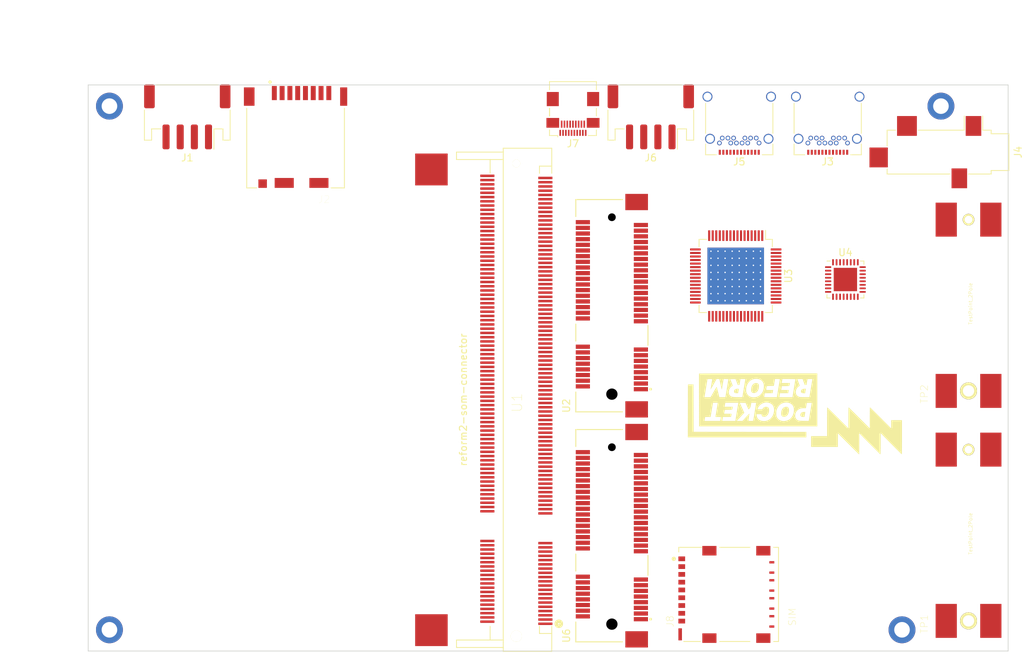
<source format=kicad_pcb>
(kicad_pcb (version 20171130) (host pcbnew 5.1.8+dfsg1-1+b1)

  (general
    (thickness 1.6)
    (drawings 6)
    (tracks 0)
    (zones 0)
    (modules 20)
    (nets 417)
  )

  (page A4)
  (layers
    (0 F.Cu signal)
    (31 B.Cu signal)
    (32 B.Adhes user)
    (33 F.Adhes user)
    (34 B.Paste user)
    (35 F.Paste user)
    (36 B.SilkS user)
    (37 F.SilkS user)
    (38 B.Mask user)
    (39 F.Mask user)
    (40 Dwgs.User user)
    (41 Cmts.User user)
    (42 Eco1.User user)
    (43 Eco2.User user)
    (44 Edge.Cuts user)
    (45 Margin user)
    (46 B.CrtYd user)
    (47 F.CrtYd user)
    (48 B.Fab user)
    (49 F.Fab user)
  )

  (setup
    (last_trace_width 0.25)
    (trace_clearance 0.2)
    (zone_clearance 0.508)
    (zone_45_only no)
    (trace_min 0.2)
    (via_size 0.8)
    (via_drill 0.4)
    (via_min_size 0.4)
    (via_min_drill 0.3)
    (uvia_size 0.3)
    (uvia_drill 0.1)
    (uvias_allowed no)
    (uvia_min_size 0.2)
    (uvia_min_drill 0.1)
    (edge_width 0.05)
    (segment_width 0.2)
    (pcb_text_width 0.3)
    (pcb_text_size 1.5 1.5)
    (mod_edge_width 0.12)
    (mod_text_size 1 1)
    (mod_text_width 0.15)
    (pad_size 1.524 1.524)
    (pad_drill 0.762)
    (pad_to_mask_clearance 0)
    (aux_axis_origin 0 0)
    (visible_elements FFFFFF7F)
    (pcbplotparams
      (layerselection 0x010fc_ffffffff)
      (usegerberextensions false)
      (usegerberattributes true)
      (usegerberadvancedattributes true)
      (creategerberjobfile true)
      (excludeedgelayer true)
      (linewidth 0.100000)
      (plotframeref false)
      (viasonmask false)
      (mode 1)
      (useauxorigin false)
      (hpglpennumber 1)
      (hpglpenspeed 20)
      (hpglpendiameter 15.000000)
      (psnegative false)
      (psa4output false)
      (plotreference true)
      (plotvalue true)
      (plotinvisibletext false)
      (padsonsilk false)
      (subtractmaskfromsilk false)
      (outputformat 1)
      (mirror false)
      (drillshape 1)
      (scaleselection 1)
      (outputdirectory ""))
  )

  (net 0 "")
  (net 1 "Net-(U1-Pad200)")
  (net 2 "Net-(U1-Pad199)")
  (net 3 "Net-(U1-Pad198)")
  (net 4 "Net-(U1-Pad197)")
  (net 5 "Net-(U1-Pad196)")
  (net 6 "Net-(U1-Pad195)")
  (net 7 "Net-(U1-Pad194)")
  (net 8 "Net-(U1-Pad193)")
  (net 9 "Net-(U1-Pad192)")
  (net 10 "Net-(U1-Pad191)")
  (net 11 "Net-(U1-Pad190)")
  (net 12 "Net-(U1-Pad188)")
  (net 13 "Net-(U1-Pad186)")
  (net 14 "Net-(U1-Pad185)")
  (net 15 "Net-(U1-Pad184)")
  (net 16 "Net-(U1-Pad182)")
  (net 17 "Net-(U1-Pad180)")
  (net 18 "Net-(U1-Pad179)")
  (net 19 "Net-(U1-Pad178)")
  (net 20 "Net-(U1-Pad176)")
  (net 21 "Net-(U1-Pad174)")
  (net 22 "Net-(U1-Pad173)")
  (net 23 "Net-(U1-Pad172)")
  (net 24 "Net-(U1-Pad170)")
  (net 25 "Net-(U1-Pad168)")
  (net 26 "Net-(U1-Pad167)")
  (net 27 "Net-(U1-Pad166)")
  (net 28 "Net-(U1-Pad164)")
  (net 29 "Net-(U1-Pad162)")
  (net 30 "Net-(U1-Pad161)")
  (net 31 "Net-(U1-Pad160)")
  (net 32 "Net-(U1-Pad159)")
  (net 33 "Net-(U1-Pad158)")
  (net 34 "Net-(U1-Pad157)")
  (net 35 "Net-(U1-Pad156)")
  (net 36 "Net-(U1-Pad155)")
  (net 37 "Net-(U1-Pad154)")
  (net 38 "Net-(U1-Pad153)")
  (net 39 "Net-(U1-Pad152)")
  (net 40 "Net-(U1-Pad151)")
  (net 41 "Net-(U1-Pad150)")
  (net 42 "Net-(U1-Pad149)")
  (net 43 "Net-(U1-Pad148)")
  (net 44 "Net-(U1-Pad147)")
  (net 45 "Net-(U1-Pad146)")
  (net 46 "Net-(U1-Pad145)")
  (net 47 "Net-(U1-Pad144)")
  (net 48 "Net-(U1-Pad143)")
  (net 49 "Net-(U1-Pad142)")
  (net 50 "Net-(U1-Pad141)")
  (net 51 "Net-(U1-Pad140)")
  (net 52 "Net-(U1-Pad139)")
  (net 53 "Net-(U1-Pad138)")
  (net 54 "Net-(U1-Pad137)")
  (net 55 "Net-(U1-Pad136)")
  (net 56 "Net-(U1-Pad135)")
  (net 57 "Net-(U1-Pad134)")
  (net 58 "Net-(U1-Pad133)")
  (net 59 "Net-(U1-Pad132)")
  (net 60 "Net-(U1-Pad131)")
  (net 61 "Net-(U1-Pad130)")
  (net 62 "Net-(U1-Pad129)")
  (net 63 "Net-(U1-Pad128)")
  (net 64 "Net-(U1-Pad126)")
  (net 65 "Net-(U1-Pad124)")
  (net 66 "Net-(U1-Pad123)")
  (net 67 "Net-(U1-Pad122)")
  (net 68 "Net-(U1-Pad120)")
  (net 69 "Net-(U1-Pad118)")
  (net 70 "Net-(U1-Pad117)")
  (net 71 "Net-(U1-Pad116)")
  (net 72 "Net-(U1-Pad111)")
  (net 73 "Net-(U1-Pad110)")
  (net 74 "Net-(U1-Pad109)")
  (net 75 "Net-(U1-Pad107)")
  (net 76 "Net-(U1-Pad105)")
  (net 77 "Net-(U1-Pad104)")
  (net 78 "Net-(U1-Pad103)")
  (net 79 "Net-(U1-Pad101)")
  (net 80 "Net-(U1-Pad99)")
  (net 81 "Net-(U1-Pad98)")
  (net 82 "Net-(U1-Pad97)")
  (net 83 "Net-(U1-Pad96)")
  (net 84 "Net-(U1-Pad95)")
  (net 85 "Net-(U1-Pad94)")
  (net 86 "Net-(U1-Pad93)")
  (net 87 "Net-(U1-Pad92)")
  (net 88 "Net-(U1-Pad91)")
  (net 89 "Net-(U1-Pad90)")
  (net 90 "Net-(U1-Pad89)")
  (net 91 "Net-(U1-Pad88)")
  (net 92 "Net-(U1-Pad87)")
  (net 93 "Net-(U1-Pad86)")
  (net 94 "Net-(U1-Pad85)")
  (net 95 "Net-(U1-Pad84)")
  (net 96 "Net-(U1-Pad83)")
  (net 97 "Net-(U1-Pad82)")
  (net 98 "Net-(U1-Pad81)")
  (net 99 "Net-(U1-Pad80)")
  (net 100 "Net-(U1-Pad79)")
  (net 101 "Net-(U1-Pad78)")
  (net 102 "Net-(U1-Pad77)")
  (net 103 "Net-(U1-Pad76)")
  (net 104 "Net-(U1-Pad75)")
  (net 105 "Net-(U1-Pad74)")
  (net 106 "Net-(U1-Pad73)")
  (net 107 "Net-(U1-Pad72)")
  (net 108 "Net-(U1-Pad71)")
  (net 109 "Net-(U1-Pad70)")
  (net 110 "Net-(U1-Pad69)")
  (net 111 "Net-(U1-Pad68)")
  (net 112 "Net-(U1-Pad67)")
  (net 113 "Net-(U1-Pad66)")
  (net 114 "Net-(U1-Pad65)")
  (net 115 "Net-(U1-Pad64)")
  (net 116 "Net-(U1-Pad63)")
  (net 117 "Net-(U1-Pad62)")
  (net 118 "Net-(U1-Pad61)")
  (net 119 "Net-(U1-Pad60)")
  (net 120 "Net-(U1-Pad59)")
  (net 121 "Net-(U1-Pad58)")
  (net 122 "Net-(U1-Pad57)")
  (net 123 "Net-(U1-Pad56)")
  (net 124 "Net-(U1-Pad55)")
  (net 125 "Net-(U1-Pad53)")
  (net 126 "Net-(U1-Pad51)")
  (net 127 "Net-(U1-Pad50)")
  (net 128 "Net-(U1-Pad49)")
  (net 129 "Net-(U1-Pad47)")
  (net 130 "Net-(U1-Pad45)")
  (net 131 "Net-(U1-Pad44)")
  (net 132 "Net-(U1-Pad43)")
  (net 133 "Net-(U1-Pad42)")
  (net 134 "Net-(U1-Pad41)")
  (net 135 "Net-(U1-Pad40)")
  (net 136 "Net-(U1-Pad39)")
  (net 137 "Net-(U1-Pad38)")
  (net 138 "Net-(U1-Pad37)")
  (net 139 "Net-(U1-Pad36)")
  (net 140 "Net-(U1-Pad35)")
  (net 141 "Net-(U1-Pad34)")
  (net 142 "Net-(U1-Pad33)")
  (net 143 "Net-(U1-Pad32)")
  (net 144 "Net-(U1-Pad31)")
  (net 145 "Net-(U1-Pad30)")
  (net 146 "Net-(U1-Pad29)")
  (net 147 "Net-(U1-Pad28)")
  (net 148 "Net-(U1-Pad27)")
  (net 149 "Net-(U1-Pad26)")
  (net 150 "Net-(U1-Pad25)")
  (net 151 "Net-(U1-Pad24)")
  (net 152 "Net-(U1-Pad23)")
  (net 153 "Net-(U1-Pad21)")
  (net 154 "Net-(U1-Pad19)")
  (net 155 "Net-(U1-Pad17)")
  (net 156 "Net-(U1-Pad15)")
  (net 157 "Net-(U1-Pad13)")
  (net 158 "Net-(U1-Pad11)")
  (net 159 "Net-(U1-Pad10)")
  (net 160 "Net-(U1-Pad9)")
  (net 161 "Net-(U1-Pad8)")
  (net 162 "Net-(U1-Pad7)")
  (net 163 "Net-(U2-Pad4)")
  (net 164 "Net-(U2-Pad1)")
  (net 165 "Net-(U3-Pad4)")
  (net 166 "Net-(U3-Pad1)")
  (net 167 "Net-(U4-Pad4)")
  (net 168 "Net-(U4-Pad1)")
  (net 169 GND)
  (net 170 "Net-(U6-Pad2)")
  (net 171 "Net-(U6-Pad1)")
  (net 172 "Net-(U6-Pad4)")
  (net 173 "Net-(U6-Pad3)")
  (net 174 "Net-(U6-Pad6)")
  (net 175 "Net-(U6-Pad5)")
  (net 176 "Net-(U6-Pad8)")
  (net 177 "Net-(U6-Pad7)")
  (net 178 "Net-(U6-Pad9)")
  (net 179 "Net-(U6-Pad11)")
  (net 180 "Net-(U6-Pad13)")
  (net 181 "Net-(U6-Pad15)")
  (net 182 "Net-(U6-Pad18)")
  (net 183 "Net-(U6-Pad17)")
  (net 184 "Net-(U6-Pad20)")
  (net 185 "Net-(U6-Pad19)")
  (net 186 "Net-(U6-Pad22)")
  (net 187 "Net-(U6-Pad21)")
  (net 188 "Net-(U6-Pad24)")
  (net 189 "Net-(U6-Pad26)")
  (net 190 "Net-(U6-Pad28)")
  (net 191 "Net-(U6-Pad27)")
  (net 192 "Net-(U6-Pad30)")
  (net 193 "Net-(U6-Pad29)")
  (net 194 "Net-(U6-Pad32)")
  (net 195 "Net-(U6-Pad34)")
  (net 196 "Net-(U6-Pad35)")
  (net 197 "Net-(U6-Pad37)")
  (net 198 "Net-(U6-Pad40)")
  (net 199 "Net-(U6-Pad39)")
  (net 200 "Net-(U6-Pad42)")
  (net 201 "Net-(U6-Pad41)")
  (net 202 "Net-(U6-Pad44)")
  (net 203 "Net-(U6-Pad43)")
  (net 204 "Net-(U6-Pad46)")
  (net 205 "Net-(U6-Pad45)")
  (net 206 "Net-(U6-Pad48)")
  (net 207 "Net-(U6-Pad47)")
  (net 208 "Net-(U6-Pad50)")
  (net 209 "Net-(U6-Pad52)")
  (net 210 "Net-(U6-Pad49)")
  (net 211 "Net-(U6-Pad51)")
  (net 212 +5V)
  (net 213 "Net-(J3-PadB8)")
  (net 214 "Net-(J3-PadB5)")
  (net 215 "Net-(J3-PadA1)")
  (net 216 "Net-(J3-PadA4)")
  (net 217 "Net-(J3-PadS1)")
  (net 218 "Net-(J3-PadA8)")
  (net 219 "Net-(J3-PadA5)")
  (net 220 "Net-(J4-PadT)")
  (net 221 "Net-(J4-PadS)")
  (net 222 USB1_DP)
  (net 223 USB1_DN)
  (net 224 SD_CLK)
  (net 225 SD_CMD)
  (net 226 SD_D3)
  (net 227 SD_D2)
  (net 228 SD_D1)
  (net 229 SD_D0)
  (net 230 "Net-(U2-Pad2)")
  (net 231 "Net-(U2-Pad3)")
  (net 232 "Net-(U2-Pad6)")
  (net 233 "Net-(U2-Pad5)")
  (net 234 "Net-(U2-Pad8)")
  (net 235 "Net-(U2-Pad7)")
  (net 236 "Net-(U2-Pad10)")
  (net 237 "Net-(U2-Pad9)")
  (net 238 "Net-(U2-Pad12)")
  (net 239 "Net-(U2-Pad11)")
  (net 240 "Net-(U2-Pad14)")
  (net 241 "Net-(U2-Pad13)")
  (net 242 "Net-(U2-Pad16)")
  (net 243 "Net-(U2-Pad15)")
  (net 244 "Net-(U2-Pad18)")
  (net 245 "Net-(U2-Pad17)")
  (net 246 "Net-(U2-Pad20)")
  (net 247 "Net-(U2-Pad19)")
  (net 248 "Net-(U2-Pad22)")
  (net 249 "Net-(U2-Pad21)")
  (net 250 "Net-(U2-Pad24)")
  (net 251 "Net-(U2-Pad26)")
  (net 252 "Net-(U2-Pad28)")
  (net 253 "Net-(U2-Pad27)")
  (net 254 "Net-(U2-Pad30)")
  (net 255 "Net-(U2-Pad29)")
  (net 256 "Net-(U2-Pad32)")
  (net 257 "Net-(U2-Pad34)")
  (net 258 "Net-(U2-Pad36)")
  (net 259 "Net-(U2-Pad35)")
  (net 260 "Net-(U2-Pad38)")
  (net 261 "Net-(U2-Pad37)")
  (net 262 "Net-(U2-Pad40)")
  (net 263 "Net-(U2-Pad39)")
  (net 264 "Net-(U2-Pad42)")
  (net 265 "Net-(U2-Pad41)")
  (net 266 "Net-(U2-Pad44)")
  (net 267 "Net-(U2-Pad43)")
  (net 268 "Net-(U2-Pad46)")
  (net 269 "Net-(U2-Pad45)")
  (net 270 "Net-(U2-Pad48)")
  (net 271 "Net-(U2-Pad47)")
  (net 272 "Net-(U2-Pad50)")
  (net 273 "Net-(U2-Pad52)")
  (net 274 "Net-(U2-Pad49)")
  (net 275 "Net-(U2-Pad51)")
  (net 276 USB2_RXP)
  (net 277 USB2_RXN)
  (net 278 USB2_TXN)
  (net 279 USB2_TXP)
  (net 280 USB12_DN)
  (net 281 USB12_DP)
  (net 282 USB1_RXP)
  (net 283 USB1_RXN)
  (net 284 "Net-(J5-PadB8)")
  (net 285 "Net-(J5-PadB5)")
  (net 286 USB1_TXN)
  (net 287 USB1_TXP)
  (net 288 "Net-(J5-PadA1)")
  (net 289 "Net-(J5-PadA4)")
  (net 290 USB2_DN)
  (net 291 USB2_DP)
  (net 292 "Net-(J5-PadS1)")
  (net 293 "Net-(J5-PadA8)")
  (net 294 "Net-(J5-PadA5)")
  (net 295 "Net-(J6-Pad4)")
  (net 296 "Net-(J6-Pad1)")
  (net 297 PCIE1_RXN)
  (net 298 PCIE1_RXP)
  (net 299 PCIE1_TXN)
  (net 300 PCIE1_TXP)
  (net 301 "Net-(U3-Pad65)")
  (net 302 "Net-(U3-Pad64)")
  (net 303 +1V1)
  (net 304 "Net-(U3-Pad62)")
  (net 305 "Net-(U3-Pad61)")
  (net 306 "Net-(U3-Pad59)")
  (net 307 "Net-(U3-Pad58)")
  (net 308 "Net-(U3-Pad55)")
  (net 309 "Net-(U3-Pad54)")
  (net 310 "Net-(U3-Pad52)")
  (net 311 "Net-(U3-Pad51)")
  (net 312 +3V3)
  (net 313 "Net-(U3-Pad47)")
  (net 314 "Net-(U3-Pad46)")
  (net 315 "Net-(U3-Pad44)")
  (net 316 "Net-(U3-Pad43)")
  (net 317 "Net-(U3-Pad40)")
  (net 318 "Net-(U3-Pad39)")
  (net 319 "Net-(U3-Pad38)")
  (net 320 "Net-(U3-Pad36)")
  (net 321 "Net-(U3-Pad35)")
  (net 322 USB11_DN)
  (net 323 USB11_DP)
  (net 324 "Net-(U3-Pad32)")
  (net 325 "Net-(U3-Pad30)")
  (net 326 "Net-(U3-Pad29)")
  (net 327 "Net-(U3-Pad28)")
  (net 328 "Net-(U3-Pad27)")
  (net 329 "Net-(U3-Pad26)")
  (net 330 "Net-(U3-Pad24)")
  (net 331 "Net-(U3-Pad23)")
  (net 332 "Net-(U3-Pad18)")
  (net 333 "Net-(U3-Pad17)")
  (net 334 "Net-(U3-Pad16)")
  (net 335 "Net-(U3-Pad15)")
  (net 336 "Net-(U3-Pad14)")
  (net 337 "Net-(U3-Pad13)")
  (net 338 "Net-(U3-Pad12)")
  (net 339 "Net-(U3-Pad11)")
  (net 340 "Net-(U3-Pad10)")
  (net 341 "Net-(U3-Pad9)")
  (net 342 "Net-(U3-Pad8)")
  (net 343 "Net-(U3-Pad7)")
  (net 344 "Net-(U3-Pad6)")
  (net 345 "Net-(U3-Pad5)")
  (net 346 "Net-(U3-Pad3)")
  (net 347 USB13_DN)
  (net 348 USB13_DP)
  (net 349 "Net-(J7-Pad18)")
  (net 350 "Net-(J7-Pad16)")
  (net 351 HDMI_CLKN)
  (net 352 HDMI_CLKP)
  (net 353 "Net-(J7-Pad10)")
  (net 354 HDMI_TX1N)
  (net 355 HDMI_TX1P)
  (net 356 "Net-(J7-Pad4)")
  (net 357 "Net-(J7-Pad2)")
  (net 358 "Net-(J7-Pad19)")
  (net 359 "Net-(J7-Pad17)")
  (net 360 "Net-(J7-Pad15)")
  (net 361 "Net-(J7-Pad13)")
  (net 362 HDMI_TX0N)
  (net 363 HDMI_TX0P)
  (net 364 "Net-(J7-Pad7)")
  (net 365 HDMI_TX2N)
  (net 366 HDMI_TX2P)
  (net 367 "Net-(J7-Pad1)")
  (net 368 "Net-(J7-PadSH)")
  (net 369 HDMI_AUXN)
  (net 370 HDMI_AUXP)
  (net 371 PCIE2_TXP)
  (net 372 PCIE2_TXN)
  (net 373 PCIE2_RXP)
  (net 374 PCIE2_RXN)
  (net 375 USB14_DN)
  (net 376 USB14_DP)
  (net 377 "Net-(U4-Pad33)")
  (net 378 "Net-(U4-Pad32)")
  (net 379 "Net-(U4-Pad31)")
  (net 380 "Net-(U4-Pad30)")
  (net 381 "Net-(U4-Pad29)")
  (net 382 "Net-(U4-Pad28)")
  (net 383 "Net-(U4-Pad27)")
  (net 384 "Net-(U4-Pad26)")
  (net 385 "Net-(U4-Pad25)")
  (net 386 "Net-(U4-Pad24)")
  (net 387 "Net-(U4-Pad23)")
  (net 388 "Net-(U4-Pad22)")
  (net 389 "Net-(U4-Pad21)")
  (net 390 "Net-(U4-Pad20)")
  (net 391 "Net-(U4-Pad19)")
  (net 392 "Net-(U4-Pad18)")
  (net 393 "Net-(U4-Pad17)")
  (net 394 "Net-(U4-Pad16)")
  (net 395 "Net-(U4-Pad15)")
  (net 396 "Net-(U4-Pad14)")
  (net 397 "Net-(U4-Pad13)")
  (net 398 "Net-(U4-Pad12)")
  (net 399 "Net-(U4-Pad11)")
  (net 400 "Net-(U4-Pad10)")
  (net 401 "Net-(U4-Pad9)")
  (net 402 "Net-(U4-Pad8)")
  (net 403 "Net-(U4-Pad7)")
  (net 404 "Net-(U4-Pad6)")
  (net 405 "Net-(U4-Pad5)")
  (net 406 "Net-(U4-Pad3)")
  (net 407 "Net-(U4-Pad2)")
  (net 408 UIM_IO)
  (net 409 UIM_CLK)
  (net 410 UIM_RST)
  (net 411 UIM_VPP)
  (net 412 "Net-(J8-Pad5)")
  (net 413 "Net-(J8-Pad1)")
  (net 414 "Net-(J2-Pad9)")
  (net 415 "Net-(J2-Pad4)")
  (net 416 "Net-(J2-Pad6)")

  (net_class Default "This is the default net class."
    (clearance 0.2)
    (trace_width 0.25)
    (via_dia 0.8)
    (via_drill 0.4)
    (uvia_dia 0.3)
    (uvia_drill 0.1)
    (add_net +1V1)
    (add_net +3V3)
    (add_net +5V)
    (add_net GND)
    (add_net HDMI_AUXN)
    (add_net HDMI_AUXP)
    (add_net HDMI_CLKN)
    (add_net HDMI_CLKP)
    (add_net HDMI_TX0N)
    (add_net HDMI_TX0P)
    (add_net HDMI_TX1N)
    (add_net HDMI_TX1P)
    (add_net HDMI_TX2N)
    (add_net HDMI_TX2P)
    (add_net "Net-(J2-Pad4)")
    (add_net "Net-(J2-Pad6)")
    (add_net "Net-(J2-Pad9)")
    (add_net "Net-(J3-PadA1)")
    (add_net "Net-(J3-PadA4)")
    (add_net "Net-(J3-PadA5)")
    (add_net "Net-(J3-PadA8)")
    (add_net "Net-(J3-PadB5)")
    (add_net "Net-(J3-PadB8)")
    (add_net "Net-(J3-PadS1)")
    (add_net "Net-(J4-PadS)")
    (add_net "Net-(J4-PadT)")
    (add_net "Net-(J5-PadA1)")
    (add_net "Net-(J5-PadA4)")
    (add_net "Net-(J5-PadA5)")
    (add_net "Net-(J5-PadA8)")
    (add_net "Net-(J5-PadB5)")
    (add_net "Net-(J5-PadB8)")
    (add_net "Net-(J5-PadS1)")
    (add_net "Net-(J6-Pad1)")
    (add_net "Net-(J6-Pad4)")
    (add_net "Net-(J7-Pad1)")
    (add_net "Net-(J7-Pad10)")
    (add_net "Net-(J7-Pad13)")
    (add_net "Net-(J7-Pad15)")
    (add_net "Net-(J7-Pad16)")
    (add_net "Net-(J7-Pad17)")
    (add_net "Net-(J7-Pad18)")
    (add_net "Net-(J7-Pad19)")
    (add_net "Net-(J7-Pad2)")
    (add_net "Net-(J7-Pad4)")
    (add_net "Net-(J7-Pad7)")
    (add_net "Net-(J7-PadSH)")
    (add_net "Net-(J8-Pad1)")
    (add_net "Net-(J8-Pad5)")
    (add_net "Net-(U1-Pad10)")
    (add_net "Net-(U1-Pad101)")
    (add_net "Net-(U1-Pad103)")
    (add_net "Net-(U1-Pad104)")
    (add_net "Net-(U1-Pad105)")
    (add_net "Net-(U1-Pad107)")
    (add_net "Net-(U1-Pad109)")
    (add_net "Net-(U1-Pad11)")
    (add_net "Net-(U1-Pad110)")
    (add_net "Net-(U1-Pad111)")
    (add_net "Net-(U1-Pad116)")
    (add_net "Net-(U1-Pad117)")
    (add_net "Net-(U1-Pad118)")
    (add_net "Net-(U1-Pad120)")
    (add_net "Net-(U1-Pad122)")
    (add_net "Net-(U1-Pad123)")
    (add_net "Net-(U1-Pad124)")
    (add_net "Net-(U1-Pad126)")
    (add_net "Net-(U1-Pad128)")
    (add_net "Net-(U1-Pad129)")
    (add_net "Net-(U1-Pad13)")
    (add_net "Net-(U1-Pad130)")
    (add_net "Net-(U1-Pad131)")
    (add_net "Net-(U1-Pad132)")
    (add_net "Net-(U1-Pad133)")
    (add_net "Net-(U1-Pad134)")
    (add_net "Net-(U1-Pad135)")
    (add_net "Net-(U1-Pad136)")
    (add_net "Net-(U1-Pad137)")
    (add_net "Net-(U1-Pad138)")
    (add_net "Net-(U1-Pad139)")
    (add_net "Net-(U1-Pad140)")
    (add_net "Net-(U1-Pad141)")
    (add_net "Net-(U1-Pad142)")
    (add_net "Net-(U1-Pad143)")
    (add_net "Net-(U1-Pad144)")
    (add_net "Net-(U1-Pad145)")
    (add_net "Net-(U1-Pad146)")
    (add_net "Net-(U1-Pad147)")
    (add_net "Net-(U1-Pad148)")
    (add_net "Net-(U1-Pad149)")
    (add_net "Net-(U1-Pad15)")
    (add_net "Net-(U1-Pad150)")
    (add_net "Net-(U1-Pad151)")
    (add_net "Net-(U1-Pad152)")
    (add_net "Net-(U1-Pad153)")
    (add_net "Net-(U1-Pad154)")
    (add_net "Net-(U1-Pad155)")
    (add_net "Net-(U1-Pad156)")
    (add_net "Net-(U1-Pad157)")
    (add_net "Net-(U1-Pad158)")
    (add_net "Net-(U1-Pad159)")
    (add_net "Net-(U1-Pad160)")
    (add_net "Net-(U1-Pad161)")
    (add_net "Net-(U1-Pad162)")
    (add_net "Net-(U1-Pad164)")
    (add_net "Net-(U1-Pad166)")
    (add_net "Net-(U1-Pad167)")
    (add_net "Net-(U1-Pad168)")
    (add_net "Net-(U1-Pad17)")
    (add_net "Net-(U1-Pad170)")
    (add_net "Net-(U1-Pad172)")
    (add_net "Net-(U1-Pad173)")
    (add_net "Net-(U1-Pad174)")
    (add_net "Net-(U1-Pad176)")
    (add_net "Net-(U1-Pad178)")
    (add_net "Net-(U1-Pad179)")
    (add_net "Net-(U1-Pad180)")
    (add_net "Net-(U1-Pad182)")
    (add_net "Net-(U1-Pad184)")
    (add_net "Net-(U1-Pad185)")
    (add_net "Net-(U1-Pad186)")
    (add_net "Net-(U1-Pad188)")
    (add_net "Net-(U1-Pad19)")
    (add_net "Net-(U1-Pad190)")
    (add_net "Net-(U1-Pad191)")
    (add_net "Net-(U1-Pad192)")
    (add_net "Net-(U1-Pad193)")
    (add_net "Net-(U1-Pad194)")
    (add_net "Net-(U1-Pad195)")
    (add_net "Net-(U1-Pad196)")
    (add_net "Net-(U1-Pad197)")
    (add_net "Net-(U1-Pad198)")
    (add_net "Net-(U1-Pad199)")
    (add_net "Net-(U1-Pad200)")
    (add_net "Net-(U1-Pad21)")
    (add_net "Net-(U1-Pad23)")
    (add_net "Net-(U1-Pad24)")
    (add_net "Net-(U1-Pad25)")
    (add_net "Net-(U1-Pad26)")
    (add_net "Net-(U1-Pad27)")
    (add_net "Net-(U1-Pad28)")
    (add_net "Net-(U1-Pad29)")
    (add_net "Net-(U1-Pad30)")
    (add_net "Net-(U1-Pad31)")
    (add_net "Net-(U1-Pad32)")
    (add_net "Net-(U1-Pad33)")
    (add_net "Net-(U1-Pad34)")
    (add_net "Net-(U1-Pad35)")
    (add_net "Net-(U1-Pad36)")
    (add_net "Net-(U1-Pad37)")
    (add_net "Net-(U1-Pad38)")
    (add_net "Net-(U1-Pad39)")
    (add_net "Net-(U1-Pad40)")
    (add_net "Net-(U1-Pad41)")
    (add_net "Net-(U1-Pad42)")
    (add_net "Net-(U1-Pad43)")
    (add_net "Net-(U1-Pad44)")
    (add_net "Net-(U1-Pad45)")
    (add_net "Net-(U1-Pad47)")
    (add_net "Net-(U1-Pad49)")
    (add_net "Net-(U1-Pad50)")
    (add_net "Net-(U1-Pad51)")
    (add_net "Net-(U1-Pad53)")
    (add_net "Net-(U1-Pad55)")
    (add_net "Net-(U1-Pad56)")
    (add_net "Net-(U1-Pad57)")
    (add_net "Net-(U1-Pad58)")
    (add_net "Net-(U1-Pad59)")
    (add_net "Net-(U1-Pad60)")
    (add_net "Net-(U1-Pad61)")
    (add_net "Net-(U1-Pad62)")
    (add_net "Net-(U1-Pad63)")
    (add_net "Net-(U1-Pad64)")
    (add_net "Net-(U1-Pad65)")
    (add_net "Net-(U1-Pad66)")
    (add_net "Net-(U1-Pad67)")
    (add_net "Net-(U1-Pad68)")
    (add_net "Net-(U1-Pad69)")
    (add_net "Net-(U1-Pad7)")
    (add_net "Net-(U1-Pad70)")
    (add_net "Net-(U1-Pad71)")
    (add_net "Net-(U1-Pad72)")
    (add_net "Net-(U1-Pad73)")
    (add_net "Net-(U1-Pad74)")
    (add_net "Net-(U1-Pad75)")
    (add_net "Net-(U1-Pad76)")
    (add_net "Net-(U1-Pad77)")
    (add_net "Net-(U1-Pad78)")
    (add_net "Net-(U1-Pad79)")
    (add_net "Net-(U1-Pad8)")
    (add_net "Net-(U1-Pad80)")
    (add_net "Net-(U1-Pad81)")
    (add_net "Net-(U1-Pad82)")
    (add_net "Net-(U1-Pad83)")
    (add_net "Net-(U1-Pad84)")
    (add_net "Net-(U1-Pad85)")
    (add_net "Net-(U1-Pad86)")
    (add_net "Net-(U1-Pad87)")
    (add_net "Net-(U1-Pad88)")
    (add_net "Net-(U1-Pad89)")
    (add_net "Net-(U1-Pad9)")
    (add_net "Net-(U1-Pad90)")
    (add_net "Net-(U1-Pad91)")
    (add_net "Net-(U1-Pad92)")
    (add_net "Net-(U1-Pad93)")
    (add_net "Net-(U1-Pad94)")
    (add_net "Net-(U1-Pad95)")
    (add_net "Net-(U1-Pad96)")
    (add_net "Net-(U1-Pad97)")
    (add_net "Net-(U1-Pad98)")
    (add_net "Net-(U1-Pad99)")
    (add_net "Net-(U2-Pad1)")
    (add_net "Net-(U2-Pad10)")
    (add_net "Net-(U2-Pad11)")
    (add_net "Net-(U2-Pad12)")
    (add_net "Net-(U2-Pad13)")
    (add_net "Net-(U2-Pad14)")
    (add_net "Net-(U2-Pad15)")
    (add_net "Net-(U2-Pad16)")
    (add_net "Net-(U2-Pad17)")
    (add_net "Net-(U2-Pad18)")
    (add_net "Net-(U2-Pad19)")
    (add_net "Net-(U2-Pad2)")
    (add_net "Net-(U2-Pad20)")
    (add_net "Net-(U2-Pad21)")
    (add_net "Net-(U2-Pad22)")
    (add_net "Net-(U2-Pad24)")
    (add_net "Net-(U2-Pad26)")
    (add_net "Net-(U2-Pad27)")
    (add_net "Net-(U2-Pad28)")
    (add_net "Net-(U2-Pad29)")
    (add_net "Net-(U2-Pad3)")
    (add_net "Net-(U2-Pad30)")
    (add_net "Net-(U2-Pad32)")
    (add_net "Net-(U2-Pad34)")
    (add_net "Net-(U2-Pad35)")
    (add_net "Net-(U2-Pad36)")
    (add_net "Net-(U2-Pad37)")
    (add_net "Net-(U2-Pad38)")
    (add_net "Net-(U2-Pad39)")
    (add_net "Net-(U2-Pad4)")
    (add_net "Net-(U2-Pad40)")
    (add_net "Net-(U2-Pad41)")
    (add_net "Net-(U2-Pad42)")
    (add_net "Net-(U2-Pad43)")
    (add_net "Net-(U2-Pad44)")
    (add_net "Net-(U2-Pad45)")
    (add_net "Net-(U2-Pad46)")
    (add_net "Net-(U2-Pad47)")
    (add_net "Net-(U2-Pad48)")
    (add_net "Net-(U2-Pad49)")
    (add_net "Net-(U2-Pad5)")
    (add_net "Net-(U2-Pad50)")
    (add_net "Net-(U2-Pad51)")
    (add_net "Net-(U2-Pad52)")
    (add_net "Net-(U2-Pad6)")
    (add_net "Net-(U2-Pad7)")
    (add_net "Net-(U2-Pad8)")
    (add_net "Net-(U2-Pad9)")
    (add_net "Net-(U3-Pad1)")
    (add_net "Net-(U3-Pad10)")
    (add_net "Net-(U3-Pad11)")
    (add_net "Net-(U3-Pad12)")
    (add_net "Net-(U3-Pad13)")
    (add_net "Net-(U3-Pad14)")
    (add_net "Net-(U3-Pad15)")
    (add_net "Net-(U3-Pad16)")
    (add_net "Net-(U3-Pad17)")
    (add_net "Net-(U3-Pad18)")
    (add_net "Net-(U3-Pad23)")
    (add_net "Net-(U3-Pad24)")
    (add_net "Net-(U3-Pad26)")
    (add_net "Net-(U3-Pad27)")
    (add_net "Net-(U3-Pad28)")
    (add_net "Net-(U3-Pad29)")
    (add_net "Net-(U3-Pad3)")
    (add_net "Net-(U3-Pad30)")
    (add_net "Net-(U3-Pad32)")
    (add_net "Net-(U3-Pad35)")
    (add_net "Net-(U3-Pad36)")
    (add_net "Net-(U3-Pad38)")
    (add_net "Net-(U3-Pad39)")
    (add_net "Net-(U3-Pad4)")
    (add_net "Net-(U3-Pad40)")
    (add_net "Net-(U3-Pad43)")
    (add_net "Net-(U3-Pad44)")
    (add_net "Net-(U3-Pad46)")
    (add_net "Net-(U3-Pad47)")
    (add_net "Net-(U3-Pad5)")
    (add_net "Net-(U3-Pad51)")
    (add_net "Net-(U3-Pad52)")
    (add_net "Net-(U3-Pad54)")
    (add_net "Net-(U3-Pad55)")
    (add_net "Net-(U3-Pad58)")
    (add_net "Net-(U3-Pad59)")
    (add_net "Net-(U3-Pad6)")
    (add_net "Net-(U3-Pad61)")
    (add_net "Net-(U3-Pad62)")
    (add_net "Net-(U3-Pad64)")
    (add_net "Net-(U3-Pad65)")
    (add_net "Net-(U3-Pad7)")
    (add_net "Net-(U3-Pad8)")
    (add_net "Net-(U3-Pad9)")
    (add_net "Net-(U4-Pad1)")
    (add_net "Net-(U4-Pad10)")
    (add_net "Net-(U4-Pad11)")
    (add_net "Net-(U4-Pad12)")
    (add_net "Net-(U4-Pad13)")
    (add_net "Net-(U4-Pad14)")
    (add_net "Net-(U4-Pad15)")
    (add_net "Net-(U4-Pad16)")
    (add_net "Net-(U4-Pad17)")
    (add_net "Net-(U4-Pad18)")
    (add_net "Net-(U4-Pad19)")
    (add_net "Net-(U4-Pad2)")
    (add_net "Net-(U4-Pad20)")
    (add_net "Net-(U4-Pad21)")
    (add_net "Net-(U4-Pad22)")
    (add_net "Net-(U4-Pad23)")
    (add_net "Net-(U4-Pad24)")
    (add_net "Net-(U4-Pad25)")
    (add_net "Net-(U4-Pad26)")
    (add_net "Net-(U4-Pad27)")
    (add_net "Net-(U4-Pad28)")
    (add_net "Net-(U4-Pad29)")
    (add_net "Net-(U4-Pad3)")
    (add_net "Net-(U4-Pad30)")
    (add_net "Net-(U4-Pad31)")
    (add_net "Net-(U4-Pad32)")
    (add_net "Net-(U4-Pad33)")
    (add_net "Net-(U4-Pad4)")
    (add_net "Net-(U4-Pad5)")
    (add_net "Net-(U4-Pad6)")
    (add_net "Net-(U4-Pad7)")
    (add_net "Net-(U4-Pad8)")
    (add_net "Net-(U4-Pad9)")
    (add_net "Net-(U6-Pad1)")
    (add_net "Net-(U6-Pad11)")
    (add_net "Net-(U6-Pad13)")
    (add_net "Net-(U6-Pad15)")
    (add_net "Net-(U6-Pad17)")
    (add_net "Net-(U6-Pad18)")
    (add_net "Net-(U6-Pad19)")
    (add_net "Net-(U6-Pad2)")
    (add_net "Net-(U6-Pad20)")
    (add_net "Net-(U6-Pad21)")
    (add_net "Net-(U6-Pad22)")
    (add_net "Net-(U6-Pad24)")
    (add_net "Net-(U6-Pad26)")
    (add_net "Net-(U6-Pad27)")
    (add_net "Net-(U6-Pad28)")
    (add_net "Net-(U6-Pad29)")
    (add_net "Net-(U6-Pad3)")
    (add_net "Net-(U6-Pad30)")
    (add_net "Net-(U6-Pad32)")
    (add_net "Net-(U6-Pad34)")
    (add_net "Net-(U6-Pad35)")
    (add_net "Net-(U6-Pad37)")
    (add_net "Net-(U6-Pad39)")
    (add_net "Net-(U6-Pad4)")
    (add_net "Net-(U6-Pad40)")
    (add_net "Net-(U6-Pad41)")
    (add_net "Net-(U6-Pad42)")
    (add_net "Net-(U6-Pad43)")
    (add_net "Net-(U6-Pad44)")
    (add_net "Net-(U6-Pad45)")
    (add_net "Net-(U6-Pad46)")
    (add_net "Net-(U6-Pad47)")
    (add_net "Net-(U6-Pad48)")
    (add_net "Net-(U6-Pad49)")
    (add_net "Net-(U6-Pad5)")
    (add_net "Net-(U6-Pad50)")
    (add_net "Net-(U6-Pad51)")
    (add_net "Net-(U6-Pad52)")
    (add_net "Net-(U6-Pad6)")
    (add_net "Net-(U6-Pad7)")
    (add_net "Net-(U6-Pad8)")
    (add_net "Net-(U6-Pad9)")
    (add_net PCIE1_RXN)
    (add_net PCIE1_RXP)
    (add_net PCIE1_TXN)
    (add_net PCIE1_TXP)
    (add_net PCIE2_RXN)
    (add_net PCIE2_RXP)
    (add_net PCIE2_TXN)
    (add_net PCIE2_TXP)
    (add_net SD_CLK)
    (add_net SD_CMD)
    (add_net SD_D0)
    (add_net SD_D1)
    (add_net SD_D2)
    (add_net SD_D3)
    (add_net UIM_CLK)
    (add_net UIM_IO)
    (add_net UIM_RST)
    (add_net UIM_VPP)
    (add_net USB11_DN)
    (add_net USB11_DP)
    (add_net USB12_DN)
    (add_net USB12_DP)
    (add_net USB13_DN)
    (add_net USB13_DP)
    (add_net USB14_DN)
    (add_net USB14_DP)
    (add_net USB1_DN)
    (add_net USB1_DP)
    (add_net USB1_RXN)
    (add_net USB1_RXP)
    (add_net USB1_TXN)
    (add_net USB1_TXP)
    (add_net USB2_DN)
    (add_net USB2_DP)
    (add_net USB2_RXN)
    (add_net USB2_RXP)
    (add_net USB2_TXN)
    (add_net USB2_TXP)
  )

  (module footprints:HRS_DM3CS-SF (layer F.Cu) (tedit 60A809F4) (tstamp 60A97CE9)
    (at 108.5 79.5 180)
    (path /60A91E14)
    (fp_text reference J2 (at -3.840295 -8.669495) (layer F.SilkS)
      (effects (font (size 1.003992 1.003992) (thickness 0.015)))
    )
    (fp_text value Micro_SD_Card_Det (at 0.62235 8.89835) (layer F.Fab)
      (effects (font (size 1.003764 1.003764) (thickness 0.015)))
    )
    (fp_arc (start -4.675 7.125) (end -6.1 7.05) (angle 90) (layer F.Fab) (width 0.127))
    (fp_arc (start 4.575 7.125) (end 4.5 5.7) (angle 90) (layer F.Fab) (width 0.127))
    (fp_poly (pts (xy -5.05081 -4.15) (xy 3.75 -4.15) (xy 3.75 -1.65026) (xy -5.05081 -1.65026)) (layer Dwgs.User) (width 0.01))
    (fp_line (start -6.7 4.2) (end -6.7 -7.05) (layer F.SilkS) (width 0.127))
    (fp_line (start 7.1 -7.05) (end 7.1 4.2) (layer F.SilkS) (width 0.127))
    (fp_line (start 7.1 7.05) (end 6 7.05) (layer F.Fab) (width 0.127))
    (fp_line (start 4.5 5.7) (end -4.6 5.7) (layer F.Fab) (width 0.127))
    (fp_line (start -6.1 7.05) (end -6.7 7.05) (layer F.Fab) (width 0.127))
    (fp_poly (pts (xy -5.05292 -4.15) (xy 3.75 -4.15) (xy 3.75 -1.65095) (xy -5.05292 -1.65095)) (layer Dwgs.User) (width 0.01))
    (fp_poly (pts (xy -6.91239 0.75) (xy -6.3 0.75) (xy -6.3 4.55817) (xy -6.91239 4.55817)) (layer Dwgs.User) (width 0.01))
    (fp_poly (pts (xy 6.7095 0.75) (xy 7.3 0.75) (xy 7.3 4.55645) (xy 6.7095 4.55645)) (layer Dwgs.User) (width 0.01))
    (fp_poly (pts (xy -6.91224 0.75) (xy -6.3 0.75) (xy -6.3 4.55807) (xy -6.91224 4.55807)) (layer Dwgs.User) (width 0.01))
    (fp_poly (pts (xy 6.71152 0.75) (xy 7.3 0.75) (xy 7.3 4.55783) (xy 6.71152 4.55783)) (layer Dwgs.User) (width 0.01))
    (fp_line (start -6.7 7.05) (end -6.7 -7.05) (layer F.Fab) (width 0.127))
    (fp_line (start -6.7 -7.05) (end 7.1 -7.05) (layer F.Fab) (width 0.127))
    (fp_line (start 7.1 -7.05) (end 7.1 7.05) (layer F.Fab) (width 0.127))
    (fp_line (start -6.7 -7.05) (end -4.826 -7.05) (layer F.SilkS) (width 0.127))
    (fp_line (start 7.1 -7.05) (end 5.7 -7.05) (layer F.SilkS) (width 0.127))
    (fp_line (start -7.35 -7.3) (end -7.35 7.6) (layer F.CrtYd) (width 0.05))
    (fp_line (start -7.35 7.6) (end 7.75 7.6) (layer F.CrtYd) (width 0.05))
    (fp_line (start 7.75 7.6) (end 7.75 -7.3) (layer F.CrtYd) (width 0.05))
    (fp_line (start 7.75 -7.3) (end -7.35 -7.3) (layer F.CrtYd) (width 0.05))
    (fp_circle (center 3.8 7.9) (end 3.92 7.9) (layer F.SilkS) (width 0.24))
    (pad S5 smd rect (at 4.85 -6.45 180) (size 1.2 1.2) (layers F.Cu F.Paste F.Mask))
    (pad S3 smd rect (at -3.1 -6.35 180) (size 2.7 1.4) (layers F.Cu F.Paste F.Mask))
    (pad 9 smd rect (at 1.8 -6.35 180) (size 2.7 1.4) (layers F.Cu F.Paste F.Mask)
      (net 414 "Net-(J2-Pad9)"))
    (pad S2 smd rect (at 6.75 5.85 180) (size 1.5 2.6) (layers F.Cu F.Paste F.Mask))
    (pad S1 smd rect (at -6.6 5.85 180) (size 1 2.6) (layers F.Cu F.Paste F.Mask))
    (pad 1 smd rect (at 3.2 6.35 180) (size 0.7 2) (layers F.Cu F.Paste F.Mask)
      (net 227 SD_D2))
    (pad 2 smd rect (at 2.1 6.35 180) (size 0.7 2) (layers F.Cu F.Paste F.Mask)
      (net 226 SD_D3))
    (pad 3 smd rect (at 1 6.35 180) (size 0.7 2) (layers F.Cu F.Paste F.Mask)
      (net 225 SD_CMD))
    (pad 4 smd rect (at -0.1 6.35 180) (size 0.7 2) (layers F.Cu F.Paste F.Mask)
      (net 415 "Net-(J2-Pad4)"))
    (pad 5 smd rect (at -1.2 6.35 180) (size 0.7 2) (layers F.Cu F.Paste F.Mask)
      (net 224 SD_CLK))
    (pad 6 smd rect (at -2.3 6.35 180) (size 0.7 2) (layers F.Cu F.Paste F.Mask)
      (net 416 "Net-(J2-Pad6)"))
    (pad 7 smd rect (at -3.4 6.35 180) (size 0.7 2) (layers F.Cu F.Paste F.Mask)
      (net 229 SD_D0))
    (pad 8 smd rect (at -4.5 6.35 180) (size 0.7 2) (layers F.Cu F.Paste F.Mask)
      (net 228 SD_D1))
    (model ${KIPRJMOD}/3d-models/DM3CS-SFb.stp
      (offset (xyz -224.25 -126.5 0))
      (scale (xyz 1 1 1))
      (rotate (xyz 0 0 0))
    )
  )

  (module footprints:TE_2199337-5 (layer F.Cu) (tedit 5AE746A6) (tstamp 60A96263)
    (at 169.5 144 90)
    (path /60B8EA2D)
    (attr smd)
    (fp_text reference J8 (at -3.81688 -8.26991 90) (layer F.SilkS)
      (effects (font (size 1.00181 1.00181) (thickness 0.05)))
    )
    (fp_text value SIM (at -3.17791 9 90) (layer F.SilkS)
      (effects (font (size 1.00091 1.00091) (thickness 0.05)))
    )
    (fp_poly (pts (xy -4.3786 -5.82) (xy -3.17 -5.82) (xy -3.17 -0.220433) (xy -4.3786 -0.220433)) (layer Dwgs.User) (width 0.381))
    (fp_poly (pts (xy -1.83371 -5.82) (xy -0.63 -5.82) (xy -0.63 -0.220446) (xy -1.83371 -0.220446)) (layer Dwgs.User) (width 0.381))
    (fp_poly (pts (xy 0.710792 -5.82) (xy 1.91 -5.82) (xy 1.91 -0.220246) (xy 0.710792 -0.220246)) (layer Dwgs.User) (width 0.381))
    (fp_poly (pts (xy -4.38033 1.4) (xy -3.17 1.4) (xy -3.17 5.46287) (xy -4.38033 5.46287)) (layer Dwgs.User) (width 0.381))
    (fp_poly (pts (xy -1.83308 1.4) (xy -0.63 1.4) (xy -0.63 5.45918) (xy -1.83308 5.45918)) (layer Dwgs.User) (width 0.381))
    (fp_poly (pts (xy 0.7112 1.4) (xy 1.91 1.4) (xy 1.91 5.45921) (xy 0.7112 5.45921)) (layer Dwgs.User) (width 0.381))
    (fp_poly (pts (xy 3.2531 1.4) (xy 4.45 1.4) (xy 4.45 5.4552) (xy 3.2531 5.4552)) (layer Dwgs.User) (width 0.381))
    (fp_poly (pts (xy 2.8508 -5.82) (xy 4.75 -5.82) (xy 4.75 -0.219061) (xy 2.8508 -0.219061)) (layer Dwgs.User) (width 0.381))
    (fp_poly (pts (xy -4.705 5.75) (xy -4.375 5.75) (xy -4.375 6.45) (xy -4.705 6.45)) (layer F.Cu) (width 0.0001))
    (fp_poly (pts (xy -2.165 5.75) (xy -1.835 5.75) (xy -1.835 6.45) (xy -2.165 6.45)) (layer F.Cu) (width 0.0001))
    (fp_poly (pts (xy 0.375 5.75) (xy 0.705 5.75) (xy 0.705 6.45) (xy 0.375 6.45)) (layer F.Cu) (width 0.0001))
    (fp_poly (pts (xy 2.915 5.75) (xy 3.245 5.75) (xy 3.245 6.45) (xy 2.915 6.45)) (layer F.Cu) (width 0.0001))
    (fp_poly (pts (xy -3.245 5.75) (xy -2.915 5.75) (xy -2.915 6.45) (xy -3.245 6.45)) (layer F.Cu) (width 0.0001))
    (fp_poly (pts (xy 4.375 5.75) (xy 4.705 5.75) (xy 4.705 6.45) (xy 4.375 6.45)) (layer F.Cu) (width 0.0001))
    (fp_poly (pts (xy 1.835 5.75) (xy 2.165 5.75) (xy 2.165 6.45) (xy 1.835 6.45)) (layer F.Cu) (width 0.0001))
    (fp_poly (pts (xy -0.705 5.75) (xy -0.375 5.75) (xy -0.375 6.45) (xy -0.705 6.45)) (layer F.Cu) (width 0.0001))
    (fp_poly (pts (xy -6.49 -7.1) (xy -4.79 -7.1) (xy -4.79 -6.6) (xy -6.49 -6.6)) (layer F.Cu) (width 0.0001))
    (fp_poly (pts (xy -4.81297 5.65) (xy -4.275 5.65) (xy -4.275 6.56087) (xy -4.81297 6.56087)) (layer F.Mask) (width 0.381))
    (fp_poly (pts (xy -3.34945 5.65) (xy -2.815 5.65) (xy -2.815 6.55873) (xy -3.34945 6.55873)) (layer F.Mask) (width 0.381))
    (fp_poly (pts (xy -2.26923 5.65) (xy -1.735 5.65) (xy -1.735 6.56224) (xy -2.26923 6.56224)) (layer F.Mask) (width 0.381))
    (fp_poly (pts (xy 0.276004 5.65) (xy 0.805 5.65) (xy 0.805 6.57391) (xy 0.276004 6.57391)) (layer F.Mask) (width 0.381))
    (fp_poly (pts (xy 2.81845 5.65) (xy 3.345 5.65) (xy 3.345 6.55804) (xy 2.81845 6.55804)) (layer F.Mask) (width 0.381))
    (fp_poly (pts (xy -0.805865 5.65) (xy -0.275 5.65) (xy -0.275 6.55704) (xy -0.805865 6.55704)) (layer F.Mask) (width 0.381))
    (fp_poly (pts (xy 1.73792 5.65) (xy 2.265 5.65) (xy 2.265 6.56105) (xy 1.73792 6.56105)) (layer F.Mask) (width 0.381))
    (fp_poly (pts (xy 4.27986 5.65) (xy 4.805 5.65) (xy 4.805 6.55744) (xy 4.27986 6.55744)) (layer F.Mask) (width 0.381))
    (fp_poly (pts (xy -6.60451 -7.2) (xy -4.69 -7.2) (xy -4.69 -6.51432) (xy -6.60451 -6.51432)) (layer F.Mask) (width 0.381))
    (fp_line (start -6.65 -7.05) (end 6.65 -7.05) (layer Dwgs.User) (width 0.127))
    (fp_line (start 6.65 -7.05) (end 6.65 7.05) (layer Dwgs.User) (width 0.127))
    (fp_line (start 6.65 7.05) (end -6.65 7.05) (layer Dwgs.User) (width 0.127))
    (fp_line (start -6.65 7.05) (end -6.65 -7.05) (layer Dwgs.User) (width 0.127))
    (fp_poly (pts (xy -4.705 5.75) (xy -4.375 5.75) (xy -4.375 6.45) (xy -4.705 6.45)) (layer F.Paste) (width 0.0001))
    (fp_poly (pts (xy -3.245 5.75) (xy -2.915 5.75) (xy -2.915 6.45) (xy -3.245 6.45)) (layer F.Paste) (width 0.0001))
    (fp_poly (pts (xy -2.165 5.75) (xy -1.835 5.75) (xy -1.835 6.45) (xy -2.165 6.45)) (layer F.Paste) (width 0.0001))
    (fp_poly (pts (xy -0.705 5.75) (xy -0.375 5.75) (xy -0.375 6.45) (xy -0.705 6.45)) (layer F.Paste) (width 0.0001))
    (fp_poly (pts (xy 0.375 5.75) (xy 0.705 5.75) (xy 0.705 6.45) (xy 0.375 6.45)) (layer F.Paste) (width 0.0001))
    (fp_poly (pts (xy 1.835 5.75) (xy 2.165 5.75) (xy 2.165 6.45) (xy 1.835 6.45)) (layer F.Paste) (width 0.0001))
    (fp_poly (pts (xy 2.915 5.75) (xy 3.245 5.75) (xy 3.245 6.45) (xy 2.915 6.45)) (layer F.Paste) (width 0.0001))
    (fp_poly (pts (xy 4.375 5.75) (xy 4.705 5.75) (xy 4.705 6.45) (xy 4.375 6.45)) (layer F.Paste) (width 0.0001))
    (fp_poly (pts (xy -6.49 -7.1) (xy -4.79 -7.1) (xy -4.79 -6.6) (xy -6.49 -6.6)) (layer F.Paste) (width 0.0001))
    (fp_line (start -6.65 7.05) (end 6.65 7.05) (layer F.SilkS) (width 0.127))
    (fp_line (start 6.65 7.05) (end 6.65 6.35) (layer F.SilkS) (width 0.127))
    (fp_line (start -6.65 7.05) (end -6.65 6.35) (layer F.SilkS) (width 0.127))
    (fp_line (start -6.65 3) (end -6.65 -1.27) (layer F.SilkS) (width 0.127))
    (fp_line (start 6.65 3) (end 6.65 -1.27) (layer F.SilkS) (width 0.127))
    (fp_line (start -6.65 -4) (end -6.65 -6.35) (layer F.SilkS) (width 0.127))
    (fp_line (start 6.65 -3.81) (end 6.65 -7.05) (layer F.SilkS) (width 0.127))
    (fp_line (start 6.65 -7.05) (end 6 -7.05) (layer F.SilkS) (width 0.127))
    (fp_line (start -7.1 -7.3) (end 7.1 -7.3) (layer Dwgs.User) (width 0.05))
    (fp_line (start 7.1 -7.3) (end 7.1 7.3) (layer Dwgs.User) (width 0.05))
    (fp_line (start 7.1 7.3) (end -7.1 7.3) (layer Dwgs.User) (width 0.05))
    (fp_line (start -7.1 7.3) (end -7.1 -7.3) (layer Dwgs.User) (width 0.05))
    (fp_circle (center 5.03 -7.75) (end 5.18 -7.75) (layer F.SilkS) (width 0.3))
    (fp_circle (center 5.03 -6.625) (end 5.18 -6.625) (layer Dwgs.User) (width 0.3))
    (pad 5 smd rect (at 6.175 4.9 90) (size 1.35 2) (layers F.Cu F.Paste F.Mask)
      (net 412 "Net-(J8-Pad5)"))
    (pad 5 smd rect (at -6.175 4.9 90) (size 1.35 2) (layers F.Cu F.Paste F.Mask)
      (net 412 "Net-(J8-Pad5)"))
    (pad 5 smd rect (at 6.175 -2.72 90) (size 1.35 2) (layers F.Cu F.Paste F.Mask)
      (net 412 "Net-(J8-Pad5)"))
    (pad 5 smd rect (at -6.175 -2.72 90) (size 1.35 2) (layers F.Cu F.Paste F.Mask)
      (net 412 "Net-(J8-Pad5)"))
    (pad 8 smd rect (at -3.77 -6.625 90) (size 0.67 0.95) (layers F.Cu F.Paste F.Mask))
    (pad 4 smd rect (at -2.67 -6.625 90) (size 0.67 0.95) (layers F.Cu F.Paste F.Mask))
    (pad 7 smd rect (at -1.57 -6.625 90) (size 0.67 0.95) (layers F.Cu F.Paste F.Mask)
      (net 408 UIM_IO))
    (pad 3 smd rect (at -0.47 -6.625 90) (size 0.67 0.95) (layers F.Cu F.Paste F.Mask)
      (net 409 UIM_CLK))
    (pad 6 smd rect (at 0.63 -6.625 90) (size 0.67 0.95) (layers F.Cu F.Paste F.Mask)
      (net 411 UIM_VPP))
    (pad 2 smd rect (at 1.73 -6.625 90) (size 0.67 0.95) (layers F.Cu F.Paste F.Mask)
      (net 410 UIM_RST))
    (pad 9 smd rect (at 2.83 -6.625 90) (size 0.67 0.95) (layers F.Cu F.Paste F.Mask))
    (pad 5 smd rect (at 3.93 -6.625 90) (size 0.67 0.95) (layers F.Cu F.Paste F.Mask)
      (net 412 "Net-(J8-Pad5)"))
    (pad 1 smd rect (at 5.03 -6.625 90) (size 0.67 0.95) (layers F.Cu F.Paste F.Mask)
      (net 413 "Net-(J8-Pad1)"))
    (model ${KIPRJMOD}/3d-models/c-2199337-5-a-3d.stp
      (offset (xyz 0 -7 0.25))
      (scale (xyz 1 1 1))
      (rotate (xyz -90 0 0))
    )
  )

  (module footprints:pocket-reform (layer F.Cu) (tedit 0) (tstamp 60A91DB9)
    (at 178.5 118.5 180)
    (path /60B85544)
    (fp_text reference GFX1 (at 0 0) (layer F.SilkS) hide
      (effects (font (size 1.524 1.524) (thickness 0.3)))
    )
    (fp_text value MountingHole (at 0.75 0) (layer F.SilkS) hide
      (effects (font (size 1.524 1.524) (thickness 0.3)))
    )
    (fp_poly (pts (xy 13.185224 1.9685) (xy 13.186404 2.422146) (xy 13.187404 2.860237) (xy 13.188223 3.279458)
      (xy 13.188861 3.676491) (xy 13.189318 4.048019) (xy 13.189591 4.390727) (xy 13.189682 4.701295)
      (xy 13.189588 4.976409) (xy 13.18931 5.212752) (xy 13.188847 5.407005) (xy 13.188198 5.555853)
      (xy 13.187363 5.655979) (xy 13.18634 5.704066) (xy 13.185963 5.707944) (xy 13.157322 5.709675)
      (xy 13.074436 5.711368) (xy 12.939505 5.713019) (xy 12.754729 5.714621) (xy 12.522307 5.716168)
      (xy 12.244439 5.717657) (xy 11.923325 5.71908) (xy 11.561165 5.720432) (xy 11.160158 5.721708)
      (xy 10.722504 5.722902) (xy 10.250403 5.724008) (xy 9.746054 5.725021) (xy 9.211657 5.725936)
      (xy 8.649412 5.726747) (xy 8.061519 5.727448) (xy 7.450177 5.728033) (xy 6.817586 5.728498)
      (xy 6.165946 5.728836) (xy 5.497457 5.729042) (xy 4.824334 5.729111) (xy -3.527778 5.729111)
      (xy -3.527778 4.938889) (xy -2.840732 4.938889) (xy -2.493348 4.938889) (xy -2.348271 4.938445)
      (xy -2.249961 4.93598) (xy -2.188741 4.929795) (xy -2.154936 4.918192) (xy -2.138869 4.899472)
      (xy -2.131633 4.875389) (xy -2.121779 4.82477) (xy -2.105879 4.73568) (xy -2.086088 4.621014)
      (xy -2.064561 4.493668) (xy -2.043452 4.36654) (xy -2.024918 4.252525) (xy -2.011112 4.164521)
      (xy -2.00419 4.115423) (xy -2.003778 4.110253) (xy -1.978605 4.099292) (xy -1.915221 4.092897)
      (xy -1.882371 4.092222) (xy -1.760964 4.092222) (xy -1.607205 4.515436) (xy -1.453445 4.938649)
      (xy -1.0795 4.938769) (xy -0.941618 4.937755) (xy -0.826657 4.934892) (xy -0.744999 4.930593)
      (xy -0.707021 4.925269) (xy -0.705556 4.923946) (xy -0.711988 4.903611) (xy -0.438567 4.903611)
      (xy -0.430476 4.913623) (xy -0.396095 4.921675) (xy -0.330808 4.927946) (xy -0.229997 4.932614)
      (xy -0.089044 4.935855) (xy 0.096668 4.937849) (xy 0.331757 4.938772) (xy 0.477766 4.938889)
      (xy 1.405317 4.938889) (xy 1.410193 4.910012) (xy 1.758594 4.910012) (xy 1.773875 4.923929)
      (xy 1.814516 4.93251) (xy 1.889171 4.937015) (xy 2.006495 4.938704) (xy 2.099375 4.938889)
      (xy 2.452775 4.938889) (xy 2.469742 4.847167) (xy 2.480302 4.785954) (xy 2.497403 4.682201)
      (xy 2.518894 4.549139) (xy 2.542625 4.399999) (xy 2.548879 4.360333) (xy 2.611049 3.965222)
      (xy 3.111372 3.957517) (xy 3.291562 3.955636) (xy 3.42363 3.953423) (xy 3.51575 3.946462)
      (xy 3.576098 3.930334) (xy 3.612847 3.900622) (xy 3.634172 3.852909) (xy 3.636019 3.843705)
      (xy 4.011786 3.843705) (xy 4.022345 4.106966) (xy 4.078056 4.340263) (xy 4.176674 4.541021)
      (xy 4.315956 4.706666) (xy 4.493657 4.834624) (xy 4.707534 4.922323) (xy 4.955344 4.967187)
      (xy 5.234841 4.966644) (xy 5.277555 4.962675) (xy 5.408231 4.941522) (xy 5.418999 4.938889)
      (xy 6.627737 4.938889) (xy 7.329598 4.938889) (xy 7.397759 4.522611) (xy 7.465919 4.106333)
      (xy 7.713925 4.106333) (xy 7.861939 4.510624) (xy 7.914048 4.651574) (xy 7.959845 4.772847)
      (xy 7.995667 4.864952) (xy 8.017856 4.918394) (xy 8.022785 4.927748) (xy 8.054233 4.931957)
      (xy 8.131162 4.934364) (xy 8.242629 4.93483) (xy 8.377696 4.933212) (xy 8.404122 4.932679)
      (xy 8.772626 4.924778) (xy 8.772161 4.923556) (xy 9.031111 4.923556) (xy 9.057508 4.929491)
      (xy 9.129409 4.934357) (xy 9.235873 4.937656) (xy 9.365962 4.938889) (xy 9.704442 4.938889)
      (xy 9.734126 4.790722) (xy 9.747816 4.717626) (xy 9.76874 4.599895) (xy 9.794984 4.44859)
      (xy 9.824631 4.274773) (xy 9.855768 4.089507) (xy 9.861744 4.053624) (xy 9.891239 3.878517)
      (xy 9.918123 3.723182) (xy 9.9409 3.595913) (xy 9.958076 3.505004) (xy 9.968156 3.45875)
      (xy 9.969678 3.454692) (xy 9.97812 3.478385) (xy 9.996893 3.550267) (xy 10.024343 3.66337)
      (xy 10.058815 3.810727) (xy 10.098654 3.985369) (xy 10.142204 4.18033) (xy 10.144738 4.19179)
      (xy 10.309798 4.938889) (xy 10.71063 4.938889) (xy 11.119038 4.203114) (xy 11.221684 4.019535)
      (xy 11.315451 3.85441) (xy 11.396934 3.71353) (xy 11.46273 3.602688) (xy 11.509432 3.527674)
      (xy 11.533636 3.494279) (xy 11.536187 3.493563) (xy 11.534122 3.527623) (xy 11.523669 3.609383)
      (xy 11.506009 3.730914) (xy 11.482326 3.884289) (xy 11.4538 4.06158) (xy 11.43102 4.19903)
      (xy 11.399377 4.388914) (xy 11.371112 4.560821) (xy 11.347509 4.706755) (xy 11.329852 4.81872)
      (xy 11.319423 4.888721) (xy 11.317111 4.908581) (xy 11.345013 4.923227) (xy 11.427817 4.933144)
      (xy 11.564169 4.938211) (xy 11.655778 4.938889) (xy 11.78652 4.937693) (xy 11.893813 4.934436)
      (xy 11.966751 4.929612) (xy 11.994427 4.923713) (xy 11.994444 4.923556) (xy 11.998927 4.892693)
      (xy 12.01161 4.813073) (xy 12.031343 4.6916) (xy 12.056977 4.535183) (xy 12.087364 4.350728)
      (xy 12.121355 4.145142) (xy 12.157799 3.925331) (xy 12.195549 3.698202) (xy 12.233455 3.470662)
      (xy 12.270368 3.249617) (xy 12.305138 3.041974) (xy 12.336618 2.854641) (xy 12.363657 2.694523)
      (xy 12.385107 2.568527) (xy 12.399818 2.48356) (xy 12.406264 2.448278) (xy 12.422262 2.370667)
      (xy 11.548566 2.370667) (xy 11.147782 3.069167) (xy 11.043129 3.250764) (xy 10.946283 3.417299)
      (xy 10.861141 3.562193) (xy 10.791598 3.678866) (xy 10.741551 3.760738) (xy 10.714895 3.801229)
      (xy 10.713011 3.80348) (xy 10.699832 3.803671) (xy 10.682818 3.776344) (xy 10.66053 3.716769)
      (xy 10.631526 3.620216) (xy 10.594367 3.481954) (xy 10.547614 3.297251) (xy 10.500416 3.10498)
      (xy 10.321809 2.370667) (xy 9.458929 2.370667) (xy 9.44293 2.448278) (xy 9.435068 2.491615)
      (xy 9.419461 2.582033) (xy 9.397257 2.712626) (xy 9.369607 2.876486) (xy 9.337658 3.066708)
      (xy 9.30256 3.276383) (xy 9.265462 3.498606) (xy 9.227513 3.72647) (xy 9.189862 3.953068)
      (xy 9.153659 4.171493) (xy 9.120052 4.374839) (xy 9.090191 4.556199) (xy 9.065224 4.708666)
      (xy 9.046301 4.825334) (xy 9.034571 4.899296) (xy 9.031111 4.923556) (xy 8.772161 4.923556)
      (xy 8.595718 4.459939) (xy 8.41881 3.995101) (xy 8.535542 3.921072) (xy 8.710865 3.777584)
      (xy 8.845743 3.598309) (xy 8.936312 3.390446) (xy 8.978708 3.161194) (xy 8.981449 3.090333)
      (xy 8.969766 2.913586) (xy 8.928375 2.772026) (xy 8.851381 2.649663) (xy 8.796968 2.589961)
      (xy 8.734965 2.532607) (xy 8.671554 2.487106) (xy 8.599294 2.451959) (xy 8.510746 2.425671)
      (xy 8.39847 2.406745) (xy 8.255027 2.393684) (xy 8.072976 2.384992) (xy 7.844878 2.379172)
      (xy 7.739944 2.377327) (xy 7.550154 2.374948) (xy 7.380574 2.374144) (xy 7.238874 2.374845)
      (xy 7.132725 2.376977) (xy 7.069796 2.380469) (xy 7.055555 2.383795) (xy 7.051073 2.414945)
      (xy 7.038393 2.494851) (xy 7.018664 2.616603) (xy 6.993033 2.77329) (xy 6.96265 2.958004)
      (xy 6.928664 3.163835) (xy 6.892222 3.383872) (xy 6.854473 3.611207) (xy 6.816566 3.838929)
      (xy 6.77965 4.060129) (xy 6.744872 4.267897) (xy 6.713382 4.455324) (xy 6.686329 4.615499)
      (xy 6.66486 4.741513) (xy 6.650124 4.826456) (xy 6.643736 4.861278) (xy 6.627737 4.938889)
      (xy 5.418999 4.938889) (xy 5.546599 4.90769) (xy 5.623008 4.882883) (xy 5.851556 4.767747)
      (xy 6.054674 4.605953) (xy 6.228016 4.4032) (xy 6.367236 4.165188) (xy 6.467987 3.897617)
      (xy 6.508919 3.721094) (xy 6.537447 3.438939) (xy 6.518775 3.182159) (xy 6.455259 2.953813)
      (xy 6.349257 2.756959) (xy 6.203123 2.594657) (xy 6.019216 2.469967) (xy 5.799892 2.385947)
      (xy 5.547507 2.345656) (xy 5.446889 2.342444) (xy 5.168225 2.369658) (xy 4.906496 2.449919)
      (xy 4.666466 2.581158) (xy 4.4529 2.761305) (xy 4.431943 2.783253) (xy 4.267004 2.992914)
      (xy 4.145208 3.226372) (xy 4.061385 3.494012) (xy 4.048622 3.553052) (xy 4.011786 3.843705)
      (xy 3.636019 3.843705) (xy 3.648248 3.782777) (xy 3.663249 3.68581) (xy 3.668138 3.65665)
      (xy 3.685865 3.560198) (xy 3.696062 3.489775) (xy 3.691769 3.441324) (xy 3.666026 3.410788)
      (xy 3.611875 3.394112) (xy 3.522357 3.387237) (xy 3.390513 3.386107) (xy 3.209383 3.386666)
      (xy 3.204996 3.386667) (xy 2.712882 3.386667) (xy 2.728977 3.280833) (xy 2.744955 3.177568)
      (xy 2.762047 3.069544) (xy 2.763241 3.062111) (xy 2.781411 2.949222) (xy 3.338039 2.94157)
      (xy 3.508337 2.938918) (xy 3.657589 2.935999) (xy 3.777286 2.933029) (xy 3.85892 2.930223)
      (xy 3.893985 2.927798) (xy 3.894705 2.927459) (xy 3.899272 2.898725) (xy 3.911433 2.827534)
      (xy 3.928935 2.727007) (xy 3.937 2.681111) (xy 3.956247 2.56797) (xy 3.970914 2.474392)
      (xy 3.978654 2.415624) (xy 3.979294 2.405944) (xy 3.967359 2.39573) (xy 3.928414 2.387548)
      (xy 3.85779 2.381215) (xy 3.750818 2.376548) (xy 3.602828 2.373363) (xy 3.40915 2.371477)
      (xy 3.165114 2.370707) (xy 3.0808 2.370667) (xy 2.182267 2.370667) (xy 1.978164 3.605389)
      (xy 1.935319 3.863797) (xy 1.894901 4.106064) (xy 1.857915 4.326285) (xy 1.825361 4.51856)
      (xy 1.798243 4.676987) (xy 1.777564 4.795662) (xy 1.764326 4.868686) (xy 1.760017 4.8895)
      (xy 1.758594 4.910012) (xy 1.410193 4.910012) (xy 1.437488 4.748389) (xy 1.456734 4.635052)
      (xy 1.474656 4.530558) (xy 1.485859 4.466167) (xy 1.502059 4.374444) (xy 0.346372 4.374444)
      (xy 0.371405 4.226278) (xy 0.386001 4.13093) (xy 0.398195 4.060455) (xy 0.415875 4.011028)
      (xy 0.446928 3.978824) (xy 0.49924 3.960019) (xy 0.580699 3.950789) (xy 0.699192 3.94731)
      (xy 0.862605 3.945756) (xy 0.952144 3.944677) (xy 1.480191 3.937) (xy 1.525597 3.661833)
      (xy 1.571002 3.386667) (xy 0.509411 3.386667) (xy 0.524536 3.309055) (xy 0.537616 3.233936)
      (xy 0.553096 3.134296) (xy 0.559439 3.090333) (xy 0.579216 2.949222) (xy 1.160715 2.941605)
      (xy 1.742214 2.933989) (xy 1.776447 2.715828) (xy 1.794872 2.602385) (xy 1.811974 2.503904)
      (xy 1.824423 2.439454) (xy 1.825621 2.434167) (xy 1.840563 2.370667) (xy -0.020458 2.370667)
      (xy -0.223904 3.6195) (xy -0.266268 3.878817) (xy -0.306139 4.121475) (xy -0.34255 4.341691)
      (xy -0.374535 4.533684) (xy -0.401127 4.69167) (xy -0.42136 4.809866) (xy -0.434266 4.882491)
      (xy -0.438567 4.903611) (xy -0.711988 4.903611) (xy -0.715061 4.893897) (xy -0.741389 4.82006)
      (xy -0.781263 4.711391) (xy -0.831404 4.576844) (xy -0.874889 4.461396) (xy -0.930667 4.313255)
      (xy -0.97871 4.184324) (xy -1.015744 4.083496) (xy -1.038496 4.019664) (xy -1.044222 4.001314)
      (xy -1.022532 3.980594) (xy -0.966297 3.939629) (xy -0.904942 3.898588) (xy -0.755319 3.773514)
      (xy -0.637012 3.618148) (xy -0.551627 3.44202) (xy -0.500774 3.254659) (xy -0.486057 3.065595)
      (xy -0.509085 2.884359) (xy -0.571466 2.72048) (xy -0.674805 2.583487) (xy -0.681994 2.576656)
      (xy -0.746866 2.528534) (xy -0.83778 2.475289) (xy -0.889352 2.449656) (xy -0.936425 2.429297)
      (xy -0.983642 2.413542) (xy -1.039035 2.401674) (xy -1.110642 2.39298) (xy -1.206496 2.386745)
      (xy -1.334632 2.382253) (xy -1.503086 2.378791) (xy -1.719892 2.375642) (xy -1.721583 2.37562)
      (xy -2.413054 2.366462) (xy -2.626893 3.652675) (xy -2.840732 4.938889) (xy -3.527778 4.938889)
      (xy -3.527778 1.551869) (xy -2.737556 1.551869) (xy -2.71077 1.565934) (xy -2.629886 1.573908)
      (xy -2.494113 1.57584) (xy -2.391834 1.574257) (xy -2.046111 1.566333) (xy -1.99773 1.284111)
      (xy -1.975236 1.153283) (xy -1.954545 1.033629) (xy -1.938662 0.942487) (xy -1.932951 0.910167)
      (xy -1.916554 0.818444) (xy -1.61251 0.818444) (xy -1.40514 0.812009) (xy -1.236271 0.790042)
      (xy -1.089151 0.748552) (xy -0.947031 0.68355) (xy -0.875867 0.642943) (xy -0.793905 0.578555)
      (xy -0.232604 0.578555) (xy -0.216897 0.807109) (xy -0.167999 0.99974) (xy -0.081515 1.169069)
      (xy 0.016972 1.295444) (xy 0.182211 1.438257) (xy 0.381412 1.541866) (xy 0.606465 1.604691)
      (xy 0.849256 1.62515) (xy 1.101674 1.601663) (xy 1.312333 1.547778) (xy 1.563846 1.435548)
      (xy 1.78227 1.27814) (xy 1.966054 1.077184) (xy 2.113649 0.834313) (xy 2.206007 0.606778)
      (xy 2.215233 0.575472) (xy 2.573664 0.575472) (xy 2.597557 0.822781) (xy 2.6648 1.049691)
      (xy 2.685996 1.096647) (xy 2.801136 1.271547) (xy 2.959398 1.416911) (xy 3.152811 1.527193)
      (xy 3.373405 1.596845) (xy 3.416093 1.604757) (xy 3.535787 1.623254) (xy 3.624434 1.631303)
      (xy 3.706429 1.629038) (xy 3.806169 1.61659) (xy 3.866444 1.607208) (xy 4.005907 1.569723)
      (xy 5.108222 1.569723) (xy 5.134649 1.573812) (xy 5.206753 1.577183) (xy 5.313769 1.579503)
      (xy 5.444929 1.580439) (xy 5.45581 1.580444) (xy 5.803397 1.580444) (xy 7.628983 1.580444)
      (xy 9.476872 1.580444) (xy 9.509044 1.389944) (xy 9.52829 1.276607) (xy 9.546211 1.172113)
      (xy 9.557415 1.107722) (xy 9.573615 1.016) (xy 8.431153 1.016) (xy 8.450527 0.844761)
      (xy 8.459549 0.758476) (xy 8.469419 0.694526) (xy 8.487807 0.649466) (xy 8.522383 0.619849)
      (xy 8.580819 0.60223) (xy 8.670785 0.593165) (xy 8.799951 0.589207) (xy 8.975988 0.586911)
      (xy 9.026102 0.586223) (xy 9.551747 0.578555) (xy 9.597152 0.303389) (xy 9.642558 0.028222)
      (xy 9.109155 0.028222) (xy 8.923244 0.027885) (xy 8.786577 0.026419) (xy 8.691952 0.023138)
      (xy 8.632171 0.017358) (xy 8.600033 0.008395) (xy 8.58834 -0.004436) (xy 8.589703 -0.021167)
      (xy 8.602233 -0.078935) (xy 8.616959 -0.1647) (xy 8.621889 -0.197556) (xy 8.631689 -0.273087)
      (xy 8.641371 -0.329699) (xy 8.658349 -0.370097) (xy 8.690039 -0.396986) (xy 8.743857 -0.413071)
      (xy 8.827218 -0.421058) (xy 8.947539 -0.423651) (xy 9.112233 -0.423556) (xy 9.240807 -0.423333)
      (xy 9.813589 -0.423333) (xy 9.821633 -0.474595) (xy 10.103555 -0.474595) (xy 10.107821 -0.453944)
      (xy 10.126443 -0.439703) (xy 10.168159 -0.430696) (xy 10.241708 -0.42575) (xy 10.355828 -0.423691)
      (xy 10.485093 -0.423333) (xy 10.63802 -0.423084) (xy 10.743024 -0.421351) (xy 10.808626 -0.416659)
      (xy 10.843347 -0.407535) (xy 10.85571 -0.392502) (xy 10.854234 -0.370086) (xy 10.851936 -0.359833)
      (xy 10.843931 -0.316959) (xy 10.828233 -0.225665) (xy 10.806056 -0.093272) (xy 10.778612 0.072903)
      (xy 10.747114 0.265539) (xy 10.712775 0.477319) (xy 10.696454 0.578555) (xy 10.661211 0.796652)
      (xy 10.628243 0.998953) (xy 10.598762 1.178138) (xy 10.573985 1.326889) (xy 10.555124 1.437887)
      (xy 10.543396 1.503813) (xy 10.54074 1.516944) (xy 10.536189 1.543432) (xy 10.543213 1.56129)
      (xy 10.570705 1.572219) (xy 10.627557 1.57792) (xy 10.722662 1.580095) (xy 10.864912 1.580444)
      (xy 11.219543 1.580444) (xy 11.385486 0.578555) (xy 11.55143 -0.423333) (xy 12.325367 -0.423333)
      (xy 12.35969 -0.642056) (xy 12.378133 -0.755619) (xy 12.39525 -0.854216) (xy 12.407719 -0.918819)
      (xy 12.408954 -0.924278) (xy 12.423897 -0.987778) (xy 10.189297 -0.987778) (xy 10.175399 -0.924278)
      (xy 10.156226 -0.828343) (xy 10.136523 -0.71664) (xy 10.119233 -0.60758) (xy 10.107296 -0.519571)
      (xy 10.103555 -0.474595) (xy 9.821633 -0.474595) (xy 9.847912 -0.642056) (xy 9.866356 -0.755619)
      (xy 9.883473 -0.854216) (xy 9.895942 -0.918819) (xy 9.897177 -0.924278) (xy 9.912119 -0.987778)
      (xy 8.050809 -0.987778) (xy 7.947467 -0.345722) (xy 7.90873 -0.106438) (xy 7.864278 0.165886)
      (xy 7.817826 0.448636) (xy 7.773087 0.719201) (xy 7.736554 0.938389) (xy 7.628983 1.580444)
      (xy 5.803397 1.580444) (xy 5.853669 1.262944) (xy 5.876176 1.125065) (xy 5.895754 1.028714)
      (xy 5.918107 0.959641) (xy 5.948935 0.903592) (xy 5.993942 0.846317) (xy 6.041987 0.792257)
      (xy 6.11063 0.720139) (xy 6.164706 0.670839) (xy 6.19384 0.653682) (xy 6.195362 0.654399)
      (xy 6.211018 0.684169) (xy 6.244847 0.757122) (xy 6.292921 0.864506) (xy 6.351312 0.997567)
      (xy 6.40342 1.118031) (xy 6.596147 1.566333) (xy 7.009295 1.574143) (xy 7.154696 1.575847)
      (xy 7.277688 1.575297) (xy 7.368402 1.572694) (xy 7.416969 1.56824) (xy 7.422444 1.565707)
      (xy 7.411213 1.536723) (xy 7.379542 1.463236) (xy 7.330468 1.352075) (xy 7.267026 1.210069)
      (xy 7.19225 1.044047) (xy 7.109176 0.860838) (xy 7.107863 0.857953) (xy 6.793282 0.166445)
      (xy 6.876595 0.076167) (xy 6.923258 0.025427) (xy 6.99976 -0.057958) (xy 7.097848 -0.164983)
      (xy 7.209265 -0.286642) (xy 7.29563 -0.381) (xy 7.414472 -0.510664) (xy 7.528918 -0.635151)
      (xy 7.629858 -0.74458) (xy 7.708179 -0.829066) (xy 7.744441 -0.867833) (xy 7.85753 -0.987778)
      (xy 7.038276 -0.987778) (xy 6.560289 -0.459543) (xy 6.407843 -0.293098) (xy 6.280923 -0.158739)
      (xy 6.18202 -0.058939) (xy 6.113622 0.003823) (xy 6.078217 0.027074) (xy 6.073782 0.02445)
      (xy 6.075346 -0.017789) (xy 6.08532 -0.104712) (xy 6.102235 -0.225432) (xy 6.124619 -0.369059)
      (xy 6.137075 -0.444124) (xy 6.169874 -0.632364) (xy 6.193095 -0.771739) (xy 6.203184 -0.869506)
      (xy 6.196587 -0.932921) (xy 6.169747 -0.969243) (xy 6.119111 -0.985729) (xy 6.041122 -0.989635)
      (xy 5.932227 -0.988218) (xy 5.87076 -0.987778) (xy 5.727938 -0.987306) (xy 5.631736 -0.984711)
      (xy 5.572333 -0.978223) (xy 5.539906 -0.966075) (xy 5.524631 -0.946496) (xy 5.518157 -0.924278)
      (xy 5.51134 -0.886851) (xy 5.496731 -0.801483) (xy 5.475464 -0.675064) (xy 5.44867 -0.514483)
      (xy 5.417481 -0.326629) (xy 5.38303 -0.118391) (xy 5.34645 0.103341) (xy 5.308872 0.331679)
      (xy 5.27143 0.559734) (xy 5.235254 0.780617) (xy 5.201479 0.987437) (xy 5.171235 1.173307)
      (xy 5.145656 1.331337) (xy 5.125874 1.454637) (xy 5.113021 1.53632) (xy 5.10823 1.569495)
      (xy 5.108222 1.569723) (xy 4.005907 1.569723) (xy 4.119003 1.539325) (xy 4.353961 1.422371)
      (xy 4.562552 1.262758) (xy 4.73601 1.066894) (xy 4.840184 0.89527) (xy 4.884809 0.799345)
      (xy 4.914459 0.72226) (xy 4.923908 0.678006) (xy 4.922809 0.674147) (xy 4.89009 0.66439)
      (xy 4.812687 0.65657) (xy 4.702348 0.651508) (xy 4.57739 0.650003) (xy 4.247444 0.650895)
      (xy 4.174216 0.771708) (xy 4.080591 0.880939) (xy 3.958879 0.958372) (xy 3.82086 1.003048)
      (xy 3.678318 1.014012) (xy 3.543034 0.990306) (xy 3.426791 0.930972) (xy 3.343779 0.839155)
      (xy 3.311987 0.767601) (xy 3.295312 0.676482) (xy 3.290709 0.548387) (xy 3.290769 0.536222)
      (xy 3.312491 0.305778) (xy 3.37148 0.094415) (xy 3.463547 -0.089461) (xy 3.5845 -0.23744)
      (xy 3.727241 -0.33964) (xy 3.845464 -0.378972) (xy 3.983402 -0.394281) (xy 4.115537 -0.384372)
      (xy 4.191788 -0.361395) (xy 4.271329 -0.297676) (xy 4.327096 -0.200554) (xy 4.346222 -0.100179)
      (xy 4.346222 -0.028222) (xy 5.05994 -0.028222) (xy 5.042942 -0.210248) (xy 4.997559 -0.428563)
      (xy 4.9065 -0.615105) (xy 4.771961 -0.768006) (xy 4.596138 -0.885394) (xy 4.38123 -0.965398)
      (xy 4.129432 -1.006148) (xy 4.106333 -1.007745) (xy 3.81983 -1.000574) (xy 3.555906 -0.941724)
      (xy 3.313852 -0.830933) (xy 3.092961 -0.667938) (xy 3.032077 -0.610185) (xy 2.870235 -0.413828)
      (xy 2.741406 -0.186888) (xy 2.647656 0.060441) (xy 2.591053 0.317959) (xy 2.573664 0.575472)
      (xy 2.215233 0.575472) (xy 2.236447 0.503499) (xy 2.256044 0.403177) (xy 2.266934 0.288361)
      (xy 2.271253 0.141598) (xy 2.271619 0.070555) (xy 2.270743 -0.077368) (xy 2.266235 -0.184037)
      (xy 2.255691 -0.264632) (xy 2.236706 -0.334329) (xy 2.206874 -0.408307) (xy 2.189784 -0.445925)
      (xy 2.072855 -0.635732) (xy 1.917973 -0.788821) (xy 1.731367 -0.903595) (xy 1.519271 -0.978459)
      (xy 1.287915 -1.011817) (xy 1.043533 -1.002071) (xy 0.792354 -0.947628) (xy 0.569474 -0.86092)
      (xy 0.346081 -0.724464) (xy 0.154799 -0.544909) (xy -0.001476 -0.327453) (xy -0.119848 -0.077292)
      (xy -0.197422 0.200377) (xy -0.231301 0.500357) (xy -0.232604 0.578555) (xy -0.793905 0.578555)
      (xy -0.706074 0.509557) (xy -0.566461 0.335686) (xy -0.466133 0.133208) (xy -0.45109 0.088749)
      (xy -0.402669 -0.138674) (xy -0.402931 -0.349658) (xy -0.451047 -0.539351) (xy -0.546186 -0.7029)
      (xy -0.595987 -0.75868) (xy -0.66078 -0.819303) (xy -0.725229 -0.867227) (xy -0.796986 -0.904077)
      (xy -0.883701 -0.931479) (xy -0.993024 -0.951058) (xy -1.132606 -0.964439) (xy -1.310098 -0.973249)
      (xy -1.53315 -0.979112) (xy -1.642848 -0.981096) (xy -2.312029 -0.992232) (xy -2.327168 -0.926505)
      (xy -2.335492 -0.882743) (xy -2.351507 -0.791655) (xy -2.37406 -0.660208) (xy -2.401996 -0.495366)
      (xy -2.434163 -0.304096) (xy -2.469406 -0.093362) (xy -2.506574 0.12987) (xy -2.544512 0.358634)
      (xy -2.582067 0.585966) (xy -2.618085 0.804899) (xy -2.651413 1.008468) (xy -2.680898 1.189708)
      (xy -2.705387 1.341654) (xy -2.723725 1.457339) (xy -2.73476 1.529799) (xy -2.737556 1.551869)
      (xy -3.527778 1.551869) (xy -3.527778 -1.749778) (xy 13.174967 -1.749778) (xy 13.185224 1.9685)) (layer F.SilkS) (width 0.01))
    (fp_poly (pts (xy 14.746111 4.162778) (xy 14.358171 4.170629) (xy 13.97023 4.17848) (xy 13.963059 0.826296)
      (xy 13.955889 -2.525889) (xy 5.990166 -2.532994) (xy -1.975556 -2.540099) (xy -1.975556 -3.302)
      (xy 14.760429 -3.302) (xy 14.746111 4.162778)) (layer F.SilkS) (width 0.01))
    (fp_poly (pts (xy -9.410508 -5.68142) (xy -9.350933 -5.625078) (xy -9.257794 -5.534965) (xy -9.134238 -5.414181)
      (xy -8.983409 -5.265826) (xy -8.808451 -5.093001) (xy -8.612509 -4.898807) (xy -8.398729 -4.686342)
      (xy -8.170254 -4.458709) (xy -7.93023 -4.219007) (xy -7.923488 -4.212267) (xy -6.434667 -2.723644)
      (xy -6.434667 -4.656667) (xy -2.652889 -4.656667) (xy -2.652889 -3.132667) (xy -4.910667 -3.132667)
      (xy -4.910667 -1.100667) (xy -4.910952 -0.767606) (xy -4.911776 -0.451542) (xy -4.913093 -0.156926)
      (xy -4.914856 0.111788) (xy -4.91702 0.350147) (xy -4.919539 0.553698) (xy -4.922365 0.717989)
      (xy -4.925454 0.838567) (xy -4.928759 0.910978) (xy -4.931735 0.931333) (xy -4.954603 0.911864)
      (xy -5.014179 0.855522) (xy -5.107317 0.765409) (xy -5.230874 0.644625) (xy -5.381703 0.496271)
      (xy -5.556661 0.323445) (xy -5.752602 0.129251) (xy -5.966383 -0.083214) (xy -6.194858 -0.310847)
      (xy -6.434882 -0.550549) (xy -6.441624 -0.557289) (xy -7.930445 -2.045912) (xy -7.930445 -0.557289)
      (xy -7.930832 -0.273354) (xy -7.931944 -0.007164) (xy -7.933708 0.236078) (xy -7.93605 0.45117)
      (xy -7.938896 0.632908) (xy -7.942173 0.776091) (xy -7.945807 0.875516) (xy -7.949724 0.92598)
      (xy -7.951512 0.931333) (xy -7.974381 0.911864) (xy -8.033957 0.855522) (xy -8.127095 0.765409)
      (xy -8.250651 0.644625) (xy -8.401481 0.496271) (xy -8.576439 0.323445) (xy -8.77238 0.129251)
      (xy -8.986161 -0.083214) (xy -9.214635 -0.310847) (xy -9.45466 -0.550549) (xy -9.461401 -0.557289)
      (xy -10.950222 -2.045912) (xy -10.950222 -0.557289) (xy -10.950612 -0.273354) (xy -10.951731 -0.007164)
      (xy -10.953506 0.236078) (xy -10.955863 0.45117) (xy -10.958727 0.632908) (xy -10.962024 0.776091)
      (xy -10.965681 0.875516) (xy -10.969623 0.92598) (xy -10.971423 0.931333) (xy -10.994311 0.911862)
      (xy -11.053904 0.855517) (xy -11.147056 0.765397) (xy -11.270623 0.644604) (xy -11.421459 0.496238)
      (xy -11.596419 0.323401) (xy -11.792359 0.129192) (xy -12.006134 -0.083287) (xy -12.234599 -0.310936)
      (xy -12.474609 -0.550654) (xy -12.481311 -0.557356) (xy -13.97 -2.046044) (xy -13.97 -0.874889)
      (xy -15.494 -0.874889) (xy -15.494 -3.287889) (xy -15.493706 -3.693116) (xy -15.492844 -4.069991)
      (xy -15.491447 -4.415474) (xy -15.489548 -4.726522) (xy -15.487178 -5.000093) (xy -15.48437 -5.233145)
      (xy -15.481157 -5.422637) (xy -15.47757 -5.565526) (xy -15.473642 -5.658772) (xy -15.469405 -5.699332)
      (xy -15.468366 -5.700889) (xy -15.444865 -5.681306) (xy -15.384881 -5.624635) (xy -15.291548 -5.53399)
      (xy -15.168 -5.412487) (xy -15.017373 -5.263241) (xy -14.842801 -5.089366) (xy -14.647419 -4.893978)
      (xy -14.434363 -4.680192) (xy -14.206766 -4.451123) (xy -13.967764 -4.209887) (xy -13.958477 -4.200499)
      (xy -12.474222 -2.70011) (xy -12.474222 -4.200499) (xy -12.473798 -4.485587) (xy -12.472578 -4.752948)
      (xy -12.470643 -4.997403) (xy -12.468073 -5.213769) (xy -12.464949 -5.396863) (xy -12.461351 -5.541504)
      (xy -12.45736 -5.64251) (xy -12.453055 -5.694698) (xy -12.450939 -5.700889) (xy -12.427756 -5.681372)
      (xy -12.36796 -5.624892) (xy -12.274695 -5.534555) (xy -12.1511 -5.41347) (xy -12.000319 -5.264742)
      (xy -11.825492 -5.09148) (xy -11.629762 -4.896789) (xy -11.416269 -4.683778) (xy -11.188157 -4.455552)
      (xy -10.948566 -4.215219) (xy -10.94105 -4.20767) (xy -9.454445 -2.714452) (xy -9.454445 -4.20767)
      (xy -9.454059 -4.492056) (xy -9.45295 -4.758705) (xy -9.451191 -5.002421) (xy -9.448856 -5.218011)
      (xy -9.446017 -5.40028) (xy -9.442748 -5.544033) (xy -9.439123 -5.644076) (xy -9.435215 -5.695215)
      (xy -9.433377 -5.700889) (xy -9.410508 -5.68142)) (layer F.SilkS) (width 0.01))
    (fp_poly (pts (xy 5.571222 2.971237) (xy 5.686108 3.0228) (xy 5.764489 3.113648) (xy 5.809018 3.2469)
      (xy 5.822349 3.425676) (xy 5.82229 3.432185) (xy 5.800245 3.663903) (xy 5.742183 3.876785)
      (xy 5.652181 4.061572) (xy 5.534319 4.209003) (xy 5.450278 4.276773) (xy 5.319193 4.337833)
      (xy 5.17042 4.367013) (xy 5.024498 4.362409) (xy 4.910666 4.326822) (xy 4.816188 4.259467)
      (xy 4.755532 4.168125) (xy 4.725261 4.044039) (xy 4.721936 3.878452) (xy 4.723511 3.85009)
      (xy 4.757813 3.602446) (xy 4.825599 3.389726) (xy 4.924183 3.215393) (xy 5.050875 3.082914)
      (xy 5.202988 2.995753) (xy 5.377834 2.957376) (xy 5.417178 2.955839) (xy 5.571222 2.971237)) (layer F.SilkS) (width 0.01))
    (fp_poly (pts (xy -1.575891 2.939594) (xy -1.460533 2.946429) (xy -1.386047 2.957361) (xy -1.336866 2.97724)
      (xy -1.297421 3.010913) (xy -1.278349 3.032265) (xy -1.230696 3.101877) (xy -1.217921 3.173717)
      (xy -1.222568 3.227044) (xy -1.258379 3.356836) (xy -1.328941 3.451566) (xy -1.438608 3.514075)
      (xy -1.591732 3.547201) (xy -1.724541 3.554407) (xy -1.91097 3.556) (xy -1.873728 3.337278)
      (xy -1.853303 3.217961) (xy -1.834267 3.107843) (xy -1.82045 3.029075) (xy -1.81953 3.023928)
      (xy -1.802575 2.9293) (xy -1.575891 2.939594)) (layer F.SilkS) (width 0.01))
    (fp_poly (pts (xy 7.997424 2.942334) (xy 8.116228 2.969412) (xy 8.192978 3.024928) (xy 8.232591 3.111992)
      (xy 8.240889 3.199416) (xy 8.21549 3.334622) (xy 8.141663 3.442593) (xy 8.02539 3.517086)
      (xy 7.950551 3.538015) (xy 7.85484 3.551103) (xy 7.753349 3.556234) (xy 7.661166 3.553286)
      (xy 7.593381 3.542142) (xy 7.565083 3.522682) (xy 7.564979 3.520722) (xy 7.570448 3.478984)
      (xy 7.583967 3.3959) (xy 7.603179 3.285604) (xy 7.615527 3.217333) (xy 7.664652 2.949222)
      (xy 7.83165 2.940583) (xy 7.997424 2.942334)) (layer F.SilkS) (width 0.01))
    (fp_poly (pts (xy 1.334541 -0.375739) (xy 1.449099 -0.316773) (xy 1.526624 -0.216935) (xy 1.568024 -0.074948)
      (xy 1.574204 0.110462) (xy 1.571298 0.152813) (xy 1.552262 0.320506) (xy 1.522676 0.453619)
      (xy 1.475975 0.573876) (xy 1.405599 0.703002) (xy 1.40457 0.704717) (xy 1.327564 0.813741)
      (xy 1.239785 0.890859) (xy 1.160944 0.937163) (xy 1.012342 0.993841) (xy 0.860892 1.015729)
      (xy 0.725395 1.000747) (xy 0.691444 0.989075) (xy 0.584155 0.915592) (xy 0.511846 0.800179)
      (xy 0.47549 0.645954) (xy 0.476056 0.456033) (xy 0.491011 0.345655) (xy 0.552108 0.103322)
      (xy 0.642264 -0.091832) (xy 0.760946 -0.239237) (xy 0.907623 -0.338323) (xy 1.081763 -0.388519)
      (xy 1.182043 -0.395111) (xy 1.334541 -0.375739)) (layer F.SilkS) (width 0.01))
    (fp_poly (pts (xy -1.377009 -0.407026) (xy -1.250197 -0.359139) (xy -1.168579 -0.281225) (xy -1.133986 -0.174836)
      (xy -1.139853 -0.078082) (xy -1.189853 0.069892) (xy -1.277453 0.17794) (xy -1.404513 0.247377)
      (xy -1.572893 0.279515) (xy -1.650112 0.282222) (xy -1.750343 0.280555) (xy -1.805252 0.27346)
      (xy -1.825912 0.257791) (xy -1.824116 0.232833) (xy -1.814017 0.1856) (xy -1.797757 0.096498)
      (xy -1.777803 -0.02056) (xy -1.761636 -0.119945) (xy -1.713289 -0.423333) (xy -1.547182 -0.423333)
      (xy -1.377009 -0.407026)) (layer F.SilkS) (width 0.01))
  )

  (module MountingHole:MountingHole_2.2mm_M2_DIN965_Pad (layer F.Cu) (tedit 56D1B4CB) (tstamp 60A8F40F)
    (at 194 149)
    (descr "Mounting Hole 2.2mm, M2, DIN965")
    (tags "mounting hole 2.2mm m2 din965")
    (path /60B6EB43)
    (attr virtual)
    (fp_text reference H4 (at 0 -2.9) (layer F.SilkS) hide
      (effects (font (size 1 1) (thickness 0.15)))
    )
    (fp_text value MountingHole_Pad (at 0 2.9) (layer F.Fab)
      (effects (font (size 1 1) (thickness 0.15)))
    )
    (fp_text user %R (at 0.3 0) (layer F.Fab)
      (effects (font (size 1 1) (thickness 0.15)))
    )
    (fp_circle (center 0 0) (end 1.9 0) (layer Cmts.User) (width 0.15))
    (fp_circle (center 0 0) (end 2.15 0) (layer F.CrtYd) (width 0.05))
    (pad 1 thru_hole circle (at 0 0) (size 3.8 3.8) (drill 2.2) (layers *.Cu *.Mask)
      (net 169 GND))
  )

  (module MountingHole:MountingHole_2.2mm_M2_DIN965_Pad (layer F.Cu) (tedit 56D1B4CB) (tstamp 60A8F407)
    (at 199.5 75)
    (descr "Mounting Hole 2.2mm, M2, DIN965")
    (tags "mounting hole 2.2mm m2 din965")
    (path /60B6E9EA)
    (attr virtual)
    (fp_text reference H3 (at 0 -2.9) (layer F.SilkS) hide
      (effects (font (size 1 1) (thickness 0.15)))
    )
    (fp_text value MountingHole_Pad (at 0 2.9) (layer F.Fab)
      (effects (font (size 1 1) (thickness 0.15)))
    )
    (fp_text user %R (at 0.3 0) (layer F.Fab)
      (effects (font (size 1 1) (thickness 0.15)))
    )
    (fp_circle (center 0 0) (end 1.9 0) (layer Cmts.User) (width 0.15))
    (fp_circle (center 0 0) (end 2.15 0) (layer F.CrtYd) (width 0.05))
    (pad 1 thru_hole circle (at 0 0) (size 3.8 3.8) (drill 2.2) (layers *.Cu *.Mask)
      (net 169 GND))
  )

  (module MountingHole:MountingHole_2.2mm_M2_DIN965_Pad (layer F.Cu) (tedit 56D1B4CB) (tstamp 60A8F3FF)
    (at 82 149)
    (descr "Mounting Hole 2.2mm, M2, DIN965")
    (tags "mounting hole 2.2mm m2 din965")
    (path /60B6E5DB)
    (attr virtual)
    (fp_text reference H2 (at 0 -2.9) (layer F.SilkS) hide
      (effects (font (size 1 1) (thickness 0.15)))
    )
    (fp_text value MountingHole_Pad (at 0 2.9) (layer F.Fab)
      (effects (font (size 1 1) (thickness 0.15)))
    )
    (fp_text user %R (at 0.3 0) (layer F.Fab)
      (effects (font (size 1 1) (thickness 0.15)))
    )
    (fp_circle (center 0 0) (end 1.9 0) (layer Cmts.User) (width 0.15))
    (fp_circle (center 0 0) (end 2.15 0) (layer F.CrtYd) (width 0.05))
    (pad 1 thru_hole circle (at 0 0) (size 3.8 3.8) (drill 2.2) (layers *.Cu *.Mask)
      (net 169 GND))
  )

  (module MountingHole:MountingHole_2.2mm_M2_DIN965_Pad (layer F.Cu) (tedit 56D1B4CB) (tstamp 60A8F3F7)
    (at 82 75)
    (descr "Mounting Hole 2.2mm, M2, DIN965")
    (tags "mounting hole 2.2mm m2 din965")
    (path /60B6E428)
    (attr virtual)
    (fp_text reference H1 (at 0 -2.9) (layer F.SilkS) hide
      (effects (font (size 1 1) (thickness 0.15)))
    )
    (fp_text value MountingHole_Pad (at 0 2.9) (layer F.Fab)
      (effects (font (size 1 1) (thickness 0.15)))
    )
    (fp_text user %R (at 0.3 0) (layer F.Fab)
      (effects (font (size 1 1) (thickness 0.15)))
    )
    (fp_circle (center 0 0) (end 1.9 0) (layer Cmts.User) (width 0.15))
    (fp_circle (center 0 0) (end 2.15 0) (layer F.CrtYd) (width 0.05))
    (pad 1 thru_hole circle (at 0 0) (size 3.8 3.8) (drill 2.2) (layers *.Cu *.Mask)
      (net 169 GND))
  )

  (module Package_DFN_QFN:QFN-32-1EP_5x5mm_P0.5mm_EP3.3x3.3mm (layer F.Cu) (tedit 5E2FFDFC) (tstamp 60A8C567)
    (at 186 99.5)
    (descr "QFN, 32 Pin (http://ww1.microchip.com/downloads/en/DeviceDoc/00002164B.pdf#page=68), generated with kicad-footprint-generator ipc_noLead_generator.py")
    (tags "QFN NoLead")
    (path /60B34231)
    (attr smd)
    (fp_text reference U4 (at 0 -3.82) (layer F.SilkS)
      (effects (font (size 1 1) (thickness 0.15)))
    )
    (fp_text value WM8960 (at 0 3.82) (layer F.Fab)
      (effects (font (size 1 1) (thickness 0.15)))
    )
    (fp_text user %R (at 0 0) (layer F.Fab)
      (effects (font (size 1 1) (thickness 0.15)))
    )
    (fp_line (start 2.135 -2.61) (end 2.61 -2.61) (layer F.SilkS) (width 0.12))
    (fp_line (start 2.61 -2.61) (end 2.61 -2.135) (layer F.SilkS) (width 0.12))
    (fp_line (start -2.135 2.61) (end -2.61 2.61) (layer F.SilkS) (width 0.12))
    (fp_line (start -2.61 2.61) (end -2.61 2.135) (layer F.SilkS) (width 0.12))
    (fp_line (start 2.135 2.61) (end 2.61 2.61) (layer F.SilkS) (width 0.12))
    (fp_line (start 2.61 2.61) (end 2.61 2.135) (layer F.SilkS) (width 0.12))
    (fp_line (start -2.135 -2.61) (end -2.61 -2.61) (layer F.SilkS) (width 0.12))
    (fp_line (start -1.5 -2.5) (end 2.5 -2.5) (layer F.Fab) (width 0.1))
    (fp_line (start 2.5 -2.5) (end 2.5 2.5) (layer F.Fab) (width 0.1))
    (fp_line (start 2.5 2.5) (end -2.5 2.5) (layer F.Fab) (width 0.1))
    (fp_line (start -2.5 2.5) (end -2.5 -1.5) (layer F.Fab) (width 0.1))
    (fp_line (start -2.5 -1.5) (end -1.5 -2.5) (layer F.Fab) (width 0.1))
    (fp_line (start -3.12 -3.12) (end -3.12 3.12) (layer F.CrtYd) (width 0.05))
    (fp_line (start -3.12 3.12) (end 3.12 3.12) (layer F.CrtYd) (width 0.05))
    (fp_line (start 3.12 3.12) (end 3.12 -3.12) (layer F.CrtYd) (width 0.05))
    (fp_line (start 3.12 -3.12) (end -3.12 -3.12) (layer F.CrtYd) (width 0.05))
    (pad "" smd roundrect (at 1.1 1.1) (size 0.89 0.89) (layers F.Paste) (roundrect_rratio 0.25))
    (pad "" smd roundrect (at 1.1 0) (size 0.89 0.89) (layers F.Paste) (roundrect_rratio 0.25))
    (pad "" smd roundrect (at 1.1 -1.1) (size 0.89 0.89) (layers F.Paste) (roundrect_rratio 0.25))
    (pad "" smd roundrect (at 0 1.1) (size 0.89 0.89) (layers F.Paste) (roundrect_rratio 0.25))
    (pad "" smd roundrect (at 0 0) (size 0.89 0.89) (layers F.Paste) (roundrect_rratio 0.25))
    (pad "" smd roundrect (at 0 -1.1) (size 0.89 0.89) (layers F.Paste) (roundrect_rratio 0.25))
    (pad "" smd roundrect (at -1.1 1.1) (size 0.89 0.89) (layers F.Paste) (roundrect_rratio 0.25))
    (pad "" smd roundrect (at -1.1 0) (size 0.89 0.89) (layers F.Paste) (roundrect_rratio 0.25))
    (pad "" smd roundrect (at -1.1 -1.1) (size 0.89 0.89) (layers F.Paste) (roundrect_rratio 0.25))
    (pad 33 smd rect (at 0 0) (size 3.3 3.3) (layers F.Cu F.Mask)
      (net 377 "Net-(U4-Pad33)"))
    (pad 32 smd roundrect (at -1.75 -2.4375) (size 0.25 0.875) (layers F.Cu F.Paste F.Mask) (roundrect_rratio 0.25)
      (net 378 "Net-(U4-Pad32)"))
    (pad 31 smd roundrect (at -1.25 -2.4375) (size 0.25 0.875) (layers F.Cu F.Paste F.Mask) (roundrect_rratio 0.25)
      (net 379 "Net-(U4-Pad31)"))
    (pad 30 smd roundrect (at -0.75 -2.4375) (size 0.25 0.875) (layers F.Cu F.Paste F.Mask) (roundrect_rratio 0.25)
      (net 380 "Net-(U4-Pad30)"))
    (pad 29 smd roundrect (at -0.25 -2.4375) (size 0.25 0.875) (layers F.Cu F.Paste F.Mask) (roundrect_rratio 0.25)
      (net 381 "Net-(U4-Pad29)"))
    (pad 28 smd roundrect (at 0.25 -2.4375) (size 0.25 0.875) (layers F.Cu F.Paste F.Mask) (roundrect_rratio 0.25)
      (net 382 "Net-(U4-Pad28)"))
    (pad 27 smd roundrect (at 0.75 -2.4375) (size 0.25 0.875) (layers F.Cu F.Paste F.Mask) (roundrect_rratio 0.25)
      (net 383 "Net-(U4-Pad27)"))
    (pad 26 smd roundrect (at 1.25 -2.4375) (size 0.25 0.875) (layers F.Cu F.Paste F.Mask) (roundrect_rratio 0.25)
      (net 384 "Net-(U4-Pad26)"))
    (pad 25 smd roundrect (at 1.75 -2.4375) (size 0.25 0.875) (layers F.Cu F.Paste F.Mask) (roundrect_rratio 0.25)
      (net 385 "Net-(U4-Pad25)"))
    (pad 24 smd roundrect (at 2.4375 -1.75) (size 0.875 0.25) (layers F.Cu F.Paste F.Mask) (roundrect_rratio 0.25)
      (net 386 "Net-(U4-Pad24)"))
    (pad 23 smd roundrect (at 2.4375 -1.25) (size 0.875 0.25) (layers F.Cu F.Paste F.Mask) (roundrect_rratio 0.25)
      (net 387 "Net-(U4-Pad23)"))
    (pad 22 smd roundrect (at 2.4375 -0.75) (size 0.875 0.25) (layers F.Cu F.Paste F.Mask) (roundrect_rratio 0.25)
      (net 388 "Net-(U4-Pad22)"))
    (pad 21 smd roundrect (at 2.4375 -0.25) (size 0.875 0.25) (layers F.Cu F.Paste F.Mask) (roundrect_rratio 0.25)
      (net 389 "Net-(U4-Pad21)"))
    (pad 20 smd roundrect (at 2.4375 0.25) (size 0.875 0.25) (layers F.Cu F.Paste F.Mask) (roundrect_rratio 0.25)
      (net 390 "Net-(U4-Pad20)"))
    (pad 19 smd roundrect (at 2.4375 0.75) (size 0.875 0.25) (layers F.Cu F.Paste F.Mask) (roundrect_rratio 0.25)
      (net 391 "Net-(U4-Pad19)"))
    (pad 18 smd roundrect (at 2.4375 1.25) (size 0.875 0.25) (layers F.Cu F.Paste F.Mask) (roundrect_rratio 0.25)
      (net 392 "Net-(U4-Pad18)"))
    (pad 17 smd roundrect (at 2.4375 1.75) (size 0.875 0.25) (layers F.Cu F.Paste F.Mask) (roundrect_rratio 0.25)
      (net 393 "Net-(U4-Pad17)"))
    (pad 16 smd roundrect (at 1.75 2.4375) (size 0.25 0.875) (layers F.Cu F.Paste F.Mask) (roundrect_rratio 0.25)
      (net 394 "Net-(U4-Pad16)"))
    (pad 15 smd roundrect (at 1.25 2.4375) (size 0.25 0.875) (layers F.Cu F.Paste F.Mask) (roundrect_rratio 0.25)
      (net 395 "Net-(U4-Pad15)"))
    (pad 14 smd roundrect (at 0.75 2.4375) (size 0.25 0.875) (layers F.Cu F.Paste F.Mask) (roundrect_rratio 0.25)
      (net 396 "Net-(U4-Pad14)"))
    (pad 13 smd roundrect (at 0.25 2.4375) (size 0.25 0.875) (layers F.Cu F.Paste F.Mask) (roundrect_rratio 0.25)
      (net 397 "Net-(U4-Pad13)"))
    (pad 12 smd roundrect (at -0.25 2.4375) (size 0.25 0.875) (layers F.Cu F.Paste F.Mask) (roundrect_rratio 0.25)
      (net 398 "Net-(U4-Pad12)"))
    (pad 11 smd roundrect (at -0.75 2.4375) (size 0.25 0.875) (layers F.Cu F.Paste F.Mask) (roundrect_rratio 0.25)
      (net 399 "Net-(U4-Pad11)"))
    (pad 10 smd roundrect (at -1.25 2.4375) (size 0.25 0.875) (layers F.Cu F.Paste F.Mask) (roundrect_rratio 0.25)
      (net 400 "Net-(U4-Pad10)"))
    (pad 9 smd roundrect (at -1.75 2.4375) (size 0.25 0.875) (layers F.Cu F.Paste F.Mask) (roundrect_rratio 0.25)
      (net 401 "Net-(U4-Pad9)"))
    (pad 8 smd roundrect (at -2.4375 1.75) (size 0.875 0.25) (layers F.Cu F.Paste F.Mask) (roundrect_rratio 0.25)
      (net 402 "Net-(U4-Pad8)"))
    (pad 7 smd roundrect (at -2.4375 1.25) (size 0.875 0.25) (layers F.Cu F.Paste F.Mask) (roundrect_rratio 0.25)
      (net 403 "Net-(U4-Pad7)"))
    (pad 6 smd roundrect (at -2.4375 0.75) (size 0.875 0.25) (layers F.Cu F.Paste F.Mask) (roundrect_rratio 0.25)
      (net 404 "Net-(U4-Pad6)"))
    (pad 5 smd roundrect (at -2.4375 0.25) (size 0.875 0.25) (layers F.Cu F.Paste F.Mask) (roundrect_rratio 0.25)
      (net 405 "Net-(U4-Pad5)"))
    (pad 4 smd roundrect (at -2.4375 -0.25) (size 0.875 0.25) (layers F.Cu F.Paste F.Mask) (roundrect_rratio 0.25)
      (net 167 "Net-(U4-Pad4)"))
    (pad 3 smd roundrect (at -2.4375 -0.75) (size 0.875 0.25) (layers F.Cu F.Paste F.Mask) (roundrect_rratio 0.25)
      (net 406 "Net-(U4-Pad3)"))
    (pad 2 smd roundrect (at -2.4375 -1.25) (size 0.875 0.25) (layers F.Cu F.Paste F.Mask) (roundrect_rratio 0.25)
      (net 407 "Net-(U4-Pad2)"))
    (pad 1 smd roundrect (at -2.4375 -1.75) (size 0.875 0.25) (layers F.Cu F.Paste F.Mask) (roundrect_rratio 0.25)
      (net 168 "Net-(U4-Pad1)"))
    (model ${KISYS3DMOD}/Package_DFN_QFN.3dshapes/QFN-32-1EP_5x5mm_P0.5mm_EP3.3x3.3mm.wrl
      (at (xyz 0 0 0))
      (scale (xyz 1 1 1))
      (rotate (xyz 0 0 0))
    )
  )

  (module Connector_HDMI:HDMI_Micro-D_Molex_46765-0x01 (layer F.Cu) (tedit 5A16B616) (tstamp 60A8C02E)
    (at 147.5 74 180)
    (descr "HDMI, Micro, Type D, SMD, 0.4mm pitch, 19 ckt, right angle (http://www.molex.com/pdm_docs/sd/467651301_sd.pdf)")
    (tags "hdmi micro type d right angle smd")
    (path /60B1DC71)
    (attr smd)
    (fp_text reference J7 (at 0 -6.3) (layer F.SilkS)
      (effects (font (size 1 1) (thickness 0.15)))
    )
    (fp_text value HDMI_D_1.4 (at 0 3.6) (layer F.Fab)
      (effects (font (size 1 1) (thickness 0.15)))
    )
    (fp_text user %R (at 0 -3.3) (layer F.Fab)
      (effects (font (size 1 1) (thickness 0.15)))
    )
    (fp_text user KEEPOUT (at 0 -0.47) (layer Cmts.User)
      (effects (font (size 0.7 0.7) (thickness 0.1)))
    )
    (fp_line (start 1.8 -4.6) (end 1.3 -5.1) (layer F.Fab) (width 0.1))
    (fp_line (start 1.8 -4.6) (end 2.3 -5.1) (layer F.Fab) (width 0.1))
    (fp_line (start -3.31 2.46) (end 3.31 2.46) (layer F.SilkS) (width 0.12))
    (fp_line (start 2.35 -2.46) (end 2.35 1.7) (layer Dwgs.User) (width 0.1))
    (fp_line (start -2.35 -2.46) (end 2.35 -2.46) (layer Dwgs.User) (width 0.1))
    (fp_line (start -2.35 1.7) (end -2.35 -2.46) (layer Dwgs.User) (width 0.1))
    (fp_line (start -3 1.7) (end 3 1.7) (layer Dwgs.User) (width 0.1))
    (fp_line (start 4.3 -5.7) (end -4.3 -5.7) (layer F.CrtYd) (width 0.05))
    (fp_line (start 4.3 2.9) (end 4.3 -5.7) (layer F.CrtYd) (width 0.05))
    (fp_line (start -4.3 2.9) (end 4.3 2.9) (layer F.CrtYd) (width 0.05))
    (fp_line (start -4.3 -5.7) (end -4.3 2.9) (layer F.CrtYd) (width 0.05))
    (fp_line (start 3.31 1.3) (end 3.31 2.46) (layer F.SilkS) (width 0.12))
    (fp_line (start 3.31 -2.4) (end 3.31 -1.3) (layer F.SilkS) (width 0.15))
    (fp_line (start 3.31 -5.16) (end 3.31 -4.35) (layer F.SilkS) (width 0.12))
    (fp_line (start -3.31 -5.16) (end -2.15 -5.16) (layer F.SilkS) (width 0.12))
    (fp_line (start -3.31 -4.35) (end -3.31 -5.16) (layer F.SilkS) (width 0.12))
    (fp_line (start -3.31 -1.3) (end -3.31 -2.4) (layer F.SilkS) (width 0.12))
    (fp_line (start -3.31 2.46) (end -3.31 1.3) (layer F.SilkS) (width 0.12))
    (fp_line (start 3.25 2.4) (end -3.25 2.4) (layer F.Fab) (width 0.1))
    (fp_line (start 2.3 -5.1) (end 3.25 -5.1) (layer F.Fab) (width 0.1))
    (fp_line (start 2.15 -5.16) (end 3.31 -5.16) (layer F.SilkS) (width 0.12))
    (fp_line (start 1.65 1.7) (end 2.35 1) (layer Dwgs.User) (width 0.1))
    (fp_line (start 0.65 1.7) (end 2.35 0) (layer Dwgs.User) (width 0.1))
    (fp_line (start -2.35 -0.3) (end -0.19 -2.46) (layer Dwgs.User) (width 0.1))
    (fp_line (start -0.35 1.7) (end 2.35 -1) (layer Dwgs.User) (width 0.1))
    (fp_line (start -1.35 1.7) (end 2.35 -2) (layer Dwgs.User) (width 0.1))
    (fp_line (start -2.35 1.7) (end 1.81 -2.46) (layer Dwgs.User) (width 0.1))
    (fp_line (start 3.25 -5.1) (end 3.25 2.4) (layer F.Fab) (width 0.1))
    (fp_line (start -3.25 2.4) (end -3.25 -5.1) (layer F.Fab) (width 0.1))
    (fp_line (start -2.35 -1.3) (end -1.19 -2.46) (layer Dwgs.User) (width 0.1))
    (fp_line (start -2.35 0.7) (end 0.81 -2.46) (layer Dwgs.User) (width 0.1))
    (fp_line (start 2.15 -5.16) (end 2.15 -5.36) (layer F.SilkS) (width 0.12))
    (fp_line (start -3.25 -5.1) (end 1.3 -5.1) (layer F.Fab) (width 0.1))
    (pad 18 smd rect (at -1.6 -3.55 180) (size 0.23 1) (layers F.Cu F.Paste F.Mask)
      (net 349 "Net-(J7-Pad18)"))
    (pad 16 smd rect (at -1.2 -3.55 180) (size 0.23 1) (layers F.Cu F.Paste F.Mask)
      (net 350 "Net-(J7-Pad16)"))
    (pad 14 smd rect (at -0.8 -3.55 180) (size 0.23 1) (layers F.Cu F.Paste F.Mask)
      (net 351 HDMI_CLKN))
    (pad 12 smd rect (at -0.4 -3.55 180) (size 0.23 1) (layers F.Cu F.Paste F.Mask)
      (net 352 HDMI_CLKP))
    (pad 10 smd rect (at 0 -3.55 180) (size 0.23 1) (layers F.Cu F.Paste F.Mask)
      (net 353 "Net-(J7-Pad10)"))
    (pad 8 smd rect (at 0.4 -3.55 180) (size 0.23 1) (layers F.Cu F.Paste F.Mask)
      (net 354 HDMI_TX1N))
    (pad 6 smd rect (at 0.8 -3.55 180) (size 0.23 1) (layers F.Cu F.Paste F.Mask)
      (net 355 HDMI_TX1P))
    (pad 4 smd rect (at 1.2 -3.55 180) (size 0.23 1) (layers F.Cu F.Paste F.Mask)
      (net 356 "Net-(J7-Pad4)"))
    (pad 2 smd rect (at 1.6 -3.55 180) (size 0.23 1) (layers F.Cu F.Paste F.Mask)
      (net 357 "Net-(J7-Pad2)"))
    (pad 19 smd rect (at -1.8 -4.775 180) (size 0.23 0.85) (layers F.Cu F.Paste F.Mask)
      (net 358 "Net-(J7-Pad19)"))
    (pad 17 smd rect (at -1.4 -4.775 180) (size 0.23 0.85) (layers F.Cu F.Paste F.Mask)
      (net 359 "Net-(J7-Pad17)"))
    (pad 15 smd rect (at -1 -4.775 180) (size 0.23 0.85) (layers F.Cu F.Paste F.Mask)
      (net 360 "Net-(J7-Pad15)"))
    (pad 13 smd rect (at -0.6 -4.775 180) (size 0.23 0.85) (layers F.Cu F.Paste F.Mask)
      (net 361 "Net-(J7-Pad13)"))
    (pad 11 smd rect (at -0.2 -4.775 180) (size 0.23 0.85) (layers F.Cu F.Paste F.Mask)
      (net 362 HDMI_TX0N))
    (pad 9 smd rect (at 0.2 -4.775 180) (size 0.23 0.85) (layers F.Cu F.Paste F.Mask)
      (net 363 HDMI_TX0P))
    (pad 7 smd rect (at 0.6 -4.775 180) (size 0.23 0.85) (layers F.Cu F.Paste F.Mask)
      (net 364 "Net-(J7-Pad7)"))
    (pad 5 smd rect (at 1 -4.775 180) (size 0.23 0.85) (layers F.Cu F.Paste F.Mask)
      (net 365 HDMI_TX2N))
    (pad 3 smd rect (at 1.4 -4.775 180) (size 0.23 0.85) (layers F.Cu F.Paste F.Mask)
      (net 366 HDMI_TX2P))
    (pad 1 smd rect (at 1.8 -4.775 180) (size 0.23 0.85) (layers F.Cu F.Paste F.Mask)
      (net 367 "Net-(J7-Pad1)"))
    (pad SH smd rect (at 2.85 -3.36 180) (size 1.8 1.38) (layers F.Cu F.Paste F.Mask)
      (net 368 "Net-(J7-PadSH)"))
    (pad SH smd rect (at -2.85 -3.36 180) (size 1.8 1.38) (layers F.Cu F.Paste F.Mask)
      (net 368 "Net-(J7-PadSH)"))
    (pad SH smd rect (at 2.85 0 180) (size 1.7 2) (layers F.Cu F.Paste F.Mask)
      (net 368 "Net-(J7-PadSH)"))
    (pad SH smd rect (at -2.85 0 180) (size 1.7 2) (layers F.Cu F.Paste F.Mask)
      (net 368 "Net-(J7-PadSH)"))
    (model ${KISYS3DMOD}/Connector_HDMI.3dshapes/HDMI_Micro-D_Molex_46765-0x01.wrl
      (at (xyz 0 0 0))
      (scale (xyz 1 1 1))
      (rotate (xyz 0 0 0))
    )
    (model ${KIPRJMOD}/3d-models/467650301.stp
      (offset (xyz -5 -3.5 0))
      (scale (xyz 1 1 1))
      (rotate (xyz -90 0 0))
    )
  )

  (module Package_QFP:HTQFP-64-1EP_10x10mm_P0.5mm_EP8x8mm_Mask4.4x4.4mm_ThermalVias (layer F.Cu) (tedit 5A65E517) (tstamp 60A8AD7A)
    (at 170.5 99 270)
    (descr "64-Lead Plastic Thin Quad Flatpack (PT) - 10x10x1 mm Body, 2.00 mm Footprint [HTQFP] thermal pad")
    (tags "HTQFP-64 Pitch 0.5 ")
    (path /60AD3207)
    (attr smd)
    (fp_text reference U3 (at 0 -7.45 90) (layer F.SilkS)
      (effects (font (size 1 1) (thickness 0.15)))
    )
    (fp_text value TUSB4041I (at 0 7.45 90) (layer F.Fab)
      (effects (font (size 1 1) (thickness 0.15)))
    )
    (fp_text user %R (at 0 0 90) (layer F.Fab)
      (effects (font (size 1 1) (thickness 0.15)))
    )
    (fp_line (start -4 -5) (end 5 -5) (layer F.Fab) (width 0.1))
    (fp_line (start 5 -5) (end 5 5) (layer F.Fab) (width 0.1))
    (fp_line (start 5 5) (end -5 5) (layer F.Fab) (width 0.1))
    (fp_line (start -5 5) (end -5 -4) (layer F.Fab) (width 0.1))
    (fp_line (start -5 -4) (end -4 -5) (layer F.Fab) (width 0.1))
    (fp_line (start -6.7 -6.7) (end -6.7 6.7) (layer F.CrtYd) (width 0.05))
    (fp_line (start 6.7 -6.7) (end 6.7 6.7) (layer F.CrtYd) (width 0.05))
    (fp_line (start -6.7 -6.7) (end 6.7 -6.7) (layer F.CrtYd) (width 0.05))
    (fp_line (start -6.7 6.7) (end 6.7 6.7) (layer F.CrtYd) (width 0.05))
    (fp_line (start -5.175 -5.175) (end -5.175 -4.225) (layer F.SilkS) (width 0.12))
    (fp_line (start 5.175 -5.175) (end 5.175 -4.125) (layer F.SilkS) (width 0.12))
    (fp_line (start 5.175 5.175) (end 5.175 4.125) (layer F.SilkS) (width 0.12))
    (fp_line (start -5.175 5.175) (end -5.175 4.125) (layer F.SilkS) (width 0.12))
    (fp_line (start -5.175 -5.175) (end -4.125 -5.175) (layer F.SilkS) (width 0.12))
    (fp_line (start -5.175 5.175) (end -4.125 5.175) (layer F.SilkS) (width 0.12))
    (fp_line (start 5.175 5.175) (end 4.125 5.175) (layer F.SilkS) (width 0.12))
    (fp_line (start 5.175 -5.175) (end 4.125 -5.175) (layer F.SilkS) (width 0.12))
    (fp_line (start -5.175 -4.225) (end -6.45 -4.225) (layer F.SilkS) (width 0.12))
    (pad 65 smd rect (at 0 0 90) (size 8 8) (layers B.Cu)
      (net 301 "Net-(U3-Pad65)"))
    (pad "" smd rect (at 0 0 90) (size 4.4 4.4) (layers F.Mask))
    (pad 65 thru_hole circle (at 3.5 2.5) (size 0.5 0.5) (drill 0.2) (layers *.Cu)
      (net 301 "Net-(U3-Pad65)"))
    (pad 65 thru_hole circle (at 3.5 3.5) (size 0.5 0.5) (drill 0.2) (layers *.Cu)
      (net 301 "Net-(U3-Pad65)"))
    (pad 65 thru_hole circle (at 2.5 3.5) (size 0.5 0.5) (drill 0.2) (layers *.Cu)
      (net 301 "Net-(U3-Pad65)"))
    (pad 65 thru_hole circle (at 2.5 2.5) (size 0.5 0.5) (drill 0.2) (layers *.Cu)
      (net 301 "Net-(U3-Pad65)"))
    (pad 65 thru_hole circle (at -0.5 3.5) (size 0.5 0.5) (drill 0.2) (layers *.Cu)
      (net 301 "Net-(U3-Pad65)"))
    (pad 65 thru_hole circle (at -1.5 3.5) (size 0.5 0.5) (drill 0.2) (layers *.Cu)
      (net 301 "Net-(U3-Pad65)"))
    (pad 65 thru_hole circle (at -0.5 2.5) (size 0.5 0.5) (drill 0.2) (layers *.Cu)
      (net 301 "Net-(U3-Pad65)"))
    (pad 65 thru_hole circle (at -1.5 2.5) (size 0.5 0.5) (drill 0.2) (layers *.Cu)
      (net 301 "Net-(U3-Pad65)"))
    (pad 65 thru_hole circle (at -3.5 3.5) (size 0.5 0.5) (drill 0.2) (layers *.Cu)
      (net 301 "Net-(U3-Pad65)"))
    (pad 65 thru_hole circle (at -3.5 2.5) (size 0.5 0.5) (drill 0.2) (layers *.Cu)
      (net 301 "Net-(U3-Pad65)"))
    (pad 65 thru_hole circle (at -2.5 2.5) (size 0.5 0.5) (drill 0.2) (layers *.Cu)
      (net 301 "Net-(U3-Pad65)"))
    (pad 65 thru_hole circle (at -2.5 3.5) (size 0.5 0.5) (drill 0.2) (layers *.Cu)
      (net 301 "Net-(U3-Pad65)"))
    (pad 65 thru_hole circle (at 1.5 2.5) (size 0.5 0.5) (drill 0.2) (layers *.Cu)
      (net 301 "Net-(U3-Pad65)"))
    (pad 65 thru_hole circle (at 0.5 3.5) (size 0.5 0.5) (drill 0.2) (layers *.Cu)
      (net 301 "Net-(U3-Pad65)"))
    (pad 65 thru_hole circle (at 0.5 2.5) (size 0.5 0.5) (drill 0.2) (layers *.Cu)
      (net 301 "Net-(U3-Pad65)"))
    (pad 65 thru_hole circle (at 1.5 3.5) (size 0.5 0.5) (drill 0.2) (layers *.Cu)
      (net 301 "Net-(U3-Pad65)"))
    (pad 65 thru_hole circle (at 3.5 0.5) (size 0.5 0.5) (drill 0.2) (layers *.Cu)
      (net 301 "Net-(U3-Pad65)"))
    (pad 65 thru_hole circle (at 3.5 1.5) (size 0.5 0.5) (drill 0.2) (layers *.Cu)
      (net 301 "Net-(U3-Pad65)"))
    (pad 65 thru_hole circle (at 2.5 1.5) (size 0.5 0.5) (drill 0.2) (layers *.Cu)
      (net 301 "Net-(U3-Pad65)"))
    (pad 65 thru_hole circle (at 2.5 0.5) (size 0.5 0.5) (drill 0.2) (layers *.Cu)
      (net 301 "Net-(U3-Pad65)"))
    (pad 65 thru_hole circle (at -0.5 1.5) (size 0.5 0.5) (drill 0.2) (layers *.Cu)
      (net 301 "Net-(U3-Pad65)"))
    (pad 65 thru_hole circle (at -1.5 1.5) (size 0.5 0.5) (drill 0.2) (layers *.Cu)
      (net 301 "Net-(U3-Pad65)"))
    (pad 65 thru_hole circle (at -0.5 0.5) (size 0.5 0.5) (drill 0.2) (layers *.Cu)
      (net 301 "Net-(U3-Pad65)"))
    (pad 65 thru_hole circle (at -1.5 0.5) (size 0.5 0.5) (drill 0.2) (layers *.Cu)
      (net 301 "Net-(U3-Pad65)"))
    (pad 65 thru_hole circle (at -3.5 1.5) (size 0.5 0.5) (drill 0.2) (layers *.Cu)
      (net 301 "Net-(U3-Pad65)"))
    (pad 65 thru_hole circle (at -3.5 0.5) (size 0.5 0.5) (drill 0.2) (layers *.Cu)
      (net 301 "Net-(U3-Pad65)"))
    (pad 65 thru_hole circle (at -2.5 0.5) (size 0.5 0.5) (drill 0.2) (layers *.Cu)
      (net 301 "Net-(U3-Pad65)"))
    (pad 65 thru_hole circle (at -2.5 1.5) (size 0.5 0.5) (drill 0.2) (layers *.Cu)
      (net 301 "Net-(U3-Pad65)"))
    (pad 65 thru_hole circle (at 1.5 0.5) (size 0.5 0.5) (drill 0.2) (layers *.Cu)
      (net 301 "Net-(U3-Pad65)"))
    (pad 65 thru_hole circle (at 0.5 1.5) (size 0.5 0.5) (drill 0.2) (layers *.Cu)
      (net 301 "Net-(U3-Pad65)"))
    (pad 65 thru_hole circle (at 0.5 0.5) (size 0.5 0.5) (drill 0.2) (layers *.Cu)
      (net 301 "Net-(U3-Pad65)"))
    (pad 65 thru_hole circle (at 1.5 1.5) (size 0.5 0.5) (drill 0.2) (layers *.Cu)
      (net 301 "Net-(U3-Pad65)"))
    (pad 65 thru_hole circle (at 1.5 -0.5) (size 0.5 0.5) (drill 0.2) (layers *.Cu)
      (net 301 "Net-(U3-Pad65)"))
    (pad 65 thru_hole circle (at 0.5 -1.5) (size 0.5 0.5) (drill 0.2) (layers *.Cu)
      (net 301 "Net-(U3-Pad65)"))
    (pad 65 thru_hole circle (at 0.5 -0.5) (size 0.5 0.5) (drill 0.2) (layers *.Cu)
      (net 301 "Net-(U3-Pad65)"))
    (pad 65 thru_hole circle (at 1.5 -1.5) (size 0.5 0.5) (drill 0.2) (layers *.Cu)
      (net 301 "Net-(U3-Pad65)"))
    (pad 65 thru_hole circle (at 2.5 -1.5) (size 0.5 0.5) (drill 0.2) (layers *.Cu)
      (net 301 "Net-(U3-Pad65)"))
    (pad 65 thru_hole circle (at 3.5 -1.5) (size 0.5 0.5) (drill 0.2) (layers *.Cu)
      (net 301 "Net-(U3-Pad65)"))
    (pad 65 thru_hole circle (at 3.5 -0.5) (size 0.5 0.5) (drill 0.2) (layers *.Cu)
      (net 301 "Net-(U3-Pad65)"))
    (pad 65 thru_hole circle (at 2.5 -0.5) (size 0.5 0.5) (drill 0.2) (layers *.Cu)
      (net 301 "Net-(U3-Pad65)"))
    (pad 65 thru_hole circle (at 1.5 -2.5) (size 0.5 0.5) (drill 0.2) (layers *.Cu)
      (net 301 "Net-(U3-Pad65)"))
    (pad 65 thru_hole circle (at 0.5 -3.5) (size 0.5 0.5) (drill 0.2) (layers *.Cu)
      (net 301 "Net-(U3-Pad65)"))
    (pad 65 thru_hole circle (at 0.5 -2.5) (size 0.5 0.5) (drill 0.2) (layers *.Cu)
      (net 301 "Net-(U3-Pad65)"))
    (pad 65 thru_hole circle (at 1.5 -3.5) (size 0.5 0.5) (drill 0.2) (layers *.Cu)
      (net 301 "Net-(U3-Pad65)"))
    (pad 65 thru_hole circle (at 2.5 -3.5) (size 0.5 0.5) (drill 0.2) (layers *.Cu)
      (net 301 "Net-(U3-Pad65)"))
    (pad 65 thru_hole circle (at 3.5 -3.5) (size 0.5 0.5) (drill 0.2) (layers *.Cu)
      (net 301 "Net-(U3-Pad65)"))
    (pad 65 thru_hole circle (at 3.5 -2.5) (size 0.5 0.5) (drill 0.2) (layers *.Cu)
      (net 301 "Net-(U3-Pad65)"))
    (pad 65 thru_hole circle (at 2.5 -2.5) (size 0.5 0.5) (drill 0.2) (layers *.Cu)
      (net 301 "Net-(U3-Pad65)"))
    (pad 65 thru_hole circle (at -0.5 -3.5) (size 0.5 0.5) (drill 0.2) (layers *.Cu)
      (net 301 "Net-(U3-Pad65)"))
    (pad 65 thru_hole circle (at -1.5 -3.5) (size 0.5 0.5) (drill 0.2) (layers *.Cu)
      (net 301 "Net-(U3-Pad65)"))
    (pad 65 thru_hole circle (at -1.5 -0.5) (size 0.5 0.5) (drill 0.2) (layers *.Cu)
      (net 301 "Net-(U3-Pad65)"))
    (pad 65 thru_hole circle (at -1.5 -1.5) (size 0.5 0.5) (drill 0.2) (layers *.Cu)
      (net 301 "Net-(U3-Pad65)"))
    (pad 65 thru_hole circle (at -0.5 -0.5) (size 0.5 0.5) (drill 0.2) (layers *.Cu)
      (net 301 "Net-(U3-Pad65)"))
    (pad 65 thru_hole circle (at -0.5 -1.5) (size 0.5 0.5) (drill 0.2) (layers *.Cu)
      (net 301 "Net-(U3-Pad65)"))
    (pad 65 thru_hole circle (at -0.5 -2.5) (size 0.5 0.5) (drill 0.2) (layers *.Cu)
      (net 301 "Net-(U3-Pad65)"))
    (pad 65 thru_hole circle (at -1.5 -2.5) (size 0.5 0.5) (drill 0.2) (layers *.Cu)
      (net 301 "Net-(U3-Pad65)"))
    (pad 65 thru_hole circle (at -2.5 -3.5) (size 0.5 0.5) (drill 0.2) (layers *.Cu)
      (net 301 "Net-(U3-Pad65)"))
    (pad 65 thru_hole circle (at -2.5 -0.5) (size 0.5 0.5) (drill 0.2) (layers *.Cu)
      (net 301 "Net-(U3-Pad65)"))
    (pad 65 thru_hole circle (at -2.5 -2.5) (size 0.5 0.5) (drill 0.2) (layers *.Cu)
      (net 301 "Net-(U3-Pad65)"))
    (pad 65 thru_hole circle (at -2.5 -1.5) (size 0.5 0.5) (drill 0.2) (layers *.Cu)
      (net 301 "Net-(U3-Pad65)"))
    (pad 65 thru_hole circle (at -3.5 -3.5) (size 0.5 0.5) (drill 0.2) (layers *.Cu)
      (net 301 "Net-(U3-Pad65)"))
    (pad 65 thru_hole circle (at -3.5 -0.5) (size 0.5 0.5) (drill 0.2) (layers *.Cu)
      (net 301 "Net-(U3-Pad65)"))
    (pad 65 thru_hole circle (at -3.5 -1.5) (size 0.5 0.5) (drill 0.2) (layers *.Cu)
      (net 301 "Net-(U3-Pad65)"))
    (pad "" smd rect (at -1.1 1.1 90) (size 1.75 1.75) (layers F.Paste))
    (pad "" smd rect (at 1.1 1.1 90) (size 1.75 1.75) (layers F.Paste))
    (pad "" smd rect (at 1.1 -1.1 90) (size 1.75 1.75) (layers F.Paste))
    (pad "" smd rect (at -1.1 -1.1 90) (size 1.75 1.75) (layers F.Paste))
    (pad 65 thru_hole circle (at -3.5 -2.5) (size 0.5 0.5) (drill 0.2) (layers *.Cu)
      (net 301 "Net-(U3-Pad65)"))
    (pad 65 smd rect (at 0 0 90) (size 8 8) (layers F.Cu)
      (net 301 "Net-(U3-Pad65)"))
    (pad 64 smd rect (at -3.75 -5.7) (size 1.5 0.3) (layers F.Cu F.Paste F.Mask)
      (net 302 "Net-(U3-Pad64)"))
    (pad 63 smd rect (at -3.25 -5.7) (size 1.5 0.3) (layers F.Cu F.Paste F.Mask)
      (net 303 +1V1))
    (pad 62 smd rect (at -2.75 -5.7) (size 1.5 0.3) (layers F.Cu F.Paste F.Mask)
      (net 304 "Net-(U3-Pad62)"))
    (pad 61 smd rect (at -2.25 -5.7) (size 1.5 0.3) (layers F.Cu F.Paste F.Mask)
      (net 305 "Net-(U3-Pad61)"))
    (pad 60 smd rect (at -1.75 -5.7) (size 1.5 0.3) (layers F.Cu F.Paste F.Mask)
      (net 303 +1V1))
    (pad 59 smd rect (at -1.25 -5.7) (size 1.5 0.3) (layers F.Cu F.Paste F.Mask)
      (net 306 "Net-(U3-Pad59)"))
    (pad 58 smd rect (at -0.75 -5.7) (size 1.5 0.3) (layers F.Cu F.Paste F.Mask)
      (net 307 "Net-(U3-Pad58)"))
    (pad 57 smd rect (at -0.25 -5.7) (size 1.5 0.3) (layers F.Cu F.Paste F.Mask)
      (net 375 USB14_DN))
    (pad 56 smd rect (at 0.25 -5.7) (size 1.5 0.3) (layers F.Cu F.Paste F.Mask)
      (net 376 USB14_DP))
    (pad 55 smd rect (at 0.75 -5.7) (size 1.5 0.3) (layers F.Cu F.Paste F.Mask)
      (net 308 "Net-(U3-Pad55)"))
    (pad 54 smd rect (at 1.25 -5.7) (size 1.5 0.3) (layers F.Cu F.Paste F.Mask)
      (net 309 "Net-(U3-Pad54)"))
    (pad 53 smd rect (at 1.75 -5.7) (size 1.5 0.3) (layers F.Cu F.Paste F.Mask)
      (net 303 +1V1))
    (pad 52 smd rect (at 2.25 -5.7) (size 1.5 0.3) (layers F.Cu F.Paste F.Mask)
      (net 310 "Net-(U3-Pad52)"))
    (pad 51 smd rect (at 2.75 -5.7) (size 1.5 0.3) (layers F.Cu F.Paste F.Mask)
      (net 311 "Net-(U3-Pad51)"))
    (pad 50 smd rect (at 3.25 -5.7) (size 1.5 0.3) (layers F.Cu F.Paste F.Mask)
      (net 347 USB13_DN))
    (pad 49 smd rect (at 3.75 -5.7) (size 1.5 0.3) (layers F.Cu F.Paste F.Mask)
      (net 348 USB13_DP))
    (pad 48 smd rect (at 5.7 -3.75 270) (size 1.5 0.3) (layers F.Cu F.Paste F.Mask)
      (net 312 +3V3))
    (pad 47 smd rect (at 5.7 -3.25 270) (size 1.5 0.3) (layers F.Cu F.Paste F.Mask)
      (net 313 "Net-(U3-Pad47)"))
    (pad 46 smd rect (at 5.7 -2.75 270) (size 1.5 0.3) (layers F.Cu F.Paste F.Mask)
      (net 314 "Net-(U3-Pad46)"))
    (pad 45 smd rect (at 5.7 -2.25 270) (size 1.5 0.3) (layers F.Cu F.Paste F.Mask)
      (net 303 +1V1))
    (pad 44 smd rect (at 5.7 -1.75 270) (size 1.5 0.3) (layers F.Cu F.Paste F.Mask)
      (net 315 "Net-(U3-Pad44)"))
    (pad 43 smd rect (at 5.7 -1.25 270) (size 1.5 0.3) (layers F.Cu F.Paste F.Mask)
      (net 316 "Net-(U3-Pad43)"))
    (pad 42 smd rect (at 5.7 -0.75 270) (size 1.5 0.3) (layers F.Cu F.Paste F.Mask)
      (net 280 USB12_DN))
    (pad 41 smd rect (at 5.7 -0.25 270) (size 1.5 0.3) (layers F.Cu F.Paste F.Mask)
      (net 281 USB12_DP))
    (pad 40 smd rect (at 5.7 0.25 270) (size 1.5 0.3) (layers F.Cu F.Paste F.Mask)
      (net 317 "Net-(U3-Pad40)"))
    (pad 39 smd rect (at 5.7 0.75 270) (size 1.5 0.3) (layers F.Cu F.Paste F.Mask)
      (net 318 "Net-(U3-Pad39)"))
    (pad 38 smd rect (at 5.7 1.25 270) (size 1.5 0.3) (layers F.Cu F.Paste F.Mask)
      (net 319 "Net-(U3-Pad38)"))
    (pad 37 smd rect (at 5.7 1.75 270) (size 1.5 0.3) (layers F.Cu F.Paste F.Mask)
      (net 303 +1V1))
    (pad 36 smd rect (at 5.7 2.25 270) (size 1.5 0.3) (layers F.Cu F.Paste F.Mask)
      (net 320 "Net-(U3-Pad36)"))
    (pad 35 smd rect (at 5.7 2.75 270) (size 1.5 0.3) (layers F.Cu F.Paste F.Mask)
      (net 321 "Net-(U3-Pad35)"))
    (pad 34 smd rect (at 5.7 3.25 270) (size 1.5 0.3) (layers F.Cu F.Paste F.Mask)
      (net 322 USB11_DN))
    (pad 33 smd rect (at 5.7 3.75 270) (size 1.5 0.3) (layers F.Cu F.Paste F.Mask)
      (net 323 USB11_DP))
    (pad 32 smd rect (at 3.75 5.7) (size 1.5 0.3) (layers F.Cu F.Paste F.Mask)
      (net 324 "Net-(U3-Pad32)"))
    (pad 31 smd rect (at 3.25 5.7) (size 1.5 0.3) (layers F.Cu F.Paste F.Mask)
      (net 312 +3V3))
    (pad 30 smd rect (at 2.75 5.7) (size 1.5 0.3) (layers F.Cu F.Paste F.Mask)
      (net 325 "Net-(U3-Pad30)"))
    (pad 29 smd rect (at 2.25 5.7) (size 1.5 0.3) (layers F.Cu F.Paste F.Mask)
      (net 326 "Net-(U3-Pad29)"))
    (pad 28 smd rect (at 1.75 5.7) (size 1.5 0.3) (layers F.Cu F.Paste F.Mask)
      (net 327 "Net-(U3-Pad28)"))
    (pad 27 smd rect (at 1.25 5.7) (size 1.5 0.3) (layers F.Cu F.Paste F.Mask)
      (net 328 "Net-(U3-Pad27)"))
    (pad 26 smd rect (at 0.75 5.7) (size 1.5 0.3) (layers F.Cu F.Paste F.Mask)
      (net 329 "Net-(U3-Pad26)"))
    (pad 25 smd rect (at 0.25 5.7) (size 1.5 0.3) (layers F.Cu F.Paste F.Mask)
      (net 303 +1V1))
    (pad 24 smd rect (at -0.25 5.7) (size 1.5 0.3) (layers F.Cu F.Paste F.Mask)
      (net 330 "Net-(U3-Pad24)"))
    (pad 23 smd rect (at -0.75 5.7) (size 1.5 0.3) (layers F.Cu F.Paste F.Mask)
      (net 331 "Net-(U3-Pad23)"))
    (pad 22 smd rect (at -1.25 5.7) (size 1.5 0.3) (layers F.Cu F.Paste F.Mask)
      (net 223 USB1_DN))
    (pad 21 smd rect (at -1.75 5.7) (size 1.5 0.3) (layers F.Cu F.Paste F.Mask)
      (net 222 USB1_DP))
    (pad 20 smd rect (at -2.25 5.7) (size 1.5 0.3) (layers F.Cu F.Paste F.Mask)
      (net 312 +3V3))
    (pad 19 smd rect (at -2.75 5.7) (size 1.5 0.3) (layers F.Cu F.Paste F.Mask)
      (net 303 +1V1))
    (pad 18 smd rect (at -3.25 5.7) (size 1.5 0.3) (layers F.Cu F.Paste F.Mask)
      (net 332 "Net-(U3-Pad18)"))
    (pad 17 smd rect (at -3.75 5.7) (size 1.5 0.3) (layers F.Cu F.Paste F.Mask)
      (net 333 "Net-(U3-Pad17)"))
    (pad 16 smd rect (at -5.7 3.75 270) (size 1.5 0.3) (layers F.Cu F.Paste F.Mask)
      (net 334 "Net-(U3-Pad16)"))
    (pad 15 smd rect (at -5.7 3.25 270) (size 1.5 0.3) (layers F.Cu F.Paste F.Mask)
      (net 335 "Net-(U3-Pad15)"))
    (pad 14 smd rect (at -5.7 2.75 270) (size 1.5 0.3) (layers F.Cu F.Paste F.Mask)
      (net 336 "Net-(U3-Pad14)"))
    (pad 13 smd rect (at -5.7 2.25 270) (size 1.5 0.3) (layers F.Cu F.Paste F.Mask)
      (net 337 "Net-(U3-Pad13)"))
    (pad 12 smd rect (at -5.7 1.75 270) (size 1.5 0.3) (layers F.Cu F.Paste F.Mask)
      (net 338 "Net-(U3-Pad12)"))
    (pad 11 smd rect (at -5.7 1.25 270) (size 1.5 0.3) (layers F.Cu F.Paste F.Mask)
      (net 339 "Net-(U3-Pad11)"))
    (pad 10 smd rect (at -5.7 0.75 270) (size 1.5 0.3) (layers F.Cu F.Paste F.Mask)
      (net 340 "Net-(U3-Pad10)"))
    (pad 9 smd rect (at -5.7 0.25 270) (size 1.5 0.3) (layers F.Cu F.Paste F.Mask)
      (net 341 "Net-(U3-Pad9)"))
    (pad 8 smd rect (at -5.7 -0.25 270) (size 1.5 0.3) (layers F.Cu F.Paste F.Mask)
      (net 342 "Net-(U3-Pad8)"))
    (pad 7 smd rect (at -5.7 -0.75 270) (size 1.5 0.3) (layers F.Cu F.Paste F.Mask)
      (net 343 "Net-(U3-Pad7)"))
    (pad 6 smd rect (at -5.7 -1.25 270) (size 1.5 0.3) (layers F.Cu F.Paste F.Mask)
      (net 344 "Net-(U3-Pad6)"))
    (pad 5 smd rect (at -5.7 -1.75 270) (size 1.5 0.3) (layers F.Cu F.Paste F.Mask)
      (net 345 "Net-(U3-Pad5)"))
    (pad 4 smd rect (at -5.7 -2.25 270) (size 1.5 0.3) (layers F.Cu F.Paste F.Mask)
      (net 165 "Net-(U3-Pad4)"))
    (pad 3 smd rect (at -5.7 -2.75 270) (size 1.5 0.3) (layers F.Cu F.Paste F.Mask)
      (net 346 "Net-(U3-Pad3)"))
    (pad 2 smd rect (at -5.7 -3.25 270) (size 1.5 0.3) (layers F.Cu F.Paste F.Mask)
      (net 312 +3V3))
    (pad 1 smd rect (at -5.7 -3.75 270) (size 1.5 0.3) (layers F.Cu F.Paste F.Mask)
      (net 166 "Net-(U3-Pad1)"))
    (model ${KISYS3DMOD}/Package_QFP.3dshapes/TQFP-64_10x10mm_Pitch0.5mm_EP8x8mm.wrl
      (at (xyz 0 0 0))
      (scale (xyz 1 1 1))
      (rotate (xyz 0 0 0))
    )
  )

  (module Connector_JST:JST_PH_S4B-PH-SM4-TB_1x04-1MP_P2.00mm_Horizontal (layer F.Cu) (tedit 5B78AD87) (tstamp 60A9872D)
    (at 158.5 76.5 180)
    (descr "JST PH series connector, S4B-PH-SM4-TB (http://www.jst-mfg.com/product/pdf/eng/ePH.pdf), generated with kicad-footprint-generator")
    (tags "connector JST PH top entry")
    (path /60ADE021)
    (attr smd)
    (fp_text reference J6 (at 0 -5.8) (layer F.SilkS)
      (effects (font (size 1 1) (thickness 0.15)))
    )
    (fp_text value USBINT (at 0 5.8) (layer F.Fab)
      (effects (font (size 1 1) (thickness 0.15)))
    )
    (fp_text user %R (at 0 1.5) (layer F.Fab)
      (effects (font (size 1 1) (thickness 0.15)))
    )
    (fp_line (start -5.95 -3.2) (end -5.15 -3.2) (layer F.Fab) (width 0.1))
    (fp_line (start -5.15 -3.2) (end -5.15 -1.6) (layer F.Fab) (width 0.1))
    (fp_line (start -5.15 -1.6) (end 5.15 -1.6) (layer F.Fab) (width 0.1))
    (fp_line (start 5.15 -1.6) (end 5.15 -3.2) (layer F.Fab) (width 0.1))
    (fp_line (start 5.15 -3.2) (end 5.95 -3.2) (layer F.Fab) (width 0.1))
    (fp_line (start -6.06 0.94) (end -6.06 -3.31) (layer F.SilkS) (width 0.12))
    (fp_line (start -6.06 -3.31) (end -5.04 -3.31) (layer F.SilkS) (width 0.12))
    (fp_line (start -5.04 -3.31) (end -5.04 -1.71) (layer F.SilkS) (width 0.12))
    (fp_line (start -5.04 -1.71) (end -3.76 -1.71) (layer F.SilkS) (width 0.12))
    (fp_line (start -3.76 -1.71) (end -3.76 -4.6) (layer F.SilkS) (width 0.12))
    (fp_line (start 6.06 0.94) (end 6.06 -3.31) (layer F.SilkS) (width 0.12))
    (fp_line (start 6.06 -3.31) (end 5.04 -3.31) (layer F.SilkS) (width 0.12))
    (fp_line (start 5.04 -3.31) (end 5.04 -1.71) (layer F.SilkS) (width 0.12))
    (fp_line (start 5.04 -1.71) (end 3.76 -1.71) (layer F.SilkS) (width 0.12))
    (fp_line (start -4.34 4.51) (end 4.34 4.51) (layer F.SilkS) (width 0.12))
    (fp_line (start -5.95 4.4) (end 5.95 4.4) (layer F.Fab) (width 0.1))
    (fp_line (start -5.95 -3.2) (end -5.95 4.4) (layer F.Fab) (width 0.1))
    (fp_line (start 5.95 -3.2) (end 5.95 4.4) (layer F.Fab) (width 0.1))
    (fp_line (start -6.6 -5.1) (end -6.6 5.1) (layer F.CrtYd) (width 0.05))
    (fp_line (start -6.6 5.1) (end 6.6 5.1) (layer F.CrtYd) (width 0.05))
    (fp_line (start 6.6 5.1) (end 6.6 -5.1) (layer F.CrtYd) (width 0.05))
    (fp_line (start 6.6 -5.1) (end -6.6 -5.1) (layer F.CrtYd) (width 0.05))
    (fp_line (start -3.5 -1.6) (end -3 -0.892893) (layer F.Fab) (width 0.1))
    (fp_line (start -3 -0.892893) (end -2.5 -1.6) (layer F.Fab) (width 0.1))
    (pad MP smd roundrect (at 5.35 2.9 180) (size 1.5 3.4) (layers F.Cu F.Paste F.Mask) (roundrect_rratio 0.166667))
    (pad MP smd roundrect (at -5.35 2.9 180) (size 1.5 3.4) (layers F.Cu F.Paste F.Mask) (roundrect_rratio 0.166667))
    (pad 4 smd roundrect (at 3 -2.85 180) (size 1 3.5) (layers F.Cu F.Paste F.Mask) (roundrect_rratio 0.25)
      (net 295 "Net-(J6-Pad4)"))
    (pad 3 smd roundrect (at 1 -2.85 180) (size 1 3.5) (layers F.Cu F.Paste F.Mask) (roundrect_rratio 0.25)
      (net 347 USB13_DN))
    (pad 2 smd roundrect (at -1 -2.85 180) (size 1 3.5) (layers F.Cu F.Paste F.Mask) (roundrect_rratio 0.25)
      (net 348 USB13_DP))
    (pad 1 smd roundrect (at -3 -2.85 180) (size 1 3.5) (layers F.Cu F.Paste F.Mask) (roundrect_rratio 0.25)
      (net 296 "Net-(J6-Pad1)"))
    (model ${KISYS3DMOD}/Connector_JST.3dshapes/JST_PH_S4B-PH-SM4-TB_1x04-1MP_P2.00mm_Horizontal.wrl
      (at (xyz 0 0 0))
      (scale (xyz 1 1 1))
      (rotate (xyz 0 0 0))
    )
    (model ${KIPRJMOD}/3d-models/S4B-PH-SM4-TB.stp
      (offset (xyz 0 -4.25 0))
      (scale (xyz 1 1 1))
      (rotate (xyz -90 0 0))
    )
  )

  (module Connector_USB:USB_C_Receptacle_Amphenol_12401548E4-2A_CircularHoles (layer F.Cu) (tedit 5A142044) (tstamp 60A8A8F9)
    (at 171 76.5 180)
    (descr "USB TYPE C, RA RCPT PCB, Hybrid, https://www.amphenolcanada.com/StockAvailabilityPrice.aspx?From=&PartNum=12401548E4%7e2A")
    (tags "USB C Type-C Receptacle Hybrid")
    (path /60AD0545)
    (attr smd)
    (fp_text reference J5 (at 0 -6.36) (layer F.SilkS)
      (effects (font (size 1 1) (thickness 0.15)))
    )
    (fp_text value USB_C_Receptacle (at 0 6.14) (layer F.Fab)
      (effects (font (size 1 1) (thickness 0.15)))
    )
    (fp_text user %R (at 0 0) (layer F.Fab)
      (effects (font (size 1 1) (thickness 0.1)))
    )
    (fp_line (start -5.69 5.73) (end -5.69 -5.87) (layer F.CrtYd) (width 0.05))
    (fp_line (start 5.69 5.73) (end -5.69 5.73) (layer F.CrtYd) (width 0.05))
    (fp_line (start 5.69 -5.87) (end 5.69 5.73) (layer F.CrtYd) (width 0.05))
    (fp_line (start -5.69 -5.87) (end 5.69 -5.87) (layer F.CrtYd) (width 0.05))
    (fp_line (start 4.6 5.23) (end 4.6 -5.22) (layer F.Fab) (width 0.1))
    (fp_line (start -4.6 5.23) (end 4.6 5.23) (layer F.Fab) (width 0.1))
    (fp_line (start 3.25 -5.37) (end 4.75 -5.37) (layer F.SilkS) (width 0.12))
    (fp_line (start 4.75 -5.37) (end 4.75 -3.85) (layer F.SilkS) (width 0.12))
    (fp_line (start -4.75 -2.35) (end -4.75 1.89) (layer F.SilkS) (width 0.12))
    (fp_line (start -4.75 -5.37) (end -3.25 -5.37) (layer F.SilkS) (width 0.12))
    (fp_line (start -4.6 -5.22) (end 4.6 -5.22) (layer F.Fab) (width 0.1))
    (fp_line (start -4.6 5.23) (end -4.6 -5.22) (layer F.Fab) (width 0.1))
    (fp_line (start 4.75 -2.35) (end 4.75 1.89) (layer F.SilkS) (width 0.12))
    (fp_line (start -4.75 -5.37) (end -4.75 -3.85) (layer F.SilkS) (width 0.12))
    (pad B11 thru_hole circle (at -2.4 -3.01 180) (size 0.65 0.65) (drill 0.4) (layers *.Cu *.Mask)
      (net 282 USB1_RXP))
    (pad B10 thru_hole circle (at -1.6 -3.01 180) (size 0.65 0.65) (drill 0.4) (layers *.Cu *.Mask)
      (net 283 USB1_RXN))
    (pad B8 thru_hole circle (at -0.8 -3.01 180) (size 0.65 0.65) (drill 0.4) (layers *.Cu *.Mask)
      (net 284 "Net-(J5-PadB8)"))
    (pad B5 thru_hole circle (at 0.8 -3.01 180) (size 0.65 0.65) (drill 0.4) (layers *.Cu *.Mask)
      (net 285 "Net-(J5-PadB5)"))
    (pad B3 thru_hole circle (at 1.6 -3.01 180) (size 0.65 0.65) (drill 0.4) (layers *.Cu *.Mask)
      (net 286 USB1_TXN))
    (pad B2 thru_hole circle (at 2.4 -3.01 180) (size 0.65 0.65) (drill 0.4) (layers *.Cu *.Mask)
      (net 287 USB1_TXP))
    (pad B12 thru_hole circle (at -2.8 -3.71 180) (size 0.65 0.65) (drill 0.4) (layers *.Cu *.Mask)
      (net 288 "Net-(J5-PadA1)"))
    (pad B9 thru_hole circle (at -1.2 -3.71 180) (size 0.65 0.65) (drill 0.4) (layers *.Cu *.Mask)
      (net 289 "Net-(J5-PadA4)"))
    (pad B7 thru_hole circle (at -0.4 -3.71 180) (size 0.65 0.65) (drill 0.4) (layers *.Cu *.Mask)
      (net 290 USB2_DN))
    (pad B6 thru_hole circle (at 0.4 -3.71 180) (size 0.65 0.65) (drill 0.4) (layers *.Cu *.Mask)
      (net 291 USB2_DP))
    (pad B4 thru_hole circle (at 1.2 -3.71 180) (size 0.65 0.65) (drill 0.4) (layers *.Cu *.Mask)
      (net 289 "Net-(J5-PadA4)"))
    (pad B1 thru_hole circle (at 2.8 -3.71 180) (size 0.65 0.65) (drill 0.4) (layers *.Cu *.Mask)
      (net 288 "Net-(J5-PadA1)"))
    (pad "" np_thru_hole circle (at -3.6 -4.36 180) (size 0.65 0.65) (drill 0.65) (layers *.Cu *.Mask))
    (pad "" np_thru_hole circle (at 3.6 -4.36 180) (size 0.95 0.95) (drill 0.95) (layers *.Cu *.Mask))
    (pad S1 thru_hole circle (at -4.49 2.84 180) (size 1.4 1.4) (drill 1.1) (layers *.Cu *.Mask)
      (net 292 "Net-(J5-PadS1)"))
    (pad S1 thru_hole circle (at 4.49 2.84 180) (size 1.4 1.4) (drill 1.1) (layers *.Cu *.Mask)
      (net 292 "Net-(J5-PadS1)"))
    (pad S1 thru_hole circle (at 4.13 -3.11 180) (size 1.4 1.4) (drill 1.1) (layers *.Cu *.Mask)
      (net 292 "Net-(J5-PadS1)"))
    (pad A11 smd rect (at 2.25 -5.02 180) (size 0.3 0.7) (layers F.Cu F.Paste F.Mask)
      (net 282 USB1_RXP))
    (pad A8 smd rect (at 0.75 -5.02 180) (size 0.3 0.7) (layers F.Cu F.Paste F.Mask)
      (net 293 "Net-(J5-PadA8)"))
    (pad A9 smd rect (at 1.25 -5.02 180) (size 0.3 0.7) (layers F.Cu F.Paste F.Mask)
      (net 289 "Net-(J5-PadA4)"))
    (pad A10 smd rect (at 1.75 -5.02 180) (size 0.3 0.7) (layers F.Cu F.Paste F.Mask)
      (net 283 USB1_RXN))
    (pad A12 smd rect (at 2.75 -5.02 180) (size 0.3 0.7) (layers F.Cu F.Paste F.Mask)
      (net 288 "Net-(J5-PadA1)"))
    (pad A7 smd rect (at 0.25 -5.02 180) (size 0.3 0.7) (layers F.Cu F.Paste F.Mask)
      (net 290 USB2_DN))
    (pad A6 smd rect (at -0.25 -5.02 180) (size 0.3 0.7) (layers F.Cu F.Paste F.Mask)
      (net 291 USB2_DP))
    (pad A5 smd rect (at -0.75 -5.02 180) (size 0.3 0.7) (layers F.Cu F.Paste F.Mask)
      (net 294 "Net-(J5-PadA5)"))
    (pad A4 smd rect (at -1.25 -5.02 180) (size 0.3 0.7) (layers F.Cu F.Paste F.Mask)
      (net 289 "Net-(J5-PadA4)"))
    (pad A3 smd rect (at -1.75 -5.02 180) (size 0.3 0.7) (layers F.Cu F.Paste F.Mask)
      (net 286 USB1_TXN))
    (pad A2 smd rect (at -2.25 -5.02 180) (size 0.3 0.7) (layers F.Cu F.Paste F.Mask)
      (net 287 USB1_TXP))
    (pad A1 smd rect (at -2.75 -5.02 180) (size 0.3 0.7) (layers F.Cu F.Paste F.Mask)
      (net 288 "Net-(J5-PadA1)"))
    (pad S1 thru_hole circle (at -4.13 -3.11 180) (size 1.4 1.4) (drill 1.1) (layers *.Cu *.Mask)
      (net 292 "Net-(J5-PadS1)"))
    (model ${KISYS3DMOD}/Connector_USB.3dshapes/USB_C_Receptacle_Amphenol_12401548E4-2A.wrl
      (at (xyz 0 0 0))
      (scale (xyz 1 1 1))
      (rotate (xyz 0 0 0))
    )
    (model ${KIPRJMOD}/3d-models/Amphenol_-_12401548E4#2A.step
      (at (xyz 0 0 0))
      (scale (xyz 1 1 1))
      (rotate (xyz 0 0 0))
    )
  )

  (module Connector_Audio:Jack_3.5mm_CUI_SJ-3524-SMT_Horizontal (layer F.Cu) (tedit 5C635470) (tstamp 60A87FA9)
    (at 200.5 81.5 270)
    (descr "3.5 mm, Stereo, Right Angle, Surface Mount (SMT), Audio Jack Connector (https://www.cui.com/product/resource/sj-352x-smt-series.pdf)")
    (tags "3.5mm audio cui horizontal jack stereo")
    (path /60A93F5E)
    (attr smd)
    (fp_text reference J4 (at 0 -9.9 90) (layer F.SilkS)
      (effects (font (size 1 1) (thickness 0.15)))
    )
    (fp_text value AudioJack4 (at 0 13 90) (layer F.Fab)
      (effects (font (size 1 1) (thickness 0.15)))
    )
    (fp_text user %R (at 0 0 90) (layer F.Fab)
      (effects (font (size 1 1) (thickness 0.15)))
    )
    (fp_line (start 3 -6) (end 3 8.5) (layer F.Fab) (width 0.1))
    (fp_line (start 3 8.5) (end -3 8.5) (layer F.Fab) (width 0.1))
    (fp_line (start -3 8.5) (end -3 -6) (layer F.Fab) (width 0.1))
    (fp_line (start -3 -6) (end -2.5 -6) (layer F.Fab) (width 0.1))
    (fp_line (start -2.5 -6) (end -2.5 -8.5) (layer F.Fab) (width 0.1))
    (fp_line (start -2.5 -8.5) (end 2.5 -8.5) (layer F.Fab) (width 0.1))
    (fp_line (start 2.5 -8.5) (end 2.5 -6) (layer F.Fab) (width 0.1))
    (fp_line (start 2.5 -6) (end 3 -6) (layer F.Fab) (width 0.1))
    (fp_line (start 5.6 -9) (end 5.6 11.6) (layer F.CrtYd) (width 0.05))
    (fp_line (start 5.6 11.6) (end -5.6 11.6) (layer F.CrtYd) (width 0.05))
    (fp_line (start -5.6 11.6) (end -5.6 -9) (layer F.CrtYd) (width 0.05))
    (fp_line (start -5.6 -9) (end 5.6 -9) (layer F.CrtYd) (width 0.05))
    (fp_line (start -3.1 -4.9) (end -3.1 -6.1) (layer F.SilkS) (width 0.12))
    (fp_line (start -3.1 -6.1) (end -2.6 -6.1) (layer F.SilkS) (width 0.12))
    (fp_line (start -2.6 -6.1) (end -2.6 -8.6) (layer F.SilkS) (width 0.12))
    (fp_line (start -2.6 -8.6) (end 2.6 -8.6) (layer F.SilkS) (width 0.12))
    (fp_line (start 2.6 -8.6) (end 2.6 -6.1) (layer F.SilkS) (width 0.12))
    (fp_line (start 2.6 -6.1) (end 3.1 -6.1) (layer F.SilkS) (width 0.12))
    (fp_line (start 3.1 -6.1) (end 3.1 -2.9) (layer F.SilkS) (width 0.12))
    (fp_line (start 3.1 -0.3) (end 3.1 8.6) (layer F.SilkS) (width 0.12))
    (fp_line (start 3.1 8.6) (end 2.35 8.6) (layer F.SilkS) (width 0.12))
    (fp_line (start -0.85 8.6) (end -3.1 8.6) (layer F.SilkS) (width 0.12))
    (fp_line (start -3.1 8.6) (end -3.1 7.4) (layer F.SilkS) (width 0.12))
    (fp_line (start -3.1 4.2) (end -3.1 -2.3) (layer F.SilkS) (width 0.12))
    (fp_line (start -3.1 -4.9) (end -5.1 -4.9) (layer F.SilkS) (width 0.12))
    (fp_line (start -3.1 -2.3) (end -5.1 -2.3) (layer F.SilkS) (width 0.12))
    (pad "" np_thru_hole circle (at 0 4.5 270) (size 1.7 1.7) (drill 1.7) (layers *.Cu *.Mask))
    (pad "" np_thru_hole circle (at 0 -2.5 270) (size 1.7 1.7) (drill 1.7) (layers *.Cu *.Mask))
    (pad T smd rect (at -3.7 5.8 270) (size 2.8 2.8) (layers F.Cu F.Paste F.Mask)
      (net 220 "Net-(J4-PadT)"))
    (pad TN smd rect (at 0.75 9.8 270) (size 2.8 2.6) (layers F.Cu F.Paste F.Mask))
    (pad S smd rect (at -3.7 -3.6 270) (size 2.8 2.2) (layers F.Cu F.Paste F.Mask)
      (net 221 "Net-(J4-PadS)"))
    (pad R smd rect (at 3.7 -1.6 270) (size 2.8 2.2) (layers F.Cu F.Paste F.Mask))
    (model ${KISYS3DMOD}/Connector_Audio.3dshapes/Jack_3.5mm_CUI_SJ-3524-SMT_Horizontal.wrl
      (at (xyz 0 0 0))
      (scale (xyz 1 1 1))
      (rotate (xyz 0 0 0))
    )
    (model ${KIPRJMOD}/3d-models/CUI_SJ-43516-SMT-TR.step
      (offset (xyz 0 7 2.5))
      (scale (xyz 1 1 1))
      (rotate (xyz -90 0 -90))
    )
  )

  (module Connector_USB:USB_C_Receptacle_Amphenol_12401548E4-2A_CircularHoles (layer F.Cu) (tedit 5A142044) (tstamp 60A88021)
    (at 183.5 76.5 180)
    (descr "USB TYPE C, RA RCPT PCB, Hybrid, https://www.amphenolcanada.com/StockAvailabilityPrice.aspx?From=&PartNum=12401548E4%7e2A")
    (tags "USB C Type-C Receptacle Hybrid")
    (path /60A8D380)
    (attr smd)
    (fp_text reference J3 (at 0 -6.36) (layer F.SilkS)
      (effects (font (size 1 1) (thickness 0.15)))
    )
    (fp_text value USB_C_Receptacle (at 0 6.14) (layer F.Fab)
      (effects (font (size 1 1) (thickness 0.15)))
    )
    (fp_text user %R (at 0 0) (layer F.Fab)
      (effects (font (size 1 1) (thickness 0.1)))
    )
    (fp_line (start -5.69 5.73) (end -5.69 -5.87) (layer F.CrtYd) (width 0.05))
    (fp_line (start 5.69 5.73) (end -5.69 5.73) (layer F.CrtYd) (width 0.05))
    (fp_line (start 5.69 -5.87) (end 5.69 5.73) (layer F.CrtYd) (width 0.05))
    (fp_line (start -5.69 -5.87) (end 5.69 -5.87) (layer F.CrtYd) (width 0.05))
    (fp_line (start 4.6 5.23) (end 4.6 -5.22) (layer F.Fab) (width 0.1))
    (fp_line (start -4.6 5.23) (end 4.6 5.23) (layer F.Fab) (width 0.1))
    (fp_line (start 3.25 -5.37) (end 4.75 -5.37) (layer F.SilkS) (width 0.12))
    (fp_line (start 4.75 -5.37) (end 4.75 -3.85) (layer F.SilkS) (width 0.12))
    (fp_line (start -4.75 -2.35) (end -4.75 1.89) (layer F.SilkS) (width 0.12))
    (fp_line (start -4.75 -5.37) (end -3.25 -5.37) (layer F.SilkS) (width 0.12))
    (fp_line (start -4.6 -5.22) (end 4.6 -5.22) (layer F.Fab) (width 0.1))
    (fp_line (start -4.6 5.23) (end -4.6 -5.22) (layer F.Fab) (width 0.1))
    (fp_line (start 4.75 -2.35) (end 4.75 1.89) (layer F.SilkS) (width 0.12))
    (fp_line (start -4.75 -5.37) (end -4.75 -3.85) (layer F.SilkS) (width 0.12))
    (pad B11 thru_hole circle (at -2.4 -3.01 180) (size 0.65 0.65) (drill 0.4) (layers *.Cu *.Mask)
      (net 276 USB2_RXP))
    (pad B10 thru_hole circle (at -1.6 -3.01 180) (size 0.65 0.65) (drill 0.4) (layers *.Cu *.Mask)
      (net 277 USB2_RXN))
    (pad B8 thru_hole circle (at -0.8 -3.01 180) (size 0.65 0.65) (drill 0.4) (layers *.Cu *.Mask)
      (net 213 "Net-(J3-PadB8)"))
    (pad B5 thru_hole circle (at 0.8 -3.01 180) (size 0.65 0.65) (drill 0.4) (layers *.Cu *.Mask)
      (net 214 "Net-(J3-PadB5)"))
    (pad B3 thru_hole circle (at 1.6 -3.01 180) (size 0.65 0.65) (drill 0.4) (layers *.Cu *.Mask)
      (net 278 USB2_TXN))
    (pad B2 thru_hole circle (at 2.4 -3.01 180) (size 0.65 0.65) (drill 0.4) (layers *.Cu *.Mask)
      (net 279 USB2_TXP))
    (pad B12 thru_hole circle (at -2.8 -3.71 180) (size 0.65 0.65) (drill 0.4) (layers *.Cu *.Mask)
      (net 215 "Net-(J3-PadA1)"))
    (pad B9 thru_hole circle (at -1.2 -3.71 180) (size 0.65 0.65) (drill 0.4) (layers *.Cu *.Mask)
      (net 216 "Net-(J3-PadA4)"))
    (pad B7 thru_hole circle (at -0.4 -3.71 180) (size 0.65 0.65) (drill 0.4) (layers *.Cu *.Mask)
      (net 280 USB12_DN))
    (pad B6 thru_hole circle (at 0.4 -3.71 180) (size 0.65 0.65) (drill 0.4) (layers *.Cu *.Mask)
      (net 281 USB12_DP))
    (pad B4 thru_hole circle (at 1.2 -3.71 180) (size 0.65 0.65) (drill 0.4) (layers *.Cu *.Mask)
      (net 216 "Net-(J3-PadA4)"))
    (pad B1 thru_hole circle (at 2.8 -3.71 180) (size 0.65 0.65) (drill 0.4) (layers *.Cu *.Mask)
      (net 215 "Net-(J3-PadA1)"))
    (pad "" np_thru_hole circle (at -3.6 -4.36 180) (size 0.65 0.65) (drill 0.65) (layers *.Cu *.Mask))
    (pad "" np_thru_hole circle (at 3.6 -4.36 180) (size 0.95 0.95) (drill 0.95) (layers *.Cu *.Mask))
    (pad S1 thru_hole circle (at -4.49 2.84 180) (size 1.4 1.4) (drill 1.1) (layers *.Cu *.Mask)
      (net 217 "Net-(J3-PadS1)"))
    (pad S1 thru_hole circle (at 4.49 2.84 180) (size 1.4 1.4) (drill 1.1) (layers *.Cu *.Mask)
      (net 217 "Net-(J3-PadS1)"))
    (pad S1 thru_hole circle (at 4.13 -3.11 180) (size 1.4 1.4) (drill 1.1) (layers *.Cu *.Mask)
      (net 217 "Net-(J3-PadS1)"))
    (pad A11 smd rect (at 2.25 -5.02 180) (size 0.3 0.7) (layers F.Cu F.Paste F.Mask)
      (net 276 USB2_RXP))
    (pad A8 smd rect (at 0.75 -5.02 180) (size 0.3 0.7) (layers F.Cu F.Paste F.Mask)
      (net 218 "Net-(J3-PadA8)"))
    (pad A9 smd rect (at 1.25 -5.02 180) (size 0.3 0.7) (layers F.Cu F.Paste F.Mask)
      (net 216 "Net-(J3-PadA4)"))
    (pad A10 smd rect (at 1.75 -5.02 180) (size 0.3 0.7) (layers F.Cu F.Paste F.Mask)
      (net 277 USB2_RXN))
    (pad A12 smd rect (at 2.75 -5.02 180) (size 0.3 0.7) (layers F.Cu F.Paste F.Mask)
      (net 215 "Net-(J3-PadA1)"))
    (pad A7 smd rect (at 0.25 -5.02 180) (size 0.3 0.7) (layers F.Cu F.Paste F.Mask)
      (net 280 USB12_DN))
    (pad A6 smd rect (at -0.25 -5.02 180) (size 0.3 0.7) (layers F.Cu F.Paste F.Mask)
      (net 281 USB12_DP))
    (pad A5 smd rect (at -0.75 -5.02 180) (size 0.3 0.7) (layers F.Cu F.Paste F.Mask)
      (net 219 "Net-(J3-PadA5)"))
    (pad A4 smd rect (at -1.25 -5.02 180) (size 0.3 0.7) (layers F.Cu F.Paste F.Mask)
      (net 216 "Net-(J3-PadA4)"))
    (pad A3 smd rect (at -1.75 -5.02 180) (size 0.3 0.7) (layers F.Cu F.Paste F.Mask)
      (net 278 USB2_TXN))
    (pad A2 smd rect (at -2.25 -5.02 180) (size 0.3 0.7) (layers F.Cu F.Paste F.Mask)
      (net 279 USB2_TXP))
    (pad A1 smd rect (at -2.75 -5.02 180) (size 0.3 0.7) (layers F.Cu F.Paste F.Mask)
      (net 215 "Net-(J3-PadA1)"))
    (pad S1 thru_hole circle (at -4.13 -3.11 180) (size 1.4 1.4) (drill 1.1) (layers *.Cu *.Mask)
      (net 217 "Net-(J3-PadS1)"))
    (model ${KISYS3DMOD}/Connector_USB.3dshapes/USB_C_Receptacle_Amphenol_12401548E4-2A.wrl
      (at (xyz 0 0 0))
      (scale (xyz 1 1 1))
      (rotate (xyz 0 0 0))
    )
    (model ${KIPRJMOD}/3d-models/Amphenol_-_12401548E4#2A.step
      (at (xyz 0 0 0))
      (scale (xyz 1 1 1))
      (rotate (xyz 0 0 0))
    )
  )

  (module Connector_JST:JST_PH_S4B-PH-SM4-TB_1x04-1MP_P2.00mm_Horizontal (layer F.Cu) (tedit 5B78AD87) (tstamp 60A8D1B2)
    (at 93 76.5 180)
    (descr "JST PH series connector, S4B-PH-SM4-TB (http://www.jst-mfg.com/product/pdf/eng/ePH.pdf), generated with kicad-footprint-generator")
    (tags "connector JST PH top entry")
    (path /60A9494A)
    (attr smd)
    (fp_text reference J1 (at 0 -5.8) (layer F.SilkS)
      (effects (font (size 1 1) (thickness 0.15)))
    )
    (fp_text value PWR (at 0 5.8) (layer F.Fab)
      (effects (font (size 1 1) (thickness 0.15)))
    )
    (fp_text user %R (at 0 1.5) (layer F.Fab)
      (effects (font (size 1 1) (thickness 0.15)))
    )
    (fp_line (start -5.95 -3.2) (end -5.15 -3.2) (layer F.Fab) (width 0.1))
    (fp_line (start -5.15 -3.2) (end -5.15 -1.6) (layer F.Fab) (width 0.1))
    (fp_line (start -5.15 -1.6) (end 5.15 -1.6) (layer F.Fab) (width 0.1))
    (fp_line (start 5.15 -1.6) (end 5.15 -3.2) (layer F.Fab) (width 0.1))
    (fp_line (start 5.15 -3.2) (end 5.95 -3.2) (layer F.Fab) (width 0.1))
    (fp_line (start -6.06 0.94) (end -6.06 -3.31) (layer F.SilkS) (width 0.12))
    (fp_line (start -6.06 -3.31) (end -5.04 -3.31) (layer F.SilkS) (width 0.12))
    (fp_line (start -5.04 -3.31) (end -5.04 -1.71) (layer F.SilkS) (width 0.12))
    (fp_line (start -5.04 -1.71) (end -3.76 -1.71) (layer F.SilkS) (width 0.12))
    (fp_line (start -3.76 -1.71) (end -3.76 -4.6) (layer F.SilkS) (width 0.12))
    (fp_line (start 6.06 0.94) (end 6.06 -3.31) (layer F.SilkS) (width 0.12))
    (fp_line (start 6.06 -3.31) (end 5.04 -3.31) (layer F.SilkS) (width 0.12))
    (fp_line (start 5.04 -3.31) (end 5.04 -1.71) (layer F.SilkS) (width 0.12))
    (fp_line (start 5.04 -1.71) (end 3.76 -1.71) (layer F.SilkS) (width 0.12))
    (fp_line (start -4.34 4.51) (end 4.34 4.51) (layer F.SilkS) (width 0.12))
    (fp_line (start -5.95 4.4) (end 5.95 4.4) (layer F.Fab) (width 0.1))
    (fp_line (start -5.95 -3.2) (end -5.95 4.4) (layer F.Fab) (width 0.1))
    (fp_line (start 5.95 -3.2) (end 5.95 4.4) (layer F.Fab) (width 0.1))
    (fp_line (start -6.6 -5.1) (end -6.6 5.1) (layer F.CrtYd) (width 0.05))
    (fp_line (start -6.6 5.1) (end 6.6 5.1) (layer F.CrtYd) (width 0.05))
    (fp_line (start 6.6 5.1) (end 6.6 -5.1) (layer F.CrtYd) (width 0.05))
    (fp_line (start 6.6 -5.1) (end -6.6 -5.1) (layer F.CrtYd) (width 0.05))
    (fp_line (start -3.5 -1.6) (end -3 -0.892893) (layer F.Fab) (width 0.1))
    (fp_line (start -3 -0.892893) (end -2.5 -1.6) (layer F.Fab) (width 0.1))
    (pad MP smd roundrect (at 5.35 2.9 180) (size 1.5 3.4) (layers F.Cu F.Paste F.Mask) (roundrect_rratio 0.166667))
    (pad MP smd roundrect (at -5.35 2.9 180) (size 1.5 3.4) (layers F.Cu F.Paste F.Mask) (roundrect_rratio 0.166667))
    (pad 4 smd roundrect (at 3 -2.85 180) (size 1 3.5) (layers F.Cu F.Paste F.Mask) (roundrect_rratio 0.25)
      (net 169 GND))
    (pad 3 smd roundrect (at 1 -2.85 180) (size 1 3.5) (layers F.Cu F.Paste F.Mask) (roundrect_rratio 0.25)
      (net 169 GND))
    (pad 2 smd roundrect (at -1 -2.85 180) (size 1 3.5) (layers F.Cu F.Paste F.Mask) (roundrect_rratio 0.25)
      (net 212 +5V))
    (pad 1 smd roundrect (at -3 -2.85 180) (size 1 3.5) (layers F.Cu F.Paste F.Mask) (roundrect_rratio 0.25)
      (net 212 +5V))
    (model ${KISYS3DMOD}/Connector_JST.3dshapes/JST_PH_S4B-PH-SM4-TB_1x04-1MP_P2.00mm_Horizontal.wrl
      (at (xyz 0 0 0))
      (scale (xyz 1 1 1))
      (rotate (xyz 0 0 0))
    )
    (model ${KIPRJMOD}/3d-models/S4B-PH-SM4-TB.stp
      (offset (xyz 0 -4.25 0))
      (scale (xyz 1 1 1))
      (rotate (xyz -90 0 0))
    )
  )

  (module footprints:MOLEX_48099-5701 (layer F.Cu) (tedit 5AE8DC98) (tstamp 60A7E480)
    (at 203.4 103.14 90)
    (path /60AB848D)
    (attr smd)
    (fp_text reference TP2 (at -12.5477 -6.25377 90) (layer F.SilkS)
      (effects (font (size 1.003 1.003) (thickness 0.05)))
    )
    (fp_text value TestPoint_2Pole (at 0.209543 0.275273 90) (layer F.SilkS)
      (effects (font (size 0.5 0.5) (thickness 0.05)))
    )
    (fp_line (start 15.25 5) (end 15.25 -5) (layer Dwgs.User) (width 0.05))
    (fp_line (start -15.25 5) (end 15.25 5) (layer Dwgs.User) (width 0.05))
    (fp_line (start -15.25 -5) (end -15.25 5) (layer Dwgs.User) (width 0.05))
    (fp_line (start 9.45 -5) (end 15.25 -5) (layer Dwgs.User) (width 0.05))
    (fp_line (start 9.45 -4.225) (end 9.45 -5) (layer Dwgs.User) (width 0.05))
    (fp_line (start -9.425 -4.225) (end 9.45 -4.225) (layer Dwgs.User) (width 0.05))
    (fp_line (start -9.425 -5) (end -9.425 -4.225) (layer Dwgs.User) (width 0.05))
    (fp_line (start -15.25 -5) (end -9.425 -5) (layer Dwgs.User) (width 0.05))
    (fp_line (start -9.27 3.975) (end -9.27 -3.975) (layer Dwgs.User) (width 0.1524))
    (fp_line (start -15 3.975) (end -9.27 3.975) (layer Dwgs.User) (width 0.1524))
    (fp_line (start 9.27 3.975) (end 9.27 -3.975) (layer Dwgs.User) (width 0.1524))
    (fp_line (start 15 3.975) (end 9.27 3.975) (layer Dwgs.User) (width 0.1524))
    (fp_line (start 15 3.975) (end 15 -3.975) (layer Dwgs.User) (width 0.1524))
    (fp_line (start -15 -3.975) (end -15 3.975) (layer Dwgs.User) (width 0.1524))
    (fp_line (start 9.27 -3.975) (end 15 -3.975) (layer Dwgs.User) (width 0.1524))
    (fp_line (start -9.27 -3.975) (end 9.27 -3.975) (layer Dwgs.User) (width 0.1524))
    (fp_line (start -15 -3.975) (end -9.27 -3.975) (layer Dwgs.User) (width 0.1524))
    (pad 4 smd rect (at 12.1 -3.15 90) (size 4.8 3) (layers F.Cu F.Paste F.Mask))
    (pad 3 smd rect (at 12.1 3.15 90) (size 4.8 3) (layers F.Cu F.Paste F.Mask))
    (pad 2 smd rect (at -12.1 -3.15 90) (size 4.8 3) (layers F.Cu F.Paste F.Mask)
      (net 169 GND))
    (pad 1 smd rect (at -12.1 3.15 90) (size 4.8 3) (layers F.Cu F.Paste F.Mask)
      (net 169 GND))
    (pad 6 thru_hole circle (at 12.1 0 90) (size 1.65 1.65) (drill 1.1) (layers *.Cu *.Mask F.SilkS))
    (pad 5 thru_hole circle (at -12.1 0 90) (size 2.4 2.4) (drill 1.6) (layers *.Cu *.Mask F.SilkS))
    (model ${KIPRJMOD}/3d-models/480995701.stp
      (offset (xyz 0 -3.5 1))
      (scale (xyz 1 1 1))
      (rotate (xyz -90 0 0))
    )
  )

  (module footprints:MOLEX_67910-5700 (layer F.Cu) (tedit 5D1288FF) (tstamp 60A7E432)
    (at 153 105 90)
    (path /60AB80A1)
    (attr smd)
    (fp_text reference U2 (at -12.340457 -6.424727 90) (layer F.SilkS)
      (effects (font (size 1 1) (thickness 0.15)))
    )
    (fp_text value MPCIE-Socket-reform-motherboard-rescue (at -0.190457 -0.124727 90) (layer F.SilkS) hide
      (effects (font (size 1 1) (thickness 0.15)))
    )
    (fp_line (start -1 5.1) (end -3.8 5.1) (layer F.SilkS) (width 0.1524))
    (fp_line (start 14.4 -5.1) (end 16.8 -5.1) (layer F.SilkS) (width 0.1524))
    (fp_line (start -3.2 -5.1) (end -0.8 -5.1) (layer F.SilkS) (width 0.1524))
    (fp_line (start 16.8 -5.1) (end 16.8 1.5) (layer F.SilkS) (width 0.1524))
    (fp_line (start -13.2 -5.1) (end -10.4 -5.1) (layer F.SilkS) (width 0.1524))
    (fp_line (start -13.2 1.5) (end -13.2 -5.1) (layer F.SilkS) (width 0.1524))
    (fp_circle (center -10 5.473) (end -9.9 5.473) (layer F.SilkS) (width 0.2))
    (fp_line (start -13.5 1.625) (end -13.5 -5.49) (layer Dwgs.User) (width 0.05))
    (fp_line (start -14.25 1.625) (end -13.5 1.625) (layer Dwgs.User) (width 0.05))
    (fp_line (start -14.25 5.5) (end -14.25 1.625) (layer Dwgs.User) (width 0.05))
    (fp_line (start 17.875 5.5) (end -14.25 5.5) (layer Dwgs.User) (width 0.05))
    (fp_line (start 17.875 1.625) (end 17.875 5.5) (layer Dwgs.User) (width 0.05))
    (fp_line (start 17.125 1.625) (end 17.875 1.625) (layer Dwgs.User) (width 0.05))
    (fp_line (start 17.125 -5.49) (end 17.125 1.625) (layer Dwgs.User) (width 0.05))
    (fp_line (start -13.5 -5.49) (end 17.125 -5.49) (layer Dwgs.User) (width 0.05))
    (fp_line (start -13.2 5.1) (end -13.2 -5.1) (layer Dwgs.User) (width 0.1524))
    (fp_line (start 16.8 5.1) (end -13.2 5.1) (layer Dwgs.User) (width 0.1524))
    (fp_line (start 16.8 -5.1) (end 16.8 5.1) (layer Dwgs.User) (width 0.1524))
    (fp_line (start -13.2 -5.1) (end 16.8 -5.1) (layer Dwgs.User) (width 0.1524))
    (pad Hole np_thru_hole circle (at -10.7 0 90) (size 1.6 1.6) (drill 1.6) (layers))
    (pad Hole np_thru_hole circle (at 14.3 0 90) (size 1.1 1.1) (drill 1.1) (layers))
    (pad 54 smd rect (at 16.45 3.5 180) (size 3.2 2.3) (layers F.Cu F.Paste F.Mask))
    (pad 53 smd rect (at -12.85 3.5 180) (size 3.2 2.3) (layers F.Cu F.Paste F.Mask))
    (pad 51 smd rect (at 13.2 4.1 180) (size 2 0.6) (layers F.Cu F.Paste F.Mask)
      (net 275 "Net-(U2-Pad51)"))
    (pad 49 smd rect (at 12.4 4.1 180) (size 2 0.6) (layers F.Cu F.Paste F.Mask)
      (net 274 "Net-(U2-Pad49)"))
    (pad 52 smd rect (at 13.6 -4.1 180) (size 2 0.6) (layers F.Cu F.Paste F.Mask)
      (net 273 "Net-(U2-Pad52)"))
    (pad 50 smd rect (at 12.8 -4.1 180) (size 2 0.6) (layers F.Cu F.Paste F.Mask)
      (net 272 "Net-(U2-Pad50)"))
    (pad 47 smd rect (at 11.6 4.1 180) (size 2 0.6) (layers F.Cu F.Paste F.Mask)
      (net 271 "Net-(U2-Pad47)"))
    (pad 48 smd rect (at 12 -4.1 180) (size 2 0.6) (layers F.Cu F.Paste F.Mask)
      (net 270 "Net-(U2-Pad48)"))
    (pad 45 smd rect (at 10.8 4.1 180) (size 2 0.6) (layers F.Cu F.Paste F.Mask)
      (net 269 "Net-(U2-Pad45)"))
    (pad 46 smd rect (at 11.2 -4.1 180) (size 2 0.6) (layers F.Cu F.Paste F.Mask)
      (net 268 "Net-(U2-Pad46)"))
    (pad 43 smd rect (at 10 4.1 180) (size 2 0.6) (layers F.Cu F.Paste F.Mask)
      (net 267 "Net-(U2-Pad43)"))
    (pad 44 smd rect (at 10.4 -4.1 180) (size 2 0.6) (layers F.Cu F.Paste F.Mask)
      (net 266 "Net-(U2-Pad44)"))
    (pad 41 smd rect (at 9.2 4.1 180) (size 2 0.6) (layers F.Cu F.Paste F.Mask)
      (net 265 "Net-(U2-Pad41)"))
    (pad 42 smd rect (at 9.6 -4.1 180) (size 2 0.6) (layers F.Cu F.Paste F.Mask)
      (net 264 "Net-(U2-Pad42)"))
    (pad 39 smd rect (at 8.4 4.1 180) (size 2 0.6) (layers F.Cu F.Paste F.Mask)
      (net 263 "Net-(U2-Pad39)"))
    (pad 40 smd rect (at 8.8 -4.1 180) (size 2 0.6) (layers F.Cu F.Paste F.Mask)
      (net 262 "Net-(U2-Pad40)"))
    (pad 37 smd rect (at 7.6 4.1 180) (size 2 0.6) (layers F.Cu F.Paste F.Mask)
      (net 261 "Net-(U2-Pad37)"))
    (pad 38 smd rect (at 8 -4.1 180) (size 2 0.6) (layers F.Cu F.Paste F.Mask)
      (net 260 "Net-(U2-Pad38)"))
    (pad 35 smd rect (at 6.8 4.1 180) (size 2 0.6) (layers F.Cu F.Paste F.Mask)
      (net 259 "Net-(U2-Pad35)"))
    (pad 36 smd rect (at 7.2 -4.1 180) (size 2 0.6) (layers F.Cu F.Paste F.Mask)
      (net 258 "Net-(U2-Pad36)"))
    (pad 33 smd rect (at 6 4.1 180) (size 2 0.6) (layers F.Cu F.Paste F.Mask)
      (net 371 PCIE2_TXP))
    (pad 34 smd rect (at 6.4 -4.1 180) (size 2 0.6) (layers F.Cu F.Paste F.Mask)
      (net 257 "Net-(U2-Pad34)"))
    (pad 31 smd rect (at 5.2 4.1 180) (size 2 0.6) (layers F.Cu F.Paste F.Mask)
      (net 372 PCIE2_TXN))
    (pad 32 smd rect (at 5.6 -4.1 180) (size 2 0.6) (layers F.Cu F.Paste F.Mask)
      (net 256 "Net-(U2-Pad32)"))
    (pad 29 smd rect (at 4.4 4.1 180) (size 2 0.6) (layers F.Cu F.Paste F.Mask)
      (net 255 "Net-(U2-Pad29)"))
    (pad 30 smd rect (at 4.8 -4.1 180) (size 2 0.6) (layers F.Cu F.Paste F.Mask)
      (net 254 "Net-(U2-Pad30)"))
    (pad 27 smd rect (at 3.6 4.1 180) (size 2 0.6) (layers F.Cu F.Paste F.Mask)
      (net 253 "Net-(U2-Pad27)"))
    (pad 28 smd rect (at 4 -4.1 180) (size 2 0.6) (layers F.Cu F.Paste F.Mask)
      (net 252 "Net-(U2-Pad28)"))
    (pad 25 smd rect (at 2.8 4.1 180) (size 2 0.6) (layers F.Cu F.Paste F.Mask)
      (net 373 PCIE2_RXP))
    (pad 26 smd rect (at 3.2 -4.1 180) (size 2 0.6) (layers F.Cu F.Paste F.Mask)
      (net 251 "Net-(U2-Pad26)"))
    (pad 23 smd rect (at 2 4.1 180) (size 2 0.6) (layers F.Cu F.Paste F.Mask)
      (net 374 PCIE2_RXN))
    (pad 24 smd rect (at 2.4 -4.1 180) (size 2 0.6) (layers F.Cu F.Paste F.Mask)
      (net 250 "Net-(U2-Pad24)"))
    (pad 21 smd rect (at 1.2 4.1 180) (size 2 0.6) (layers F.Cu F.Paste F.Mask)
      (net 249 "Net-(U2-Pad21)"))
    (pad 22 smd rect (at 1.6 -4.1 180) (size 2 0.6) (layers F.Cu F.Paste F.Mask)
      (net 248 "Net-(U2-Pad22)"))
    (pad 19 smd rect (at 0.4 4.1 180) (size 2 0.6) (layers F.Cu F.Paste F.Mask)
      (net 247 "Net-(U2-Pad19)"))
    (pad 20 smd rect (at 0.8 -4.1 180) (size 2 0.6) (layers F.Cu F.Paste F.Mask)
      (net 246 "Net-(U2-Pad20)"))
    (pad 17 smd rect (at -0.4 4.1 180) (size 2 0.6) (layers F.Cu F.Paste F.Mask)
      (net 245 "Net-(U2-Pad17)"))
    (pad 18 smd rect (at 0 -4.1 180) (size 2 0.6) (layers F.Cu F.Paste F.Mask)
      (net 244 "Net-(U2-Pad18)"))
    (pad 15 smd rect (at -4.4 4.1 180) (size 2 0.6) (layers F.Cu F.Paste F.Mask)
      (net 243 "Net-(U2-Pad15)"))
    (pad 16 smd rect (at -4 -4.1 180) (size 2 0.6) (layers F.Cu F.Paste F.Mask)
      (net 242 "Net-(U2-Pad16)"))
    (pad 13 smd rect (at -5.2 4.1 180) (size 2 0.6) (layers F.Cu F.Paste F.Mask)
      (net 241 "Net-(U2-Pad13)"))
    (pad 14 smd rect (at -4.8 -4.1 180) (size 2 0.6) (layers F.Cu F.Paste F.Mask)
      (net 240 "Net-(U2-Pad14)"))
    (pad 11 smd rect (at -6 4.1 180) (size 2 0.6) (layers F.Cu F.Paste F.Mask)
      (net 239 "Net-(U2-Pad11)"))
    (pad 12 smd rect (at -5.6 -4.1 180) (size 2 0.6) (layers F.Cu F.Paste F.Mask)
      (net 238 "Net-(U2-Pad12)"))
    (pad 9 smd rect (at -6.8 4.1 180) (size 2 0.6) (layers F.Cu F.Paste F.Mask)
      (net 237 "Net-(U2-Pad9)"))
    (pad 10 smd rect (at -6.4 -4.1 180) (size 2 0.6) (layers F.Cu F.Paste F.Mask)
      (net 236 "Net-(U2-Pad10)"))
    (pad 7 smd rect (at -7.6 4.1 180) (size 2 0.6) (layers F.Cu F.Paste F.Mask)
      (net 235 "Net-(U2-Pad7)"))
    (pad 8 smd rect (at -7.2 -4.1 180) (size 2 0.6) (layers F.Cu F.Paste F.Mask)
      (net 234 "Net-(U2-Pad8)"))
    (pad 5 smd rect (at -8.4 4.1 180) (size 2 0.6) (layers F.Cu F.Paste F.Mask)
      (net 233 "Net-(U2-Pad5)"))
    (pad 6 smd rect (at -8 -4.1 180) (size 2 0.6) (layers F.Cu F.Paste F.Mask)
      (net 232 "Net-(U2-Pad6)"))
    (pad 3 smd rect (at -9.2 4.1 180) (size 2 0.6) (layers F.Cu F.Paste F.Mask)
      (net 231 "Net-(U2-Pad3)"))
    (pad 4 smd rect (at -8.8 -4.1 180) (size 2 0.6) (layers F.Cu F.Paste F.Mask)
      (net 163 "Net-(U2-Pad4)"))
    (pad 1 smd rect (at -10 4.1 180) (size 2 0.6) (layers F.Cu F.Paste F.Mask)
      (net 164 "Net-(U2-Pad1)"))
    (pad 2 smd rect (at -9.6 -4.1 180) (size 2 0.6) (layers F.Cu F.Paste F.Mask)
      (net 230 "Net-(U2-Pad2)"))
    (model ${KIPRJMOD}/3d-models/679105700.stp
      (offset (xyz -2 -5 0))
      (scale (xyz 1 1 1))
      (rotate (xyz 0 0 0))
    )
  )

  (module footprints:MOLEX_67910-5700 (layer F.Cu) (tedit 5D1288FF) (tstamp 60A7E116)
    (at 153 137.499999 90)
    (path /6089CFD0)
    (attr smd)
    (fp_text reference U6 (at -12.340457 -6.424727 90) (layer F.SilkS)
      (effects (font (size 1 1) (thickness 0.15)))
    )
    (fp_text value MPCIE-Socket-reform-motherboard-rescue (at -0.190457 -0.124727 90) (layer F.SilkS) hide
      (effects (font (size 1 1) (thickness 0.15)))
    )
    (fp_line (start -13.2 -5.1) (end 16.8 -5.1) (layer Dwgs.User) (width 0.1524))
    (fp_line (start 16.8 -5.1) (end 16.8 5.1) (layer Dwgs.User) (width 0.1524))
    (fp_line (start 16.8 5.1) (end -13.2 5.1) (layer Dwgs.User) (width 0.1524))
    (fp_line (start -13.2 5.1) (end -13.2 -5.1) (layer Dwgs.User) (width 0.1524))
    (fp_line (start -13.5 -5.49) (end 17.125 -5.49) (layer Dwgs.User) (width 0.05))
    (fp_line (start 17.125 -5.49) (end 17.125 1.625) (layer Dwgs.User) (width 0.05))
    (fp_line (start 17.125 1.625) (end 17.875 1.625) (layer Dwgs.User) (width 0.05))
    (fp_line (start 17.875 1.625) (end 17.875 5.5) (layer Dwgs.User) (width 0.05))
    (fp_line (start 17.875 5.5) (end -14.25 5.5) (layer Dwgs.User) (width 0.05))
    (fp_line (start -14.25 5.5) (end -14.25 1.625) (layer Dwgs.User) (width 0.05))
    (fp_line (start -14.25 1.625) (end -13.5 1.625) (layer Dwgs.User) (width 0.05))
    (fp_line (start -13.5 1.625) (end -13.5 -5.49) (layer Dwgs.User) (width 0.05))
    (fp_circle (center -10 5.473) (end -9.9 5.473) (layer F.SilkS) (width 0.2))
    (fp_line (start -13.2 1.5) (end -13.2 -5.1) (layer F.SilkS) (width 0.1524))
    (fp_line (start -13.2 -5.1) (end -10.4 -5.1) (layer F.SilkS) (width 0.1524))
    (fp_line (start 16.8 -5.1) (end 16.8 1.5) (layer F.SilkS) (width 0.1524))
    (fp_line (start -3.2 -5.1) (end -0.8 -5.1) (layer F.SilkS) (width 0.1524))
    (fp_line (start 14.4 -5.1) (end 16.8 -5.1) (layer F.SilkS) (width 0.1524))
    (fp_line (start -1 5.1) (end -3.8 5.1) (layer F.SilkS) (width 0.1524))
    (pad 2 smd rect (at -9.6 -4.1 180) (size 2 0.6) (layers F.Cu F.Paste F.Mask)
      (net 170 "Net-(U6-Pad2)"))
    (pad 1 smd rect (at -10 4.1 180) (size 2 0.6) (layers F.Cu F.Paste F.Mask)
      (net 171 "Net-(U6-Pad1)"))
    (pad 4 smd rect (at -8.8 -4.1 180) (size 2 0.6) (layers F.Cu F.Paste F.Mask)
      (net 172 "Net-(U6-Pad4)"))
    (pad 3 smd rect (at -9.2 4.1 180) (size 2 0.6) (layers F.Cu F.Paste F.Mask)
      (net 173 "Net-(U6-Pad3)"))
    (pad 6 smd rect (at -8 -4.1 180) (size 2 0.6) (layers F.Cu F.Paste F.Mask)
      (net 174 "Net-(U6-Pad6)"))
    (pad 5 smd rect (at -8.4 4.1 180) (size 2 0.6) (layers F.Cu F.Paste F.Mask)
      (net 175 "Net-(U6-Pad5)"))
    (pad 8 smd rect (at -7.2 -4.1 180) (size 2 0.6) (layers F.Cu F.Paste F.Mask)
      (net 176 "Net-(U6-Pad8)"))
    (pad 7 smd rect (at -7.6 4.1 180) (size 2 0.6) (layers F.Cu F.Paste F.Mask)
      (net 177 "Net-(U6-Pad7)"))
    (pad 10 smd rect (at -6.4 -4.1 180) (size 2 0.6) (layers F.Cu F.Paste F.Mask)
      (net 408 UIM_IO))
    (pad 9 smd rect (at -6.8 4.1 180) (size 2 0.6) (layers F.Cu F.Paste F.Mask)
      (net 178 "Net-(U6-Pad9)"))
    (pad 12 smd rect (at -5.6 -4.1 180) (size 2 0.6) (layers F.Cu F.Paste F.Mask)
      (net 409 UIM_CLK))
    (pad 11 smd rect (at -6 4.1 180) (size 2 0.6) (layers F.Cu F.Paste F.Mask)
      (net 179 "Net-(U6-Pad11)"))
    (pad 14 smd rect (at -4.8 -4.1 180) (size 2 0.6) (layers F.Cu F.Paste F.Mask)
      (net 410 UIM_RST))
    (pad 13 smd rect (at -5.2 4.1 180) (size 2 0.6) (layers F.Cu F.Paste F.Mask)
      (net 180 "Net-(U6-Pad13)"))
    (pad 16 smd rect (at -4 -4.1 180) (size 2 0.6) (layers F.Cu F.Paste F.Mask)
      (net 411 UIM_VPP))
    (pad 15 smd rect (at -4.4 4.1 180) (size 2 0.6) (layers F.Cu F.Paste F.Mask)
      (net 181 "Net-(U6-Pad15)"))
    (pad 18 smd rect (at 0 -4.1 180) (size 2 0.6) (layers F.Cu F.Paste F.Mask)
      (net 182 "Net-(U6-Pad18)"))
    (pad 17 smd rect (at -0.4 4.1 180) (size 2 0.6) (layers F.Cu F.Paste F.Mask)
      (net 183 "Net-(U6-Pad17)"))
    (pad 20 smd rect (at 0.8 -4.1 180) (size 2 0.6) (layers F.Cu F.Paste F.Mask)
      (net 184 "Net-(U6-Pad20)"))
    (pad 19 smd rect (at 0.4 4.1 180) (size 2 0.6) (layers F.Cu F.Paste F.Mask)
      (net 185 "Net-(U6-Pad19)"))
    (pad 22 smd rect (at 1.6 -4.1 180) (size 2 0.6) (layers F.Cu F.Paste F.Mask)
      (net 186 "Net-(U6-Pad22)"))
    (pad 21 smd rect (at 1.2 4.1 180) (size 2 0.6) (layers F.Cu F.Paste F.Mask)
      (net 187 "Net-(U6-Pad21)"))
    (pad 24 smd rect (at 2.4 -4.1 180) (size 2 0.6) (layers F.Cu F.Paste F.Mask)
      (net 188 "Net-(U6-Pad24)"))
    (pad 23 smd rect (at 2 4.1 180) (size 2 0.6) (layers F.Cu F.Paste F.Mask)
      (net 297 PCIE1_RXN))
    (pad 26 smd rect (at 3.2 -4.1 180) (size 2 0.6) (layers F.Cu F.Paste F.Mask)
      (net 189 "Net-(U6-Pad26)"))
    (pad 25 smd rect (at 2.8 4.1 180) (size 2 0.6) (layers F.Cu F.Paste F.Mask)
      (net 298 PCIE1_RXP))
    (pad 28 smd rect (at 4 -4.1 180) (size 2 0.6) (layers F.Cu F.Paste F.Mask)
      (net 190 "Net-(U6-Pad28)"))
    (pad 27 smd rect (at 3.6 4.1 180) (size 2 0.6) (layers F.Cu F.Paste F.Mask)
      (net 191 "Net-(U6-Pad27)"))
    (pad 30 smd rect (at 4.8 -4.1 180) (size 2 0.6) (layers F.Cu F.Paste F.Mask)
      (net 192 "Net-(U6-Pad30)"))
    (pad 29 smd rect (at 4.4 4.1 180) (size 2 0.6) (layers F.Cu F.Paste F.Mask)
      (net 193 "Net-(U6-Pad29)"))
    (pad 32 smd rect (at 5.6 -4.1 180) (size 2 0.6) (layers F.Cu F.Paste F.Mask)
      (net 194 "Net-(U6-Pad32)"))
    (pad 31 smd rect (at 5.2 4.1 180) (size 2 0.6) (layers F.Cu F.Paste F.Mask)
      (net 299 PCIE1_TXN))
    (pad 34 smd rect (at 6.4 -4.1 180) (size 2 0.6) (layers F.Cu F.Paste F.Mask)
      (net 195 "Net-(U6-Pad34)"))
    (pad 33 smd rect (at 6 4.1 180) (size 2 0.6) (layers F.Cu F.Paste F.Mask)
      (net 300 PCIE1_TXP))
    (pad 36 smd rect (at 7.2 -4.1 180) (size 2 0.6) (layers F.Cu F.Paste F.Mask)
      (net 322 USB11_DN))
    (pad 35 smd rect (at 6.8 4.1 180) (size 2 0.6) (layers F.Cu F.Paste F.Mask)
      (net 196 "Net-(U6-Pad35)"))
    (pad 38 smd rect (at 8 -4.1 180) (size 2 0.6) (layers F.Cu F.Paste F.Mask)
      (net 323 USB11_DP))
    (pad 37 smd rect (at 7.6 4.1 180) (size 2 0.6) (layers F.Cu F.Paste F.Mask)
      (net 197 "Net-(U6-Pad37)"))
    (pad 40 smd rect (at 8.8 -4.1 180) (size 2 0.6) (layers F.Cu F.Paste F.Mask)
      (net 198 "Net-(U6-Pad40)"))
    (pad 39 smd rect (at 8.4 4.1 180) (size 2 0.6) (layers F.Cu F.Paste F.Mask)
      (net 199 "Net-(U6-Pad39)"))
    (pad 42 smd rect (at 9.6 -4.1 180) (size 2 0.6) (layers F.Cu F.Paste F.Mask)
      (net 200 "Net-(U6-Pad42)"))
    (pad 41 smd rect (at 9.2 4.1 180) (size 2 0.6) (layers F.Cu F.Paste F.Mask)
      (net 201 "Net-(U6-Pad41)"))
    (pad 44 smd rect (at 10.4 -4.1 180) (size 2 0.6) (layers F.Cu F.Paste F.Mask)
      (net 202 "Net-(U6-Pad44)"))
    (pad 43 smd rect (at 10 4.1 180) (size 2 0.6) (layers F.Cu F.Paste F.Mask)
      (net 203 "Net-(U6-Pad43)"))
    (pad 46 smd rect (at 11.2 -4.1 180) (size 2 0.6) (layers F.Cu F.Paste F.Mask)
      (net 204 "Net-(U6-Pad46)"))
    (pad 45 smd rect (at 10.8 4.1 180) (size 2 0.6) (layers F.Cu F.Paste F.Mask)
      (net 205 "Net-(U6-Pad45)"))
    (pad 48 smd rect (at 12 -4.1 180) (size 2 0.6) (layers F.Cu F.Paste F.Mask)
      (net 206 "Net-(U6-Pad48)"))
    (pad 47 smd rect (at 11.6 4.1 180) (size 2 0.6) (layers F.Cu F.Paste F.Mask)
      (net 207 "Net-(U6-Pad47)"))
    (pad 50 smd rect (at 12.8 -4.1 180) (size 2 0.6) (layers F.Cu F.Paste F.Mask)
      (net 208 "Net-(U6-Pad50)"))
    (pad 52 smd rect (at 13.6 -4.1 180) (size 2 0.6) (layers F.Cu F.Paste F.Mask)
      (net 209 "Net-(U6-Pad52)"))
    (pad 49 smd rect (at 12.4 4.1 180) (size 2 0.6) (layers F.Cu F.Paste F.Mask)
      (net 210 "Net-(U6-Pad49)"))
    (pad 51 smd rect (at 13.2 4.1 180) (size 2 0.6) (layers F.Cu F.Paste F.Mask)
      (net 211 "Net-(U6-Pad51)"))
    (pad 53 smd rect (at -12.85 3.5 180) (size 3.2 2.3) (layers F.Cu F.Paste F.Mask))
    (pad 54 smd rect (at 16.45 3.5 180) (size 3.2 2.3) (layers F.Cu F.Paste F.Mask))
    (pad Hole np_thru_hole circle (at 14.3 0 90) (size 1.1 1.1) (drill 1.1) (layers))
    (pad Hole np_thru_hole circle (at -10.7 0 90) (size 1.6 1.6) (drill 1.6) (layers))
    (model ${KIPRJMOD}/3d-models/679105700.stp
      (offset (xyz -2 -5 0))
      (scale (xyz 1 1 1))
      (rotate (xyz 0 0 0))
    )
  )

  (module footprints:MOLEX_48099-5701 (layer F.Cu) (tedit 5AE8DC98) (tstamp 6089C1A9)
    (at 203.4 135.64 90)
    (path /608A10DB)
    (attr smd)
    (fp_text reference TP1 (at -12.5477 -6.25377 90) (layer F.SilkS)
      (effects (font (size 1.003 1.003) (thickness 0.05)))
    )
    (fp_text value TestPoint_2Pole (at 0.209543 0.275273 90) (layer F.SilkS)
      (effects (font (size 0.5 0.5) (thickness 0.05)))
    )
    (fp_line (start -15 -3.975) (end -9.27 -3.975) (layer Dwgs.User) (width 0.1524))
    (fp_line (start -9.27 -3.975) (end 9.27 -3.975) (layer Dwgs.User) (width 0.1524))
    (fp_line (start 9.27 -3.975) (end 15 -3.975) (layer Dwgs.User) (width 0.1524))
    (fp_line (start -15 -3.975) (end -15 3.975) (layer Dwgs.User) (width 0.1524))
    (fp_line (start 15 3.975) (end 15 -3.975) (layer Dwgs.User) (width 0.1524))
    (fp_line (start 15 3.975) (end 9.27 3.975) (layer Dwgs.User) (width 0.1524))
    (fp_line (start 9.27 3.975) (end 9.27 -3.975) (layer Dwgs.User) (width 0.1524))
    (fp_line (start -15 3.975) (end -9.27 3.975) (layer Dwgs.User) (width 0.1524))
    (fp_line (start -9.27 3.975) (end -9.27 -3.975) (layer Dwgs.User) (width 0.1524))
    (fp_line (start -15.25 -5) (end -9.425 -5) (layer Dwgs.User) (width 0.05))
    (fp_line (start -9.425 -5) (end -9.425 -4.225) (layer Dwgs.User) (width 0.05))
    (fp_line (start -9.425 -4.225) (end 9.45 -4.225) (layer Dwgs.User) (width 0.05))
    (fp_line (start 9.45 -4.225) (end 9.45 -5) (layer Dwgs.User) (width 0.05))
    (fp_line (start 9.45 -5) (end 15.25 -5) (layer Dwgs.User) (width 0.05))
    (fp_line (start -15.25 -5) (end -15.25 5) (layer Dwgs.User) (width 0.05))
    (fp_line (start -15.25 5) (end 15.25 5) (layer Dwgs.User) (width 0.05))
    (fp_line (start 15.25 5) (end 15.25 -5) (layer Dwgs.User) (width 0.05))
    (pad 5 thru_hole circle (at -12.1 0 90) (size 2.4 2.4) (drill 1.6) (layers *.Cu *.Mask F.SilkS))
    (pad 6 thru_hole circle (at 12.1 0 90) (size 1.65 1.65) (drill 1.1) (layers *.Cu *.Mask F.SilkS))
    (pad 1 smd rect (at -12.1 3.15 90) (size 4.8 3) (layers F.Cu F.Paste F.Mask)
      (net 169 GND))
    (pad 2 smd rect (at -12.1 -3.15 90) (size 4.8 3) (layers F.Cu F.Paste F.Mask)
      (net 169 GND))
    (pad 3 smd rect (at 12.1 3.15 90) (size 4.8 3) (layers F.Cu F.Paste F.Mask))
    (pad 4 smd rect (at 12.1 -3.15 90) (size 4.8 3) (layers F.Cu F.Paste F.Mask))
    (model ${KIPRJMOD}/3d-models/480995701.stp
      (offset (xyz 0 -3.5 1))
      (scale (xyz 1 1 1))
      (rotate (xyz -90 0 0))
    )
  )

  (module footprints:TE_1473149-4 (layer F.Cu) (tedit 5D2B9F5F) (tstamp 60A7DC5E)
    (at 139.5 116.5 270)
    (path /6089512C)
    (attr smd)
    (fp_text reference U1 (at 0.4 -0.1 90) (layer F.SilkS)
      (effects (font (size 1.40362 1.40362) (thickness 0.05)))
    )
    (fp_text value reform2-som-connector (at 0 7.5 90) (layer F.SilkS)
      (effects (font (size 1 1) (thickness 0.15)))
    )
    (fp_line (start 35.55 -5) (end 33.02 -5) (layer Eco2.User) (width 0.127))
    (fp_line (start 33.02 -5) (end -33.02 -5) (layer Eco2.User) (width 0.127))
    (fp_line (start -33.02 -5) (end -35.55 -5) (layer Eco2.User) (width 0.127))
    (fp_line (start -35.55 -5) (end -35.55 1.85) (layer Eco2.User) (width 0.127))
    (fp_line (start -35.55 1.85) (end -35 1.85) (layer Eco2.User) (width 0.127))
    (fp_line (start -35 1.85) (end -33.95 1.85) (layer Eco2.User) (width 0.127))
    (fp_line (start -33.95 1.85) (end 33.95 1.85) (layer Eco2.User) (width 0.127))
    (fp_line (start 33.95 1.85) (end 35.55 1.85) (layer Eco2.User) (width 0.127))
    (fp_line (start 35.55 1.85) (end 35.55 -5) (layer Eco2.User) (width 0.127))
    (fp_line (start 33.02 -5) (end 33.02 -3.27) (layer Eco2.User) (width 0.127))
    (fp_line (start 33.02 -3.27) (end -33.02 -3.27) (layer Eco2.User) (width 0.127))
    (fp_line (start -33.02 -3.27) (end -33.02 -5) (layer Eco2.User) (width 0.127))
    (fp_line (start 33.95 1.85) (end 33.95 3.7) (layer Eco2.User) (width 0.127))
    (fp_line (start 33.95 3.7) (end -33.95 3.7) (layer Eco2.User) (width 0.127))
    (fp_line (start -33.95 3.7) (end -33.95 1.85) (layer Eco2.User) (width 0.127))
    (fp_line (start -35 1.85) (end -35 8.45) (layer Eco2.User) (width 0.127))
    (fp_line (start -35 8.45) (end -33.95 8.45) (layer Eco2.User) (width 0.127))
    (fp_line (start -33.95 8.45) (end -33.95 3.7) (layer Eco2.User) (width 0.127))
    (fp_line (start -35 8.45) (end -35 9.9) (layer Eco2.User) (width 0.127))
    (fp_line (start -35 9.9) (end -35.75 10.4) (layer Eco2.User) (width 0.127))
    (fp_line (start -35.75 10.4) (end -35.75 16.45) (layer Eco2.User) (width 0.127))
    (fp_line (start -34.7 8.5) (end -34.7 10.1) (layer Eco2.User) (width 0.127))
    (fp_line (start -34.7 10.1) (end -35.4 10.6) (layer Eco2.User) (width 0.127))
    (fp_line (start -35.7 16.45) (end -35.4 16.45) (layer Eco2.User) (width 0.127))
    (fp_line (start -35.4 16.45) (end -35.4 16) (layer Eco2.User) (width 0.127))
    (fp_line (start -35.4 16) (end -35.4 10.6) (layer Eco2.User) (width 0.127))
    (fp_line (start -34.6 8.5) (end -34.2 16.4) (layer Eco2.User) (width 0.127))
    (fp_line (start -34.2 16.4) (end -33.9 16.4) (layer Eco2.User) (width 0.127))
    (fp_line (start -33.9 16.4) (end -34.3 8.5) (layer Eco2.User) (width 0.127))
    (fp_line (start -35.3 15.2) (end -33.6 15.2) (layer Eco2.User) (width 0.127))
    (fp_line (start -33.6 15.2) (end -33.6 16) (layer Eco2.User) (width 0.127))
    (fp_line (start -33.6 16) (end -35.4 16) (layer Eco2.User) (width 0.127))
    (fp_line (start -34.5 16.4) (end -33.2 16.6) (layer Eco2.User) (width 0.127))
    (fp_line (start -33.2 16.6) (end -33 17.9) (layer Eco2.User) (width 0.127))
    (fp_line (start -33 17.9) (end -34.3 17.9) (layer Eco2.User) (width 0.127))
    (fp_line (start -34.3 17.9) (end -34.6 17.9) (layer Eco2.User) (width 0.127))
    (fp_line (start -34.6 17.9) (end -34.5 16.4) (layer Eco2.User) (width 0.127))
    (fp_line (start -34.6 17.8) (end -34.6 20.75) (layer Eco2.User) (width 0.127))
    (fp_line (start -33.85 21.5) (end -33.8 21.5) (layer Eco2.User) (width 0.127))
    (fp_line (start -33.8 21.5) (end -33.7071 21.5) (layer Eco2.User) (width 0.127))
    (fp_line (start -33.7071 21.2) (end -33.8 21.2) (layer Eco2.User) (width 0.127))
    (fp_line (start -34.3 20.7) (end -34.3 17.9) (layer Eco2.User) (width 0.127))
    (fp_line (start -33.2879 21.2879) (end -33.2 21.2) (layer Eco2.User) (width 0.127))
    (fp_line (start -33.2 21.2) (end -33.4 21) (layer Eco2.User) (width 0.127))
    (fp_line (start -33.5293 21.1293) (end -33.4 21) (layer Eco2.User) (width 0.127))
    (fp_line (start -33.2 21.2) (end -33 20.8) (layer Eco2.User) (width 0.127))
    (fp_line (start -33 20.8) (end -33.4 21) (layer Eco2.User) (width 0.127))
    (fp_line (start -33 20.8) (end -33 19.9) (layer Eco2.User) (width 0.127))
    (fp_line (start -33 20.8) (end -33.4 20.8) (layer Eco2.User) (width 0.254))
    (fp_line (start -33.9 20.3) (end -33.9 20.1) (layer Eco2.User) (width 0.254))
    (fp_line (start -33.4 19.6) (end -33.1 19.6) (layer Eco2.User) (width 0.254))
    (fp_line (start -32.6 19.1) (end -32.6 19) (layer Eco2.User) (width 0.127))
    (fp_line (start -33.1 18.5) (end -34.2 18.5) (layer Eco2.User) (width 0.254))
    (fp_line (start 35 1.85) (end 35 8.45) (layer Eco2.User) (width 0.127))
    (fp_line (start 35 8.45) (end 33.95 8.45) (layer Eco2.User) (width 0.127))
    (fp_line (start 33.95 8.45) (end 33.95 3.7) (layer Eco2.User) (width 0.127))
    (fp_line (start 35 8.45) (end 35 9.9) (layer Eco2.User) (width 0.127))
    (fp_line (start 35 9.9) (end 35.75 10.4) (layer Eco2.User) (width 0.127))
    (fp_line (start 35.75 10.4) (end 35.75 16.45) (layer Eco2.User) (width 0.127))
    (fp_line (start 34.7 8.5) (end 34.7 10.1) (layer Eco2.User) (width 0.127))
    (fp_line (start 34.7 10.1) (end 35.4 10.6) (layer Eco2.User) (width 0.127))
    (fp_line (start 35.7 16.45) (end 35.4 16.45) (layer Eco2.User) (width 0.127))
    (fp_line (start 35.4 16.45) (end 35.4 16) (layer Eco2.User) (width 0.127))
    (fp_line (start 35.4 16) (end 35.4 10.6) (layer Eco2.User) (width 0.127))
    (fp_line (start 34.6 8.5) (end 34.2 16.4) (layer Eco2.User) (width 0.127))
    (fp_line (start 34.2 16.4) (end 33.9 16.4) (layer Eco2.User) (width 0.127))
    (fp_line (start 33.9 16.4) (end 34.3 8.5) (layer Eco2.User) (width 0.127))
    (fp_line (start 35.3 15.2) (end 33.6 15.2) (layer Eco2.User) (width 0.127))
    (fp_line (start 33.6 15.2) (end 33.6 16) (layer Eco2.User) (width 0.127))
    (fp_line (start 33.6 16) (end 35.4 16) (layer Eco2.User) (width 0.127))
    (fp_line (start 34.5 16.4) (end 33.2 16.6) (layer Eco2.User) (width 0.127))
    (fp_line (start 33.2 16.6) (end 33 17.9) (layer Eco2.User) (width 0.127))
    (fp_line (start 33 17.9) (end 34.3 17.9) (layer Eco2.User) (width 0.127))
    (fp_line (start 34.3 17.9) (end 34.6 17.9) (layer Eco2.User) (width 0.127))
    (fp_line (start 34.6 17.9) (end 34.5 16.4) (layer Eco2.User) (width 0.127))
    (fp_line (start 34.6 17.8) (end 34.6 20.75) (layer Eco2.User) (width 0.127))
    (fp_line (start 33.85 21.5) (end 33.8 21.5) (layer Eco2.User) (width 0.127))
    (fp_line (start 33.8 21.5) (end 33.7071 21.5) (layer Eco2.User) (width 0.127))
    (fp_line (start 33.7071 21.2) (end 33.8 21.2) (layer Eco2.User) (width 0.127))
    (fp_line (start 34.3 20.7) (end 34.3 17.9) (layer Eco2.User) (width 0.127))
    (fp_line (start 33.2879 21.2879) (end 33.2 21.2) (layer Eco2.User) (width 0.127))
    (fp_line (start 33.2 21.2) (end 33.4 21) (layer Eco2.User) (width 0.127))
    (fp_line (start 33.5293 21.1293) (end 33.4 21) (layer Eco2.User) (width 0.127))
    (fp_line (start 33.2 21.2) (end 33 20.8) (layer Eco2.User) (width 0.127))
    (fp_line (start 33 20.8) (end 33.4 21) (layer Eco2.User) (width 0.127))
    (fp_line (start 33 20.8) (end 33 19.9) (layer Eco2.User) (width 0.127))
    (fp_line (start 33 20.8) (end 33.4 20.8) (layer Eco2.User) (width 0.254))
    (fp_line (start 33.9 20.3) (end 33.9 20.1) (layer Eco2.User) (width 0.254))
    (fp_line (start 33.4 19.6) (end 33.1 19.6) (layer Eco2.User) (width 0.254))
    (fp_line (start 32.6 19.1) (end 32.6 19) (layer Eco2.User) (width 0.127))
    (fp_line (start 33.1 18.5) (end 34.2 18.5) (layer Eco2.User) (width 0.254))
    (fp_line (start -35.55 -5) (end -35.55 1.85) (layer F.SilkS) (width 0.127))
    (fp_line (start -35.55 1.85) (end -35 1.85) (layer F.SilkS) (width 0.127))
    (fp_line (start -35 1.85) (end -33.95 1.85) (layer F.SilkS) (width 0.127))
    (fp_line (start -33.95 1.85) (end 33.95 1.85) (layer F.SilkS) (width 0.127))
    (fp_line (start 33.95 1.85) (end 35 1.85) (layer F.SilkS) (width 0.127))
    (fp_line (start 35 1.85) (end 35.55 1.85) (layer F.SilkS) (width 0.127))
    (fp_line (start 35.55 1.85) (end 35.55 -5) (layer F.SilkS) (width 0.127))
    (fp_line (start 35.55 -5) (end 33.02 -5) (layer F.SilkS) (width 0.127))
    (fp_line (start 33.02 -5) (end 33.02 -3.27) (layer F.SilkS) (width 0.127))
    (fp_line (start 33.02 -3.27) (end 32 -3.27) (layer F.SilkS) (width 0.127))
    (fp_line (start -35.55 -5) (end -33.02 -5) (layer F.SilkS) (width 0.127))
    (fp_line (start -33.02 -5) (end -33.02 -3.27) (layer F.SilkS) (width 0.127))
    (fp_line (start -33.02 -3.27) (end -32 -3.27) (layer F.SilkS) (width 0.127))
    (fp_line (start -35 1.85) (end -35 8.45) (layer F.SilkS) (width 0.127))
    (fp_line (start -33.95 1.85) (end -33.95 3.7) (layer F.SilkS) (width 0.127))
    (fp_line (start -33.95 3.7) (end -33.95 8.45) (layer F.SilkS) (width 0.127))
    (fp_line (start -33.95 8.45) (end -35 8.45) (layer F.SilkS) (width 0.127))
    (fp_line (start -33.95 3.7) (end -32 3.7) (layer F.SilkS) (width 0.127))
    (fp_line (start 32 3.7) (end 33.95 3.7) (layer F.SilkS) (width 0.127))
    (fp_line (start 33.95 1.85) (end 33.95 8.45) (layer F.SilkS) (width 0.127))
    (fp_line (start 33.95 8.45) (end 35 8.45) (layer F.SilkS) (width 0.127))
    (fp_line (start 35 8.45) (end 35 1.85) (layer F.SilkS) (width 0.127))
    (fp_line (start -33 -5) (end -32 -5) (layer F.SilkS) (width 0.127))
    (fp_line (start 32 -5) (end 33 -5) (layer F.SilkS) (width 0.127))
    (fp_circle (center 31.65 -6) (end 31.75 -6) (layer F.SilkS) (width 0.5))
    (fp_line (start -36 -5.35) (end 36 -5.35) (layer Eco1.User) (width 0.05))
    (fp_line (start 36 -5.35) (end 36 21.75) (layer Eco1.User) (width 0.05))
    (fp_line (start -36 21.75) (end -36 -5.35) (layer Eco1.User) (width 0.05))
    (fp_line (start -36 21.75) (end -30.05 21.75) (layer Eco1.User) (width 0.05))
    (fp_line (start -30.05 21.75) (end -30.05 5.35) (layer Eco1.User) (width 0.05))
    (fp_line (start -30.05 5.35) (end 30.05 5.35) (layer Eco1.User) (width 0.05))
    (fp_line (start 30.05 5.35) (end 30.05 21.75) (layer Eco1.User) (width 0.05))
    (fp_line (start 30.05 21.75) (end 36 21.75) (layer Eco1.User) (width 0.05))
    (fp_circle (center 32.285 -4.095) (end 32.385 -4.095) (layer Eco2.User) (width 0.5))
    (fp_arc (start 33.1 19) (end 33.1 18.5) (angle -90) (layer Eco2.User) (width 0.254))
    (fp_arc (start 33.1 19.1) (end 32.6 19.1) (angle -90) (layer Eco2.User) (width 0.254))
    (fp_arc (start 33.4 20.1) (end 33.4 19.6) (angle 90) (layer Eco2.User) (width 0.254))
    (fp_arc (start 33.4 20.3) (end 33.9 20.3) (angle 90) (layer Eco2.User) (width 0.254))
    (fp_arc (start 34.5 19.9) (end 34.5 18.4) (angle -90) (layer Eco2.User) (width 0.127))
    (fp_arc (start 33.7 20.9586) (end 33.5293 21.1293) (angle -44.9) (layer Eco2.User) (width 0.127))
    (fp_arc (start 33.8 20.7758) (end 33.2879 21.2879) (angle -44.9) (layer Eco2.User) (width 0.127))
    (fp_arc (start 33.8 20.7) (end 34.3 20.7) (angle 90) (layer Eco2.User) (width 0.127))
    (fp_arc (start 33.85 20.75) (end 33.85 21.5) (angle -90) (layer Eco2.User) (width 0.127))
    (fp_arc (start -33.1 19) (end -33.1 18.5) (angle 90) (layer Eco2.User) (width 0.254))
    (fp_arc (start -33.1 19.1) (end -32.6 19.1) (angle 90) (layer Eco2.User) (width 0.254))
    (fp_arc (start -33.4 20.1) (end -33.4 19.6) (angle -90) (layer Eco2.User) (width 0.254))
    (fp_arc (start -33.4 20.3) (end -33.9 20.3) (angle -90) (layer Eco2.User) (width 0.254))
    (fp_arc (start -34.5 19.9) (end -34.5 18.4) (angle 90) (layer Eco2.User) (width 0.127))
    (fp_arc (start -33.7 20.9586) (end -33.5293 21.1293) (angle 44.9) (layer Eco2.User) (width 0.127))
    (fp_arc (start -33.8 20.7758) (end -33.2879 21.2879) (angle 44.9) (layer Eco2.User) (width 0.127))
    (fp_arc (start -33.8 20.7) (end -34.3 20.7) (angle -90) (layer Eco2.User) (width 0.127))
    (fp_arc (start -33.85 20.75) (end -33.85 21.5) (angle 90) (layer Eco2.User) (width 0.127))
    (pad SH2 smd rect (at 32.55 12 270) (size 4.5 4.6) (layers F.Cu F.Paste F.Mask))
    (pad SH1 smd rect (at -32.55 12 270) (size 4.5 4.6) (layers F.Cu F.Paste F.Mask))
    (pad Hole np_thru_hole circle (at 33.4 0 270) (size 1.6 1.6) (drill 1.6) (layers *.Cu *.Mask F.SilkS))
    (pad Hole np_thru_hole circle (at -33.4 0 270) (size 1.1 1.1) (drill 1.1) (layers *.Cu *.Mask F.SilkS))
    (pad 200 smd rect (at -31.65 4.1) (size 2 0.35) (layers F.Cu F.Paste F.Mask)
      (net 1 "Net-(U1-Pad200)"))
    (pad 199 smd rect (at -31.35 -4.1) (size 2 0.35) (layers F.Cu F.Paste F.Mask)
      (net 2 "Net-(U1-Pad199)"))
    (pad 198 smd rect (at -31.05 4.1) (size 2 0.35) (layers F.Cu F.Paste F.Mask)
      (net 3 "Net-(U1-Pad198)"))
    (pad 197 smd rect (at -30.75 -4.1) (size 2 0.35) (layers F.Cu F.Paste F.Mask)
      (net 4 "Net-(U1-Pad197)"))
    (pad 196 smd rect (at -30.45 4.1) (size 2 0.35) (layers F.Cu F.Paste F.Mask)
      (net 5 "Net-(U1-Pad196)"))
    (pad 195 smd rect (at -30.15 -4.1) (size 2 0.35) (layers F.Cu F.Paste F.Mask)
      (net 6 "Net-(U1-Pad195)"))
    (pad 194 smd rect (at -29.85 4.1) (size 2 0.35) (layers F.Cu F.Paste F.Mask)
      (net 7 "Net-(U1-Pad194)"))
    (pad 193 smd rect (at -29.55 -4.1) (size 2 0.35) (layers F.Cu F.Paste F.Mask)
      (net 8 "Net-(U1-Pad193)"))
    (pad 192 smd rect (at -29.25 4.1) (size 2 0.35) (layers F.Cu F.Paste F.Mask)
      (net 9 "Net-(U1-Pad192)"))
    (pad 191 smd rect (at -28.95 -4.1) (size 2 0.35) (layers F.Cu F.Paste F.Mask)
      (net 10 "Net-(U1-Pad191)"))
    (pad 190 smd rect (at -28.65 4.1) (size 2 0.35) (layers F.Cu F.Paste F.Mask)
      (net 11 "Net-(U1-Pad190)"))
    (pad 189 smd rect (at -28.35 -4.1) (size 2 0.35) (layers F.Cu F.Paste F.Mask)
      (net 369 HDMI_AUXN))
    (pad 188 smd rect (at -28.05 4.1) (size 2 0.35) (layers F.Cu F.Paste F.Mask)
      (net 12 "Net-(U1-Pad188)"))
    (pad 187 smd rect (at -27.75 -4.1) (size 2 0.35) (layers F.Cu F.Paste F.Mask)
      (net 370 HDMI_AUXP))
    (pad 186 smd rect (at -27.45 4.1) (size 2 0.35) (layers F.Cu F.Paste F.Mask)
      (net 13 "Net-(U1-Pad186)"))
    (pad 185 smd rect (at -27.15 -4.1) (size 2 0.35) (layers F.Cu F.Paste F.Mask)
      (net 14 "Net-(U1-Pad185)"))
    (pad 184 smd rect (at -26.85 4.1) (size 2 0.35) (layers F.Cu F.Paste F.Mask)
      (net 15 "Net-(U1-Pad184)"))
    (pad 183 smd rect (at -26.55 -4.1) (size 2 0.35) (layers F.Cu F.Paste F.Mask)
      (net 366 HDMI_TX2P))
    (pad 182 smd rect (at -26.25 4.1) (size 2 0.35) (layers F.Cu F.Paste F.Mask)
      (net 16 "Net-(U1-Pad182)"))
    (pad 181 smd rect (at -25.95 -4.1) (size 2 0.35) (layers F.Cu F.Paste F.Mask)
      (net 365 HDMI_TX2N))
    (pad 180 smd rect (at -25.65 4.1) (size 2 0.35) (layers F.Cu F.Paste F.Mask)
      (net 17 "Net-(U1-Pad180)"))
    (pad 179 smd rect (at -25.35 -4.1) (size 2 0.35) (layers F.Cu F.Paste F.Mask)
      (net 18 "Net-(U1-Pad179)"))
    (pad 178 smd rect (at -25.05 4.1) (size 2 0.35) (layers F.Cu F.Paste F.Mask)
      (net 19 "Net-(U1-Pad178)"))
    (pad 177 smd rect (at -24.75 -4.1) (size 2 0.35) (layers F.Cu F.Paste F.Mask)
      (net 355 HDMI_TX1P))
    (pad 176 smd rect (at -24.45 4.1) (size 2 0.35) (layers F.Cu F.Paste F.Mask)
      (net 20 "Net-(U1-Pad176)"))
    (pad 175 smd rect (at -24.15 -4.1) (size 2 0.35) (layers F.Cu F.Paste F.Mask)
      (net 354 HDMI_TX1N))
    (pad 174 smd rect (at -23.85 4.1) (size 2 0.35) (layers F.Cu F.Paste F.Mask)
      (net 21 "Net-(U1-Pad174)"))
    (pad 173 smd rect (at -23.55 -4.1) (size 2 0.35) (layers F.Cu F.Paste F.Mask)
      (net 22 "Net-(U1-Pad173)"))
    (pad 172 smd rect (at -23.25 4.1) (size 2 0.35) (layers F.Cu F.Paste F.Mask)
      (net 23 "Net-(U1-Pad172)"))
    (pad 171 smd rect (at -22.95 -4.1) (size 2 0.35) (layers F.Cu F.Paste F.Mask)
      (net 363 HDMI_TX0P))
    (pad 170 smd rect (at -22.65 4.1) (size 2 0.35) (layers F.Cu F.Paste F.Mask)
      (net 24 "Net-(U1-Pad170)"))
    (pad 169 smd rect (at -22.35 -4.1) (size 2 0.35) (layers F.Cu F.Paste F.Mask)
      (net 362 HDMI_TX0N))
    (pad 168 smd rect (at -22.05 4.1) (size 2 0.35) (layers F.Cu F.Paste F.Mask)
      (net 25 "Net-(U1-Pad168)"))
    (pad 167 smd rect (at -21.75 -4.1) (size 2 0.35) (layers F.Cu F.Paste F.Mask)
      (net 26 "Net-(U1-Pad167)"))
    (pad 166 smd rect (at -21.45 4.1) (size 2 0.35) (layers F.Cu F.Paste F.Mask)
      (net 27 "Net-(U1-Pad166)"))
    (pad 165 smd rect (at -21.15 -4.1) (size 2 0.35) (layers F.Cu F.Paste F.Mask)
      (net 352 HDMI_CLKP))
    (pad 164 smd rect (at -20.85 4.1) (size 2 0.35) (layers F.Cu F.Paste F.Mask)
      (net 28 "Net-(U1-Pad164)"))
    (pad 163 smd rect (at -20.55 -4.1) (size 2 0.35) (layers F.Cu F.Paste F.Mask)
      (net 351 HDMI_CLKN))
    (pad 162 smd rect (at -20.25 4.1) (size 2 0.35) (layers F.Cu F.Paste F.Mask)
      (net 29 "Net-(U1-Pad162)"))
    (pad 161 smd rect (at -19.95 -4.1) (size 2 0.35) (layers F.Cu F.Paste F.Mask)
      (net 30 "Net-(U1-Pad161)"))
    (pad 160 smd rect (at -19.65 4.1) (size 2 0.35) (layers F.Cu F.Paste F.Mask)
      (net 31 "Net-(U1-Pad160)"))
    (pad 159 smd rect (at -19.35 -4.1) (size 2 0.35) (layers F.Cu F.Paste F.Mask)
      (net 32 "Net-(U1-Pad159)"))
    (pad 158 smd rect (at -19.05 4.1) (size 2 0.35) (layers F.Cu F.Paste F.Mask)
      (net 33 "Net-(U1-Pad158)"))
    (pad 157 smd rect (at -18.75 -4.1) (size 2 0.35) (layers F.Cu F.Paste F.Mask)
      (net 34 "Net-(U1-Pad157)"))
    (pad 156 smd rect (at -18.45 4.1) (size 2 0.35) (layers F.Cu F.Paste F.Mask)
      (net 35 "Net-(U1-Pad156)"))
    (pad 155 smd rect (at -18.15 -4.1) (size 2 0.35) (layers F.Cu F.Paste F.Mask)
      (net 36 "Net-(U1-Pad155)"))
    (pad 154 smd rect (at -17.85 4.1) (size 2 0.35) (layers F.Cu F.Paste F.Mask)
      (net 37 "Net-(U1-Pad154)"))
    (pad 153 smd rect (at -17.55 -4.1) (size 2 0.35) (layers F.Cu F.Paste F.Mask)
      (net 38 "Net-(U1-Pad153)"))
    (pad 152 smd rect (at -17.25 4.1) (size 2 0.35) (layers F.Cu F.Paste F.Mask)
      (net 39 "Net-(U1-Pad152)"))
    (pad 151 smd rect (at -16.95 -4.1) (size 2 0.35) (layers F.Cu F.Paste F.Mask)
      (net 40 "Net-(U1-Pad151)"))
    (pad 150 smd rect (at -16.65 4.1) (size 2 0.35) (layers F.Cu F.Paste F.Mask)
      (net 41 "Net-(U1-Pad150)"))
    (pad 149 smd rect (at -16.35 -4.1) (size 2 0.35) (layers F.Cu F.Paste F.Mask)
      (net 42 "Net-(U1-Pad149)"))
    (pad 148 smd rect (at -16.05 4.1) (size 2 0.35) (layers F.Cu F.Paste F.Mask)
      (net 43 "Net-(U1-Pad148)"))
    (pad 147 smd rect (at -15.75 -4.1) (size 2 0.35) (layers F.Cu F.Paste F.Mask)
      (net 44 "Net-(U1-Pad147)"))
    (pad 146 smd rect (at -15.45 4.1) (size 2 0.35) (layers F.Cu F.Paste F.Mask)
      (net 45 "Net-(U1-Pad146)"))
    (pad 145 smd rect (at -15.15 -4.1) (size 2 0.35) (layers F.Cu F.Paste F.Mask)
      (net 46 "Net-(U1-Pad145)"))
    (pad 144 smd rect (at -14.85 4.1) (size 2 0.35) (layers F.Cu F.Paste F.Mask)
      (net 47 "Net-(U1-Pad144)"))
    (pad 143 smd rect (at -14.55 -4.1) (size 2 0.35) (layers F.Cu F.Paste F.Mask)
      (net 48 "Net-(U1-Pad143)"))
    (pad 142 smd rect (at -14.25 4.1) (size 2 0.35) (layers F.Cu F.Paste F.Mask)
      (net 49 "Net-(U1-Pad142)"))
    (pad 141 smd rect (at -13.95 -4.1) (size 2 0.35) (layers F.Cu F.Paste F.Mask)
      (net 50 "Net-(U1-Pad141)"))
    (pad 140 smd rect (at -13.65 4.1) (size 2 0.35) (layers F.Cu F.Paste F.Mask)
      (net 51 "Net-(U1-Pad140)"))
    (pad 139 smd rect (at -13.35 -4.1) (size 2 0.35) (layers F.Cu F.Paste F.Mask)
      (net 52 "Net-(U1-Pad139)"))
    (pad 138 smd rect (at -13.05 4.1) (size 2 0.35) (layers F.Cu F.Paste F.Mask)
      (net 53 "Net-(U1-Pad138)"))
    (pad 137 smd rect (at -12.75 -4.1) (size 2 0.35) (layers F.Cu F.Paste F.Mask)
      (net 54 "Net-(U1-Pad137)"))
    (pad 136 smd rect (at -12.45 4.1) (size 2 0.35) (layers F.Cu F.Paste F.Mask)
      (net 55 "Net-(U1-Pad136)"))
    (pad 135 smd rect (at -12.15 -4.1) (size 2 0.35) (layers F.Cu F.Paste F.Mask)
      (net 56 "Net-(U1-Pad135)"))
    (pad 134 smd rect (at -11.85 4.1) (size 2 0.35) (layers F.Cu F.Paste F.Mask)
      (net 57 "Net-(U1-Pad134)"))
    (pad 133 smd rect (at -11.55 -4.1) (size 2 0.35) (layers F.Cu F.Paste F.Mask)
      (net 58 "Net-(U1-Pad133)"))
    (pad 132 smd rect (at -11.25 4.1) (size 2 0.35) (layers F.Cu F.Paste F.Mask)
      (net 59 "Net-(U1-Pad132)"))
    (pad 131 smd rect (at -10.95 -4.1) (size 2 0.35) (layers F.Cu F.Paste F.Mask)
      (net 60 "Net-(U1-Pad131)"))
    (pad 130 smd rect (at -10.65 4.1) (size 2 0.35) (layers F.Cu F.Paste F.Mask)
      (net 61 "Net-(U1-Pad130)"))
    (pad 129 smd rect (at -10.35 -4.1) (size 2 0.35) (layers F.Cu F.Paste F.Mask)
      (net 62 "Net-(U1-Pad129)"))
    (pad 128 smd rect (at -10.05 4.1) (size 2 0.35) (layers F.Cu F.Paste F.Mask)
      (net 63 "Net-(U1-Pad128)"))
    (pad 127 smd rect (at -9.75 -4.1) (size 2 0.35) (layers F.Cu F.Paste F.Mask)
      (net 291 USB2_DP))
    (pad 126 smd rect (at -9.45 4.1) (size 2 0.35) (layers F.Cu F.Paste F.Mask)
      (net 64 "Net-(U1-Pad126)"))
    (pad 125 smd rect (at -9.15 -4.1) (size 2 0.35) (layers F.Cu F.Paste F.Mask)
      (net 290 USB2_DN))
    (pad 124 smd rect (at -8.85 4.1) (size 2 0.35) (layers F.Cu F.Paste F.Mask)
      (net 65 "Net-(U1-Pad124)"))
    (pad 123 smd rect (at -8.55 -4.1) (size 2 0.35) (layers F.Cu F.Paste F.Mask)
      (net 66 "Net-(U1-Pad123)"))
    (pad 122 smd rect (at -8.25 4.1) (size 2 0.35) (layers F.Cu F.Paste F.Mask)
      (net 67 "Net-(U1-Pad122)"))
    (pad 121 smd rect (at -7.95 -4.1) (size 2 0.35) (layers F.Cu F.Paste F.Mask)
      (net 277 USB2_RXN))
    (pad 120 smd rect (at -7.65 4.1) (size 2 0.35) (layers F.Cu F.Paste F.Mask)
      (net 68 "Net-(U1-Pad120)"))
    (pad 119 smd rect (at -7.35 -4.1) (size 2 0.35) (layers F.Cu F.Paste F.Mask)
      (net 276 USB2_RXP))
    (pad 118 smd rect (at -7.05 4.1) (size 2 0.35) (layers F.Cu F.Paste F.Mask)
      (net 69 "Net-(U1-Pad118)"))
    (pad 117 smd rect (at -6.75 -4.1) (size 2 0.35) (layers F.Cu F.Paste F.Mask)
      (net 70 "Net-(U1-Pad117)"))
    (pad 116 smd rect (at -6.45 4.1) (size 2 0.35) (layers F.Cu F.Paste F.Mask)
      (net 71 "Net-(U1-Pad116)"))
    (pad 115 smd rect (at -6.15 -4.1) (size 2 0.35) (layers F.Cu F.Paste F.Mask)
      (net 278 USB2_TXN))
    (pad 114 smd rect (at -5.85 4.1) (size 2 0.35) (layers F.Cu F.Paste F.Mask)
      (net 282 USB1_RXP))
    (pad 113 smd rect (at -5.55 -4.1) (size 2 0.35) (layers F.Cu F.Paste F.Mask)
      (net 279 USB2_TXP))
    (pad 112 smd rect (at -5.25 4.1) (size 2 0.35) (layers F.Cu F.Paste F.Mask)
      (net 283 USB1_RXN))
    (pad 111 smd rect (at -4.95 -4.1) (size 2 0.35) (layers F.Cu F.Paste F.Mask)
      (net 72 "Net-(U1-Pad111)"))
    (pad 110 smd rect (at -4.65 4.1) (size 2 0.35) (layers F.Cu F.Paste F.Mask)
      (net 73 "Net-(U1-Pad110)"))
    (pad 109 smd rect (at -4.35 -4.1) (size 2 0.35) (layers F.Cu F.Paste F.Mask)
      (net 74 "Net-(U1-Pad109)"))
    (pad 108 smd rect (at -4.05 4.1) (size 2 0.35) (layers F.Cu F.Paste F.Mask)
      (net 287 USB1_TXP))
    (pad 107 smd rect (at -3.75 -4.1) (size 2 0.35) (layers F.Cu F.Paste F.Mask)
      (net 75 "Net-(U1-Pad107)"))
    (pad 106 smd rect (at -3.45 4.1) (size 2 0.35) (layers F.Cu F.Paste F.Mask)
      (net 286 USB1_TXN))
    (pad 105 smd rect (at -3.15 -4.1) (size 2 0.35) (layers F.Cu F.Paste F.Mask)
      (net 76 "Net-(U1-Pad105)"))
    (pad 104 smd rect (at -2.85 4.1) (size 2 0.35) (layers F.Cu F.Paste F.Mask)
      (net 77 "Net-(U1-Pad104)"))
    (pad 103 smd rect (at -2.55 -4.1) (size 2 0.35) (layers F.Cu F.Paste F.Mask)
      (net 78 "Net-(U1-Pad103)"))
    (pad 102 smd rect (at -2.25 4.1) (size 2 0.35) (layers F.Cu F.Paste F.Mask)
      (net 222 USB1_DP))
    (pad 101 smd rect (at -1.95 -4.1) (size 2 0.35) (layers F.Cu F.Paste F.Mask)
      (net 79 "Net-(U1-Pad101)"))
    (pad 100 smd rect (at -1.65 4.1) (size 2 0.35) (layers F.Cu F.Paste F.Mask)
      (net 223 USB1_DN))
    (pad 99 smd rect (at -1.35 -4.1) (size 2 0.35) (layers F.Cu F.Paste F.Mask)
      (net 80 "Net-(U1-Pad99)"))
    (pad 98 smd rect (at -1.05 4.1) (size 2 0.35) (layers F.Cu F.Paste F.Mask)
      (net 81 "Net-(U1-Pad98)"))
    (pad 97 smd rect (at -0.75 -4.1) (size 2 0.35) (layers F.Cu F.Paste F.Mask)
      (net 82 "Net-(U1-Pad97)"))
    (pad 96 smd rect (at -0.45 4.1) (size 2 0.35) (layers F.Cu F.Paste F.Mask)
      (net 83 "Net-(U1-Pad96)"))
    (pad 95 smd rect (at -0.15 -4.1) (size 2 0.35) (layers F.Cu F.Paste F.Mask)
      (net 84 "Net-(U1-Pad95)"))
    (pad 94 smd rect (at 0.15 4.1) (size 2 0.35) (layers F.Cu F.Paste F.Mask)
      (net 85 "Net-(U1-Pad94)"))
    (pad 93 smd rect (at 0.45 -4.1) (size 2 0.35) (layers F.Cu F.Paste F.Mask)
      (net 86 "Net-(U1-Pad93)"))
    (pad 92 smd rect (at 0.75 4.1) (size 2 0.35) (layers F.Cu F.Paste F.Mask)
      (net 87 "Net-(U1-Pad92)"))
    (pad 91 smd rect (at 1.05 -4.1) (size 2 0.35) (layers F.Cu F.Paste F.Mask)
      (net 88 "Net-(U1-Pad91)"))
    (pad 90 smd rect (at 1.35 4.1) (size 2 0.35) (layers F.Cu F.Paste F.Mask)
      (net 89 "Net-(U1-Pad90)"))
    (pad 89 smd rect (at 1.65 -4.1) (size 2 0.35) (layers F.Cu F.Paste F.Mask)
      (net 90 "Net-(U1-Pad89)"))
    (pad 88 smd rect (at 1.95 4.1) (size 2 0.35) (layers F.Cu F.Paste F.Mask)
      (net 91 "Net-(U1-Pad88)"))
    (pad 87 smd rect (at 2.25 -4.1) (size 2 0.35) (layers F.Cu F.Paste F.Mask)
      (net 92 "Net-(U1-Pad87)"))
    (pad 86 smd rect (at 2.55 4.1) (size 2 0.35) (layers F.Cu F.Paste F.Mask)
      (net 93 "Net-(U1-Pad86)"))
    (pad 85 smd rect (at 2.85 -4.1) (size 2 0.35) (layers F.Cu F.Paste F.Mask)
      (net 94 "Net-(U1-Pad85)"))
    (pad 84 smd rect (at 3.15 4.1) (size 2 0.35) (layers F.Cu F.Paste F.Mask)
      (net 95 "Net-(U1-Pad84)"))
    (pad 83 smd rect (at 3.45 -4.1) (size 2 0.35) (layers F.Cu F.Paste F.Mask)
      (net 96 "Net-(U1-Pad83)"))
    (pad 82 smd rect (at 3.75 4.1) (size 2 0.35) (layers F.Cu F.Paste F.Mask)
      (net 97 "Net-(U1-Pad82)"))
    (pad 81 smd rect (at 4.05 -4.1) (size 2 0.35) (layers F.Cu F.Paste F.Mask)
      (net 98 "Net-(U1-Pad81)"))
    (pad 80 smd rect (at 4.35 4.1) (size 2 0.35) (layers F.Cu F.Paste F.Mask)
      (net 99 "Net-(U1-Pad80)"))
    (pad 79 smd rect (at 4.65 -4.1) (size 2 0.35) (layers F.Cu F.Paste F.Mask)
      (net 100 "Net-(U1-Pad79)"))
    (pad 78 smd rect (at 4.95 4.1) (size 2 0.35) (layers F.Cu F.Paste F.Mask)
      (net 101 "Net-(U1-Pad78)"))
    (pad 77 smd rect (at 5.25 -4.1) (size 2 0.35) (layers F.Cu F.Paste F.Mask)
      (net 102 "Net-(U1-Pad77)"))
    (pad 76 smd rect (at 5.55 4.1) (size 2 0.35) (layers F.Cu F.Paste F.Mask)
      (net 103 "Net-(U1-Pad76)"))
    (pad 75 smd rect (at 5.85 -4.1) (size 2 0.35) (layers F.Cu F.Paste F.Mask)
      (net 104 "Net-(U1-Pad75)"))
    (pad 74 smd rect (at 6.15 4.1) (size 2 0.35) (layers F.Cu F.Paste F.Mask)
      (net 105 "Net-(U1-Pad74)"))
    (pad 73 smd rect (at 6.45 -4.1) (size 2 0.35) (layers F.Cu F.Paste F.Mask)
      (net 106 "Net-(U1-Pad73)"))
    (pad 72 smd rect (at 6.75 4.1) (size 2 0.35) (layers F.Cu F.Paste F.Mask)
      (net 107 "Net-(U1-Pad72)"))
    (pad 71 smd rect (at 7.05 -4.1) (size 2 0.35) (layers F.Cu F.Paste F.Mask)
      (net 108 "Net-(U1-Pad71)"))
    (pad 70 smd rect (at 7.35 4.1) (size 2 0.35) (layers F.Cu F.Paste F.Mask)
      (net 109 "Net-(U1-Pad70)"))
    (pad 69 smd rect (at 7.65 -4.1) (size 2 0.35) (layers F.Cu F.Paste F.Mask)
      (net 110 "Net-(U1-Pad69)"))
    (pad 68 smd rect (at 7.95 4.1) (size 2 0.35) (layers F.Cu F.Paste F.Mask)
      (net 111 "Net-(U1-Pad68)"))
    (pad 67 smd rect (at 8.25 -4.1) (size 2 0.35) (layers F.Cu F.Paste F.Mask)
      (net 112 "Net-(U1-Pad67)"))
    (pad 66 smd rect (at 8.55 4.1) (size 2 0.35) (layers F.Cu F.Paste F.Mask)
      (net 113 "Net-(U1-Pad66)"))
    (pad 65 smd rect (at 8.85 -4.1) (size 2 0.35) (layers F.Cu F.Paste F.Mask)
      (net 114 "Net-(U1-Pad65)"))
    (pad 64 smd rect (at 9.15 4.1) (size 2 0.35) (layers F.Cu F.Paste F.Mask)
      (net 115 "Net-(U1-Pad64)"))
    (pad 63 smd rect (at 9.45 -4.1) (size 2 0.35) (layers F.Cu F.Paste F.Mask)
      (net 116 "Net-(U1-Pad63)"))
    (pad 62 smd rect (at 9.75 4.1) (size 2 0.35) (layers F.Cu F.Paste F.Mask)
      (net 117 "Net-(U1-Pad62)"))
    (pad 61 smd rect (at 10.05 -4.1) (size 2 0.35) (layers F.Cu F.Paste F.Mask)
      (net 118 "Net-(U1-Pad61)"))
    (pad 60 smd rect (at 10.35 4.1) (size 2 0.35) (layers F.Cu F.Paste F.Mask)
      (net 119 "Net-(U1-Pad60)"))
    (pad 59 smd rect (at 10.65 -4.1) (size 2 0.35) (layers F.Cu F.Paste F.Mask)
      (net 120 "Net-(U1-Pad59)"))
    (pad 58 smd rect (at 10.95 4.1) (size 2 0.35) (layers F.Cu F.Paste F.Mask)
      (net 121 "Net-(U1-Pad58)"))
    (pad 57 smd rect (at 11.25 -4.1) (size 2 0.35) (layers F.Cu F.Paste F.Mask)
      (net 122 "Net-(U1-Pad57)"))
    (pad 56 smd rect (at 11.55 4.1) (size 2 0.35) (layers F.Cu F.Paste F.Mask)
      (net 123 "Net-(U1-Pad56)"))
    (pad 55 smd rect (at 11.85 -4.1) (size 2 0.35) (layers F.Cu F.Paste F.Mask)
      (net 124 "Net-(U1-Pad55)"))
    (pad 54 smd rect (at 12.15 4.1) (size 2 0.35) (layers F.Cu F.Paste F.Mask)
      (net 297 PCIE1_RXN))
    (pad 53 smd rect (at 12.45 -4.1) (size 2 0.35) (layers F.Cu F.Paste F.Mask)
      (net 125 "Net-(U1-Pad53)"))
    (pad 52 smd rect (at 12.75 4.1) (size 2 0.35) (layers F.Cu F.Paste F.Mask)
      (net 298 PCIE1_RXP))
    (pad 51 smd rect (at 13.05 -4.1) (size 2 0.35) (layers F.Cu F.Paste F.Mask)
      (net 126 "Net-(U1-Pad51)"))
    (pad 50 smd rect (at 13.35 4.1) (size 2 0.35) (layers F.Cu F.Paste F.Mask)
      (net 127 "Net-(U1-Pad50)"))
    (pad 49 smd rect (at 13.65 -4.1) (size 2 0.35) (layers F.Cu F.Paste F.Mask)
      (net 128 "Net-(U1-Pad49)"))
    (pad 48 smd rect (at 13.95 4.1) (size 2 0.35) (layers F.Cu F.Paste F.Mask)
      (net 299 PCIE1_TXN))
    (pad 47 smd rect (at 14.25 -4.1) (size 2 0.35) (layers F.Cu F.Paste F.Mask)
      (net 129 "Net-(U1-Pad47)"))
    (pad 46 smd rect (at 14.55 4.1) (size 2 0.35) (layers F.Cu F.Paste F.Mask)
      (net 300 PCIE1_TXP))
    (pad 45 smd rect (at 14.85 -4.1) (size 2 0.35) (layers F.Cu F.Paste F.Mask)
      (net 130 "Net-(U1-Pad45)"))
    (pad 44 smd rect (at 15.15 4.1) (size 2 0.35) (layers F.Cu F.Paste F.Mask)
      (net 131 "Net-(U1-Pad44)"))
    (pad 43 smd rect (at 15.45 -4.1) (size 2 0.35) (layers F.Cu F.Paste F.Mask)
      (net 132 "Net-(U1-Pad43)"))
    (pad 42 smd rect (at 15.75 4.1) (size 2 0.35) (layers F.Cu F.Paste F.Mask)
      (net 133 "Net-(U1-Pad42)"))
    (pad 41 smd rect (at 16.05 -4.1) (size 2 0.35) (layers F.Cu F.Paste F.Mask)
      (net 134 "Net-(U1-Pad41)"))
    (pad 40 smd rect (at 19.95 4.1) (size 2 0.35) (layers F.Cu F.Paste F.Mask)
      (net 135 "Net-(U1-Pad40)"))
    (pad 39 smd rect (at 20.25 -4.1) (size 2 0.35) (layers F.Cu F.Paste F.Mask)
      (net 136 "Net-(U1-Pad39)"))
    (pad 38 smd rect (at 20.55 4.1) (size 2 0.35) (layers F.Cu F.Paste F.Mask)
      (net 137 "Net-(U1-Pad38)"))
    (pad 37 smd rect (at 20.85 -4.1) (size 2 0.35) (layers F.Cu F.Paste F.Mask)
      (net 138 "Net-(U1-Pad37)"))
    (pad 36 smd rect (at 21.15 4.1) (size 2 0.35) (layers F.Cu F.Paste F.Mask)
      (net 139 "Net-(U1-Pad36)"))
    (pad 35 smd rect (at 21.45 -4.1) (size 2 0.35) (layers F.Cu F.Paste F.Mask)
      (net 140 "Net-(U1-Pad35)"))
    (pad 34 smd rect (at 21.75 4.1) (size 2 0.35) (layers F.Cu F.Paste F.Mask)
      (net 141 "Net-(U1-Pad34)"))
    (pad 33 smd rect (at 22.05 -4.1) (size 2 0.35) (layers F.Cu F.Paste F.Mask)
      (net 142 "Net-(U1-Pad33)"))
    (pad 32 smd rect (at 22.35 4.1) (size 2 0.35) (layers F.Cu F.Paste F.Mask)
      (net 143 "Net-(U1-Pad32)"))
    (pad 31 smd rect (at 22.65 -4.1) (size 2 0.35) (layers F.Cu F.Paste F.Mask)
      (net 144 "Net-(U1-Pad31)"))
    (pad 30 smd rect (at 22.95 4.1) (size 2 0.35) (layers F.Cu F.Paste F.Mask)
      (net 145 "Net-(U1-Pad30)"))
    (pad 29 smd rect (at 23.25 -4.1) (size 2 0.35) (layers F.Cu F.Paste F.Mask)
      (net 146 "Net-(U1-Pad29)"))
    (pad 28 smd rect (at 23.55 4.1) (size 2 0.35) (layers F.Cu F.Paste F.Mask)
      (net 147 "Net-(U1-Pad28)"))
    (pad 27 smd rect (at 23.85 -4.1) (size 2 0.35) (layers F.Cu F.Paste F.Mask)
      (net 148 "Net-(U1-Pad27)"))
    (pad 26 smd rect (at 24.15 4.1) (size 2 0.35) (layers F.Cu F.Paste F.Mask)
      (net 149 "Net-(U1-Pad26)"))
    (pad 25 smd rect (at 24.45 -4.1) (size 2 0.35) (layers F.Cu F.Paste F.Mask)
      (net 150 "Net-(U1-Pad25)"))
    (pad 24 smd rect (at 24.75 4.1) (size 2 0.35) (layers F.Cu F.Paste F.Mask)
      (net 151 "Net-(U1-Pad24)"))
    (pad 23 smd rect (at 25.05 -4.1) (size 2 0.35) (layers F.Cu F.Paste F.Mask)
      (net 152 "Net-(U1-Pad23)"))
    (pad 22 smd rect (at 25.35 4.1) (size 2 0.35) (layers F.Cu F.Paste F.Mask)
      (net 224 SD_CLK))
    (pad 21 smd rect (at 25.65 -4.1) (size 2 0.35) (layers F.Cu F.Paste F.Mask)
      (net 153 "Net-(U1-Pad21)"))
    (pad 20 smd rect (at 25.95 4.1) (size 2 0.35) (layers F.Cu F.Paste F.Mask)
      (net 225 SD_CMD))
    (pad 19 smd rect (at 26.25 -4.1) (size 2 0.35) (layers F.Cu F.Paste F.Mask)
      (net 154 "Net-(U1-Pad19)"))
    (pad 18 smd rect (at 26.55 4.1) (size 2 0.35) (layers F.Cu F.Paste F.Mask)
      (net 226 SD_D3))
    (pad 17 smd rect (at 26.85 -4.1) (size 2 0.35) (layers F.Cu F.Paste F.Mask)
      (net 155 "Net-(U1-Pad17)"))
    (pad 16 smd rect (at 27.15 4.1) (size 2 0.35) (layers F.Cu F.Paste F.Mask)
      (net 227 SD_D2))
    (pad 15 smd rect (at 27.45 -4.1) (size 2 0.35) (layers F.Cu F.Paste F.Mask)
      (net 156 "Net-(U1-Pad15)"))
    (pad 14 smd rect (at 27.75 4.1) (size 2 0.35) (layers F.Cu F.Paste F.Mask)
      (net 228 SD_D1))
    (pad 13 smd rect (at 28.05 -4.1) (size 2 0.35) (layers F.Cu F.Paste F.Mask)
      (net 157 "Net-(U1-Pad13)"))
    (pad 12 smd rect (at 28.35 4.1) (size 2 0.35) (layers F.Cu F.Paste F.Mask)
      (net 229 SD_D0))
    (pad 11 smd rect (at 28.65 -4.1) (size 2 0.35) (layers F.Cu F.Paste F.Mask)
      (net 158 "Net-(U1-Pad11)"))
    (pad 10 smd rect (at 28.95 4.1) (size 2 0.35) (layers F.Cu F.Paste F.Mask)
      (net 159 "Net-(U1-Pad10)"))
    (pad 9 smd rect (at 29.25 -4.1) (size 2 0.35) (layers F.Cu F.Paste F.Mask)
      (net 160 "Net-(U1-Pad9)"))
    (pad 8 smd rect (at 29.55 4.1) (size 2 0.35) (layers F.Cu F.Paste F.Mask)
      (net 161 "Net-(U1-Pad8)"))
    (pad 7 smd rect (at 29.85 -4.1) (size 2 0.35) (layers F.Cu F.Paste F.Mask)
      (net 162 "Net-(U1-Pad7)"))
    (pad 6 smd rect (at 30.15 4.1) (size 2 0.35) (layers F.Cu F.Paste F.Mask)
      (net 212 +5V))
    (pad 5 smd rect (at 30.45 -4.1) (size 2 0.35) (layers F.Cu F.Paste F.Mask)
      (net 212 +5V))
    (pad 4 smd rect (at 30.75 4.1) (size 2 0.35) (layers F.Cu F.Paste F.Mask)
      (net 212 +5V))
    (pad 3 smd rect (at 31.05 -4.1) (size 2 0.35) (layers F.Cu F.Paste F.Mask)
      (net 212 +5V))
    (pad 2 smd rect (at 31.35 4.1) (size 2 0.35) (layers F.Cu F.Paste F.Mask)
      (net 212 +5V))
    (pad 1 smd rect (at 31.65 -4.1) (size 2 0.35) (layers F.Cu F.Paste F.Mask)
      (net 212 +5V))
    (model ${KIPRJMOD}/3d-models/c-1717254-1-d1-3d.stp
      (offset (xyz 0 -2 2.5))
      (scale (xyz 1 1 1))
      (rotate (xyz -90 0 0))
    )
    (model ${KIPRJMOD}/3d-models/STP_NIT8M_SOM_REV10_20190228.step
      (offset (xyz 33.75 -48 3.5))
      (scale (xyz 1 1 1))
      (rotate (xyz 0 0 -90))
    )
  )

  (dimension 130 (width 0.15) (layer Dwgs.User)
    (gr_text "130.000 mm" (at 144 60.7) (layer Dwgs.User)
      (effects (font (size 1 1) (thickness 0.15)))
    )
    (feature1 (pts (xy 209 72) (xy 209 61.413579)))
    (feature2 (pts (xy 79 72) (xy 79 61.413579)))
    (crossbar (pts (xy 79 62) (xy 209 62)))
    (arrow1a (pts (xy 209 62) (xy 207.873496 62.586421)))
    (arrow1b (pts (xy 209 62) (xy 207.873496 61.413579)))
    (arrow2a (pts (xy 79 62) (xy 80.126504 62.586421)))
    (arrow2b (pts (xy 79 62) (xy 80.126504 61.413579)))
  )
  (dimension 80 (width 0.15) (layer Dwgs.User)
    (gr_text "80.000 mm" (at 70.2 112 270) (layer Dwgs.User)
      (effects (font (size 1 1) (thickness 0.15)))
    )
    (feature1 (pts (xy 79 152) (xy 70.913579 152)))
    (feature2 (pts (xy 79 72) (xy 70.913579 72)))
    (crossbar (pts (xy 71.5 72) (xy 71.5 152)))
    (arrow1a (pts (xy 71.5 152) (xy 70.913579 150.873496)))
    (arrow1b (pts (xy 71.5 152) (xy 72.086421 150.873496)))
    (arrow2a (pts (xy 71.5 72) (xy 70.913579 73.126504)))
    (arrow2b (pts (xy 71.5 72) (xy 72.086421 73.126504)))
  )
  (gr_line (start 209 72) (end 209 152) (layer Edge.Cuts) (width 0.1))
  (gr_line (start 79 72) (end 209 72) (layer Edge.Cuts) (width 0.1))
  (gr_line (start 79 152) (end 79 72) (layer Edge.Cuts) (width 0.1))
  (gr_line (start 209 152) (end 79 152) (layer Edge.Cuts) (width 0.1))

)

</source>
